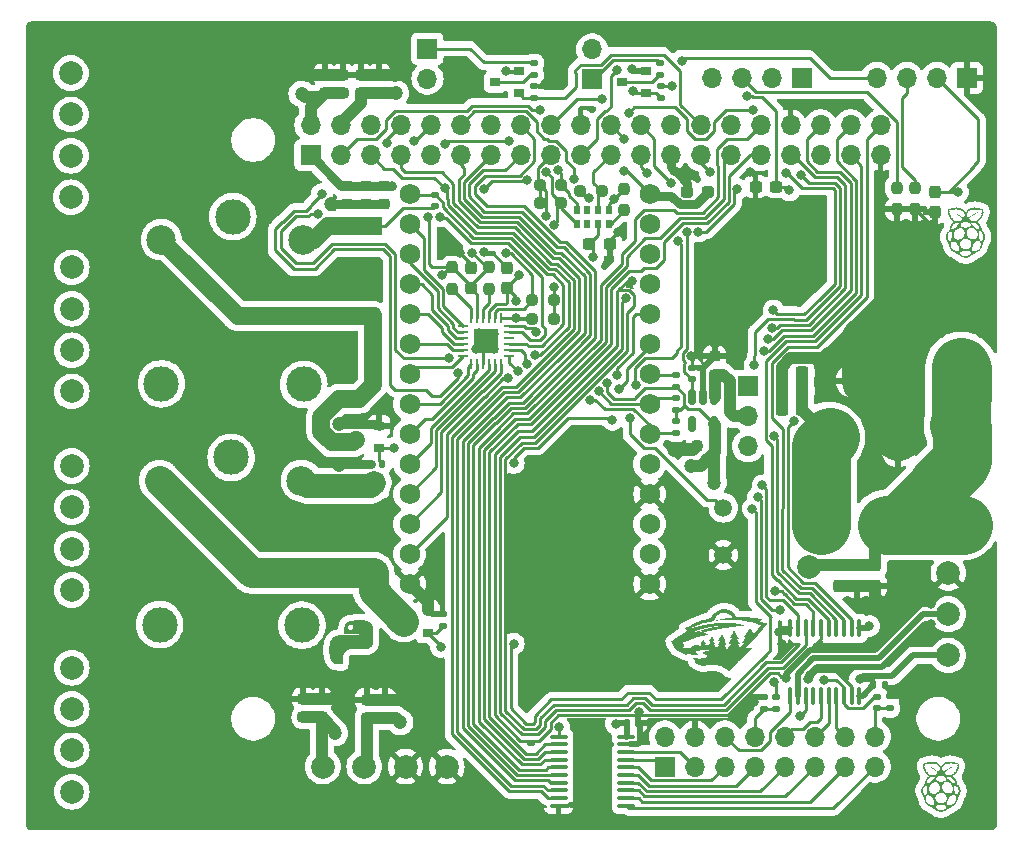
<source format=gtl>
G04 #@! TF.GenerationSoftware,KiCad,Pcbnew,8.0.0*
G04 #@! TF.CreationDate,2024-03-08T00:36:58-06:00*
G04 #@! TF.ProjectId,mn_wild_siren_v2p0,6d6e5f77-696c-4645-9f73-6972656e5f76,rev?*
G04 #@! TF.SameCoordinates,Original*
G04 #@! TF.FileFunction,Copper,L1,Top*
G04 #@! TF.FilePolarity,Positive*
%FSLAX46Y46*%
G04 Gerber Fmt 4.6, Leading zero omitted, Abs format (unit mm)*
G04 Created by KiCad (PCBNEW 8.0.0) date 2024-03-08 00:36:58*
%MOMM*%
%LPD*%
G01*
G04 APERTURE LIST*
G04 Aperture macros list*
%AMRoundRect*
0 Rectangle with rounded corners*
0 $1 Rounding radius*
0 $2 $3 $4 $5 $6 $7 $8 $9 X,Y pos of 4 corners*
0 Add a 4 corners polygon primitive as box body*
4,1,4,$2,$3,$4,$5,$6,$7,$8,$9,$2,$3,0*
0 Add four circle primitives for the rounded corners*
1,1,$1+$1,$2,$3*
1,1,$1+$1,$4,$5*
1,1,$1+$1,$6,$7*
1,1,$1+$1,$8,$9*
0 Add four rect primitives between the rounded corners*
20,1,$1+$1,$2,$3,$4,$5,0*
20,1,$1+$1,$4,$5,$6,$7,0*
20,1,$1+$1,$6,$7,$8,$9,0*
20,1,$1+$1,$8,$9,$2,$3,0*%
G04 Aperture macros list end*
G04 #@! TA.AperFunction,EtchedComponent*
%ADD10C,0.000000*%
G04 #@! TD*
G04 #@! TA.AperFunction,SMDPad,CuDef*
%ADD11RoundRect,0.237500X0.287500X0.237500X-0.287500X0.237500X-0.287500X-0.237500X0.287500X-0.237500X0*%
G04 #@! TD*
G04 #@! TA.AperFunction,SMDPad,CuDef*
%ADD12RoundRect,0.225000X-0.250000X0.225000X-0.250000X-0.225000X0.250000X-0.225000X0.250000X0.225000X0*%
G04 #@! TD*
G04 #@! TA.AperFunction,SMDPad,CuDef*
%ADD13RoundRect,0.147500X-0.147500X-0.172500X0.147500X-0.172500X0.147500X0.172500X-0.147500X0.172500X0*%
G04 #@! TD*
G04 #@! TA.AperFunction,SMDPad,CuDef*
%ADD14RoundRect,0.218750X0.256250X-0.218750X0.256250X0.218750X-0.256250X0.218750X-0.256250X-0.218750X0*%
G04 #@! TD*
G04 #@! TA.AperFunction,ComponentPad*
%ADD15C,2.000000*%
G04 #@! TD*
G04 #@! TA.AperFunction,ComponentPad*
%ADD16R,1.700000X1.700000*%
G04 #@! TD*
G04 #@! TA.AperFunction,ComponentPad*
%ADD17O,1.700000X1.700000*%
G04 #@! TD*
G04 #@! TA.AperFunction,ComponentPad*
%ADD18C,3.000000*%
G04 #@! TD*
G04 #@! TA.AperFunction,ComponentPad*
%ADD19C,2.500000*%
G04 #@! TD*
G04 #@! TA.AperFunction,SMDPad,CuDef*
%ADD20R,0.900000X0.800000*%
G04 #@! TD*
G04 #@! TA.AperFunction,SMDPad,CuDef*
%ADD21RoundRect,0.147500X-0.172500X0.147500X-0.172500X-0.147500X0.172500X-0.147500X0.172500X0.147500X0*%
G04 #@! TD*
G04 #@! TA.AperFunction,SMDPad,CuDef*
%ADD22RoundRect,0.147500X0.172500X-0.147500X0.172500X0.147500X-0.172500X0.147500X-0.172500X-0.147500X0*%
G04 #@! TD*
G04 #@! TA.AperFunction,SMDPad,CuDef*
%ADD23RoundRect,0.100000X-0.637500X-0.100000X0.637500X-0.100000X0.637500X0.100000X-0.637500X0.100000X0*%
G04 #@! TD*
G04 #@! TA.AperFunction,ComponentPad*
%ADD24C,1.750000*%
G04 #@! TD*
G04 #@! TA.AperFunction,SMDPad,CuDef*
%ADD25RoundRect,0.150000X-0.150000X0.512500X-0.150000X-0.512500X0.150000X-0.512500X0.150000X0.512500X0*%
G04 #@! TD*
G04 #@! TA.AperFunction,SMDPad,CuDef*
%ADD26RoundRect,0.237500X-0.250000X-0.237500X0.250000X-0.237500X0.250000X0.237500X-0.250000X0.237500X0*%
G04 #@! TD*
G04 #@! TA.AperFunction,SMDPad,CuDef*
%ADD27RoundRect,0.237500X-0.237500X0.300000X-0.237500X-0.300000X0.237500X-0.300000X0.237500X0.300000X0*%
G04 #@! TD*
G04 #@! TA.AperFunction,SMDPad,CuDef*
%ADD28RoundRect,0.225000X0.250000X-0.225000X0.250000X0.225000X-0.250000X0.225000X-0.250000X-0.225000X0*%
G04 #@! TD*
G04 #@! TA.AperFunction,SMDPad,CuDef*
%ADD29RoundRect,0.237500X0.250000X0.237500X-0.250000X0.237500X-0.250000X-0.237500X0.250000X-0.237500X0*%
G04 #@! TD*
G04 #@! TA.AperFunction,SMDPad,CuDef*
%ADD30RoundRect,0.135000X0.185000X-0.135000X0.185000X0.135000X-0.185000X0.135000X-0.185000X-0.135000X0*%
G04 #@! TD*
G04 #@! TA.AperFunction,ComponentPad*
%ADD31R,1.600000X1.600000*%
G04 #@! TD*
G04 #@! TA.AperFunction,ComponentPad*
%ADD32O,1.600000X1.600000*%
G04 #@! TD*
G04 #@! TA.AperFunction,SMDPad,CuDef*
%ADD33RoundRect,0.237500X-0.300000X-0.237500X0.300000X-0.237500X0.300000X0.237500X-0.300000X0.237500X0*%
G04 #@! TD*
G04 #@! TA.AperFunction,SMDPad,CuDef*
%ADD34RoundRect,0.062500X-0.375000X-0.062500X0.375000X-0.062500X0.375000X0.062500X-0.375000X0.062500X0*%
G04 #@! TD*
G04 #@! TA.AperFunction,SMDPad,CuDef*
%ADD35RoundRect,0.062500X-0.062500X-0.375000X0.062500X-0.375000X0.062500X0.375000X-0.062500X0.375000X0*%
G04 #@! TD*
G04 #@! TA.AperFunction,HeatsinkPad*
%ADD36R,2.100000X2.100000*%
G04 #@! TD*
G04 #@! TA.AperFunction,SMDPad,CuDef*
%ADD37RoundRect,0.225000X0.225000X0.250000X-0.225000X0.250000X-0.225000X-0.250000X0.225000X-0.250000X0*%
G04 #@! TD*
G04 #@! TA.AperFunction,SMDPad,CuDef*
%ADD38RoundRect,0.237500X-0.237500X0.250000X-0.237500X-0.250000X0.237500X-0.250000X0.237500X0.250000X0*%
G04 #@! TD*
G04 #@! TA.AperFunction,SMDPad,CuDef*
%ADD39RoundRect,0.237500X0.300000X0.237500X-0.300000X0.237500X-0.300000X-0.237500X0.300000X-0.237500X0*%
G04 #@! TD*
G04 #@! TA.AperFunction,SMDPad,CuDef*
%ADD40RoundRect,0.135000X-0.185000X0.135000X-0.185000X-0.135000X0.185000X-0.135000X0.185000X0.135000X0*%
G04 #@! TD*
G04 #@! TA.AperFunction,SMDPad,CuDef*
%ADD41RoundRect,0.140000X-0.140000X-0.170000X0.140000X-0.170000X0.140000X0.170000X-0.140000X0.170000X0*%
G04 #@! TD*
G04 #@! TA.AperFunction,SMDPad,CuDef*
%ADD42RoundRect,0.237500X0.237500X-0.300000X0.237500X0.300000X-0.237500X0.300000X-0.237500X-0.300000X0*%
G04 #@! TD*
G04 #@! TA.AperFunction,SMDPad,CuDef*
%ADD43RoundRect,0.100000X-0.100000X0.637500X-0.100000X-0.637500X0.100000X-0.637500X0.100000X0.637500X0*%
G04 #@! TD*
G04 #@! TA.AperFunction,ComponentPad*
%ADD44R,1.800000X4.400000*%
G04 #@! TD*
G04 #@! TA.AperFunction,ComponentPad*
%ADD45O,1.800000X4.000000*%
G04 #@! TD*
G04 #@! TA.AperFunction,ComponentPad*
%ADD46O,4.000000X1.800000*%
G04 #@! TD*
G04 #@! TA.AperFunction,SMDPad,CuDef*
%ADD47R,3.000000X4.000000*%
G04 #@! TD*
G04 #@! TA.AperFunction,SMDPad,CuDef*
%ADD48R,0.500000X0.800000*%
G04 #@! TD*
G04 #@! TA.AperFunction,SMDPad,CuDef*
%ADD49RoundRect,0.237500X0.237500X-0.250000X0.237500X0.250000X-0.237500X0.250000X-0.237500X-0.250000X0*%
G04 #@! TD*
G04 #@! TA.AperFunction,ComponentPad*
%ADD50C,1.500000*%
G04 #@! TD*
G04 #@! TA.AperFunction,ViaPad*
%ADD51C,0.800000*%
G04 #@! TD*
G04 #@! TA.AperFunction,ViaPad*
%ADD52C,4.000000*%
G04 #@! TD*
G04 #@! TA.AperFunction,ViaPad*
%ADD53C,1.200000*%
G04 #@! TD*
G04 #@! TA.AperFunction,ViaPad*
%ADD54C,2.000000*%
G04 #@! TD*
G04 #@! TA.AperFunction,Conductor*
%ADD55C,4.000000*%
G04 #@! TD*
G04 #@! TA.AperFunction,Conductor*
%ADD56C,0.250000*%
G04 #@! TD*
G04 #@! TA.AperFunction,Conductor*
%ADD57C,1.000000*%
G04 #@! TD*
G04 #@! TA.AperFunction,Conductor*
%ADD58C,0.750000*%
G04 #@! TD*
G04 #@! TA.AperFunction,Conductor*
%ADD59C,0.500000*%
G04 #@! TD*
G04 #@! TA.AperFunction,Conductor*
%ADD60C,2.000000*%
G04 #@! TD*
G04 #@! TA.AperFunction,Conductor*
%ADD61C,1.500000*%
G04 #@! TD*
G04 #@! TA.AperFunction,Conductor*
%ADD62C,5.000000*%
G04 #@! TD*
G04 #@! TA.AperFunction,Conductor*
%ADD63C,2.500000*%
G04 #@! TD*
G04 APERTURE END LIST*
D10*
G04 #@! TA.AperFunction,EtchedComponent*
G36*
X240893139Y-83114669D02*
G01*
X240925853Y-83123361D01*
X240931570Y-83125740D01*
X240957836Y-83134619D01*
X240986642Y-83137364D01*
X241010916Y-83136248D01*
X241041645Y-83135114D01*
X241064770Y-83138453D01*
X241087575Y-83147480D01*
X241092188Y-83149792D01*
X241128281Y-83162979D01*
X241165660Y-83165582D01*
X241212205Y-83170879D01*
X241254441Y-83190702D01*
X241285638Y-83217421D01*
X241305121Y-83233894D01*
X241325939Y-83240368D01*
X241338983Y-83240986D01*
X241370881Y-83247974D01*
X241406113Y-83267874D01*
X241443300Y-83299105D01*
X241481062Y-83340085D01*
X241518017Y-83389233D01*
X241552786Y-83444967D01*
X241583988Y-83505706D01*
X241597908Y-83537670D01*
X241622272Y-83597191D01*
X241639186Y-83550030D01*
X241662665Y-83494087D01*
X241691897Y-83439465D01*
X241725324Y-83387978D01*
X241761386Y-83341442D01*
X241798526Y-83301671D01*
X241835183Y-83270481D01*
X241869801Y-83249688D01*
X241900819Y-83241105D01*
X241904571Y-83240981D01*
X241928775Y-83237911D01*
X241948068Y-83226316D01*
X241957224Y-83217421D01*
X241996217Y-83185759D01*
X242039256Y-83168738D01*
X242077201Y-83165582D01*
X242116499Y-83162568D01*
X242150475Y-83149893D01*
X242174837Y-83139524D01*
X242198682Y-83135336D01*
X242229588Y-83136021D01*
X242230493Y-83136087D01*
X242268027Y-83136259D01*
X242298942Y-83129672D01*
X242309836Y-83125477D01*
X242343718Y-83115482D01*
X242379910Y-83111861D01*
X242413006Y-83114694D01*
X242436990Y-83123650D01*
X242454126Y-83131467D01*
X242472335Y-83129832D01*
X242479773Y-83127461D01*
X242517614Y-83120048D01*
X242560034Y-83120589D01*
X242599409Y-83128730D01*
X242611629Y-83133575D01*
X242637618Y-83142554D01*
X242669523Y-83149339D01*
X242686668Y-83151368D01*
X242723324Y-83157425D01*
X242749892Y-83168806D01*
X242751445Y-83169904D01*
X242774794Y-83180920D01*
X242810430Y-83188015D01*
X242828007Y-83189820D01*
X242870640Y-83196356D01*
X242909195Y-83207792D01*
X242940099Y-83222730D01*
X242959776Y-83239774D01*
X242961224Y-83241911D01*
X242971736Y-83251374D01*
X242990460Y-83255626D01*
X243007186Y-83256223D01*
X243051602Y-83262479D01*
X243086978Y-83280065D01*
X243112053Y-83307207D01*
X243125565Y-83342131D01*
X243126255Y-83383063D01*
X243118801Y-83413296D01*
X243115241Y-83431538D01*
X243119401Y-83450336D01*
X243126422Y-83465579D01*
X243138449Y-83495896D01*
X243140288Y-83523499D01*
X243131758Y-83553747D01*
X243122760Y-83573098D01*
X243110204Y-83603550D01*
X243107364Y-83627893D01*
X243108255Y-83634760D01*
X243109182Y-83671386D01*
X243097313Y-83707816D01*
X243078797Y-83737794D01*
X243062235Y-83765506D01*
X243056793Y-83789100D01*
X243056990Y-83794961D01*
X243053825Y-83823526D01*
X243042008Y-83856087D01*
X243024244Y-83886479D01*
X243009445Y-83903410D01*
X242995769Y-83920173D01*
X242989271Y-83936352D01*
X242989190Y-83937704D01*
X242982882Y-83966247D01*
X242966169Y-83998600D01*
X242941572Y-84030492D01*
X242924602Y-84047172D01*
X242904943Y-84063793D01*
X242889745Y-84075391D01*
X242882814Y-84079265D01*
X242877377Y-84085781D01*
X242870108Y-84102126D01*
X242867450Y-84109673D01*
X242847804Y-84146516D01*
X242816505Y-84178065D01*
X242777017Y-84200974D01*
X242770164Y-84203617D01*
X242746119Y-84214088D01*
X242732129Y-84226240D01*
X242723475Y-84243645D01*
X242706418Y-84270220D01*
X242676809Y-84293877D01*
X242637315Y-84312595D01*
X242628637Y-84315514D01*
X242599420Y-84324733D01*
X242659975Y-84365276D01*
X242744205Y-84429137D01*
X242814416Y-84498750D01*
X242870896Y-84574609D01*
X242913931Y-84657204D01*
X242943809Y-84747027D01*
X242960815Y-84844571D01*
X242964142Y-84887066D01*
X242968259Y-84938451D01*
X242975455Y-84978000D01*
X242987198Y-85009031D01*
X243004956Y-85034865D01*
X243030198Y-85058820D01*
X243045291Y-85070543D01*
X243104832Y-85123831D01*
X243158709Y-85190873D01*
X243206473Y-85271102D01*
X243210749Y-85279535D01*
X243238473Y-85338546D01*
X243258327Y-85390541D01*
X243271664Y-85440635D01*
X243279836Y-85493947D01*
X243284196Y-85555594D01*
X243284285Y-85557693D01*
X243285646Y-85602837D01*
X243285149Y-85637957D01*
X243282409Y-85668196D01*
X243277041Y-85698702D01*
X243272082Y-85720602D01*
X243246864Y-85801389D01*
X243211191Y-85880111D01*
X243167714Y-85951100D01*
X243158450Y-85963693D01*
X243131546Y-86003339D01*
X243114286Y-86039955D01*
X243107363Y-86062763D01*
X243100446Y-86088095D01*
X243090011Y-86123471D01*
X243077390Y-86164489D01*
X243063917Y-86206743D01*
X243061852Y-86213078D01*
X243047268Y-86259166D01*
X243032419Y-86308641D01*
X243019041Y-86355574D01*
X243008869Y-86394032D01*
X243008853Y-86394097D01*
X242977006Y-86491532D01*
X242931292Y-86582641D01*
X242871711Y-86667427D01*
X242813469Y-86731286D01*
X242778351Y-86762542D01*
X242735716Y-86795454D01*
X242690113Y-86826884D01*
X242646095Y-86853696D01*
X242608319Y-86872706D01*
X242587165Y-86883594D01*
X242558471Y-86900886D01*
X242526814Y-86921745D01*
X242509249Y-86934107D01*
X242435908Y-86983603D01*
X242357255Y-87030469D01*
X242278848Y-87071551D01*
X242221636Y-87097465D01*
X242179625Y-87116466D01*
X242146687Y-87135514D01*
X242117066Y-87158191D01*
X242101465Y-87172229D01*
X242028016Y-87231552D01*
X241945413Y-87281711D01*
X241857540Y-87320635D01*
X241779670Y-87343784D01*
X241737990Y-87350466D01*
X241686303Y-87354544D01*
X241629189Y-87356047D01*
X241571232Y-87355003D01*
X241517011Y-87351442D01*
X241471108Y-87345393D01*
X241453774Y-87341714D01*
X241360700Y-87311147D01*
X241271489Y-87267687D01*
X241189598Y-87213207D01*
X241142329Y-87173143D01*
X241113243Y-87148244D01*
X241083047Y-87127984D01*
X241046489Y-87109116D01*
X241019390Y-87097145D01*
X240920942Y-87050915D01*
X240826357Y-86996877D01*
X240765170Y-86955501D01*
X241149706Y-86955501D01*
X241156699Y-86985381D01*
X241176416Y-87018232D01*
X241206960Y-87052713D01*
X241246437Y-87087484D01*
X241292951Y-87121203D01*
X241344606Y-87152530D01*
X241399507Y-87180124D01*
X241455758Y-87202644D01*
X241511465Y-87218749D01*
X241526171Y-87221824D01*
X241541477Y-87223136D01*
X241567937Y-87223840D01*
X241601476Y-87223872D01*
X241629051Y-87223412D01*
X241673990Y-87221452D01*
X241709652Y-87217465D01*
X241741964Y-87210522D01*
X241773846Y-87200719D01*
X241859162Y-87165296D01*
X241935172Y-87119358D01*
X242005264Y-87060827D01*
X242011090Y-87055172D01*
X242048883Y-87015197D01*
X242074017Y-86981407D01*
X242087115Y-86952508D01*
X242088800Y-86927206D01*
X242081914Y-86907903D01*
X242057199Y-86878121D01*
X242018997Y-86851283D01*
X241968863Y-86827852D01*
X241908350Y-86808296D01*
X241839009Y-86793078D01*
X241762395Y-86782666D01*
X241680060Y-86777523D01*
X241645200Y-86777045D01*
X241543019Y-86780668D01*
X241450843Y-86791816D01*
X241365147Y-86810998D01*
X241324430Y-86823493D01*
X241259751Y-86848313D01*
X241209853Y-86874547D01*
X241174846Y-86902111D01*
X241154839Y-86930923D01*
X241149706Y-86955501D01*
X240765170Y-86955501D01*
X240730663Y-86932167D01*
X240722181Y-86925982D01*
X240691327Y-86904956D01*
X240658703Y-86885251D01*
X240630646Y-86870658D01*
X240627011Y-86869054D01*
X240547940Y-86827453D01*
X240473621Y-86772914D01*
X240405595Y-86707399D01*
X240345399Y-86632869D01*
X240294575Y-86551285D01*
X240254660Y-86464609D01*
X240227195Y-86374801D01*
X240222830Y-86354062D01*
X240216545Y-86327569D01*
X240206498Y-86292024D01*
X240194229Y-86252668D01*
X240184744Y-86224509D01*
X240177834Y-86204010D01*
X240346860Y-86204010D01*
X240348756Y-86250065D01*
X240364306Y-86342445D01*
X240392594Y-86429985D01*
X240432531Y-86511344D01*
X240483028Y-86585179D01*
X240542998Y-86650146D01*
X240611351Y-86704903D01*
X240686999Y-86748108D01*
X240768854Y-86778418D01*
X240779336Y-86781199D01*
X240818207Y-86787807D01*
X240862436Y-86790209D01*
X240907119Y-86788607D01*
X240947355Y-86783206D01*
X240978239Y-86774208D01*
X240981186Y-86772846D01*
X241015158Y-86749011D01*
X241039422Y-86715174D01*
X241054251Y-86670642D01*
X241059917Y-86614723D01*
X241059011Y-86575064D01*
X241046381Y-86486432D01*
X241019658Y-86397991D01*
X240979789Y-86312407D01*
X240946748Y-86258803D01*
X240923508Y-86228714D01*
X240917435Y-86221874D01*
X241149891Y-86221874D01*
X241156325Y-86275756D01*
X241163691Y-86304527D01*
X241197019Y-86382259D01*
X241242551Y-86451615D01*
X241299086Y-86511471D01*
X241365423Y-86560702D01*
X241440359Y-86598182D01*
X241497331Y-86616836D01*
X241548854Y-86626350D01*
X241608432Y-86631042D01*
X241669794Y-86630827D01*
X241726667Y-86625619D01*
X241754794Y-86620355D01*
X241758407Y-86619151D01*
X242151345Y-86619151D01*
X242156682Y-86673103D01*
X242170356Y-86718599D01*
X242192662Y-86753762D01*
X242194514Y-86755746D01*
X242226498Y-86779062D01*
X242269243Y-86795174D01*
X242319813Y-86803568D01*
X242375276Y-86803729D01*
X242426838Y-86796434D01*
X242511149Y-86770889D01*
X242591395Y-86731296D01*
X242666258Y-86678598D01*
X242734418Y-86613739D01*
X242794557Y-86537664D01*
X242800272Y-86529186D01*
X242829333Y-86481407D01*
X242850585Y-86435818D01*
X242866003Y-86387082D01*
X242877560Y-86329863D01*
X242880121Y-86313310D01*
X242886541Y-86227455D01*
X242881176Y-86141694D01*
X242864396Y-86060727D01*
X242858846Y-86042934D01*
X242838133Y-85992167D01*
X242813679Y-85955108D01*
X242783785Y-85930358D01*
X242746750Y-85916520D01*
X242700874Y-85912196D01*
X242699769Y-85912198D01*
X242647870Y-85919022D01*
X242592144Y-85939386D01*
X242531987Y-85973554D01*
X242489471Y-86003864D01*
X242451276Y-86035521D01*
X242409579Y-86074135D01*
X242367664Y-86116304D01*
X242328817Y-86158625D01*
X242296321Y-86197694D01*
X242277937Y-86223050D01*
X242239426Y-86288295D01*
X242207488Y-86356353D01*
X242182417Y-86425345D01*
X242164506Y-86493395D01*
X242154051Y-86558623D01*
X242151345Y-86619151D01*
X241758407Y-86619151D01*
X241828811Y-86595687D01*
X241900024Y-86558094D01*
X241964833Y-86509875D01*
X242019639Y-86453324D01*
X242022843Y-86449322D01*
X242065913Y-86383208D01*
X242095213Y-86312541D01*
X242110853Y-86239061D01*
X242112946Y-86164506D01*
X242101604Y-86090614D01*
X242076937Y-86019126D01*
X242039059Y-85951778D01*
X241988080Y-85890310D01*
X241986836Y-85889061D01*
X241923314Y-85835852D01*
X241850239Y-85792836D01*
X241770812Y-85761864D01*
X241762415Y-85759436D01*
X241716564Y-85750562D01*
X241661861Y-85746058D01*
X241604060Y-85745940D01*
X241548915Y-85750227D01*
X241503309Y-85758636D01*
X241424016Y-85786772D01*
X241351573Y-85826927D01*
X241287553Y-85877696D01*
X241233534Y-85937678D01*
X241191091Y-86005468D01*
X241169374Y-86056075D01*
X241156546Y-86106368D01*
X241150008Y-86163523D01*
X241149891Y-86221874D01*
X240917435Y-86221874D01*
X240891766Y-86192962D01*
X240855115Y-86155158D01*
X240817149Y-86118912D01*
X240781460Y-86087834D01*
X240760221Y-86071419D01*
X240694869Y-86030237D01*
X240630650Y-86000819D01*
X240568977Y-85983489D01*
X240511260Y-85978573D01*
X240458911Y-85986394D01*
X240433074Y-85996168D01*
X240404621Y-86017653D01*
X240381001Y-86051503D01*
X240362986Y-86095396D01*
X240351349Y-86147006D01*
X240346860Y-86204010D01*
X240177834Y-86204010D01*
X240170870Y-86183349D01*
X240157075Y-86139949D01*
X240145310Y-86100567D01*
X240139718Y-86080243D01*
X240131179Y-86050263D01*
X240122648Y-86024960D01*
X240115689Y-86008872D01*
X240114440Y-86006904D01*
X240070075Y-85944065D01*
X240035203Y-85887727D01*
X240007882Y-85834313D01*
X239986171Y-85780247D01*
X239977968Y-85755564D01*
X239970724Y-85730502D01*
X239965716Y-85706907D01*
X239962554Y-85681025D01*
X239960849Y-85649107D01*
X239960209Y-85607400D01*
X239960165Y-85584365D01*
X239960432Y-85550072D01*
X240095330Y-85550072D01*
X240095616Y-85623161D01*
X240102937Y-85686938D01*
X240118195Y-85746041D01*
X240142288Y-85805110D01*
X240146541Y-85813892D01*
X240168144Y-85852734D01*
X240192496Y-85888420D01*
X240217516Y-85918558D01*
X240241122Y-85940760D01*
X240261234Y-85952635D01*
X240268535Y-85953972D01*
X240286357Y-85947651D01*
X240309288Y-85929803D01*
X240318428Y-85920755D01*
X240346977Y-85882738D01*
X240373354Y-85831448D01*
X240397056Y-85768762D01*
X240417577Y-85696555D01*
X240434416Y-85616705D01*
X240447067Y-85531088D01*
X240454637Y-85445972D01*
X240611781Y-85445972D01*
X240621364Y-85518628D01*
X240641671Y-85587037D01*
X240672453Y-85649806D01*
X240713457Y-85705543D01*
X240764433Y-85752855D01*
X240825131Y-85790349D01*
X240866975Y-85807858D01*
X240938234Y-85826571D01*
X241008722Y-85831603D01*
X241079249Y-85823979D01*
X241158837Y-85801708D01*
X241234656Y-85765759D01*
X241305159Y-85717534D01*
X241368798Y-85658435D01*
X241424023Y-85589863D01*
X241469288Y-85513219D01*
X241498051Y-85444859D01*
X241513540Y-85387429D01*
X241523126Y-85323703D01*
X241526494Y-85258865D01*
X241525384Y-85237566D01*
X241716868Y-85237566D01*
X241719163Y-85298448D01*
X241726826Y-85355801D01*
X241731666Y-85377566D01*
X241759445Y-85458588D01*
X241799306Y-85534890D01*
X241849611Y-85604888D01*
X241908720Y-85666999D01*
X241974994Y-85719642D01*
X242046793Y-85761232D01*
X242122479Y-85790188D01*
X242170273Y-85801041D01*
X242230752Y-85807497D01*
X242287510Y-85804945D01*
X242328407Y-85797981D01*
X242398962Y-85775520D01*
X242462564Y-85740150D01*
X242517995Y-85693083D01*
X242564035Y-85635531D01*
X242599464Y-85568707D01*
X242619586Y-85508462D01*
X242627019Y-85465183D01*
X242630488Y-85413074D01*
X242630089Y-85367174D01*
X242743302Y-85367174D01*
X242746439Y-85448737D01*
X242754351Y-85530032D01*
X242766518Y-85609071D01*
X242782418Y-85683866D01*
X242801532Y-85752428D01*
X242823339Y-85812771D01*
X242847319Y-85862906D01*
X242872952Y-85900846D01*
X242886764Y-85915098D01*
X242912221Y-85933132D01*
X242934805Y-85938130D01*
X242957370Y-85929783D01*
X242982774Y-85907780D01*
X242986029Y-85904335D01*
X243018819Y-85861990D01*
X243049174Y-85809448D01*
X243074436Y-85751755D01*
X243087366Y-85712090D01*
X243104469Y-85624192D01*
X243107370Y-85537400D01*
X243096581Y-85453179D01*
X243072617Y-85372992D01*
X243035991Y-85298304D01*
X242987216Y-85230578D01*
X242926807Y-85171279D01*
X242887262Y-85141740D01*
X242854723Y-85123091D01*
X242828916Y-85116550D01*
X242807404Y-85122054D01*
X242788150Y-85139058D01*
X242771480Y-85163255D01*
X242759111Y-85192265D01*
X242750600Y-85228348D01*
X242745502Y-85273762D01*
X242743374Y-85330766D01*
X242743302Y-85367174D01*
X242630089Y-85367174D01*
X242630010Y-85358020D01*
X242625603Y-85305901D01*
X242618853Y-85268591D01*
X242590284Y-85182253D01*
X242549282Y-85101895D01*
X242497234Y-85029041D01*
X242435527Y-84965215D01*
X242365549Y-84911941D01*
X242288687Y-84870744D01*
X242240224Y-84852577D01*
X242180752Y-84838905D01*
X242116674Y-84833066D01*
X242053324Y-84835122D01*
X241996038Y-84845137D01*
X241981271Y-84849555D01*
X241913581Y-84879986D01*
X241853719Y-84922796D01*
X241802917Y-84976621D01*
X241762408Y-85040102D01*
X241733422Y-85111875D01*
X241728666Y-85128829D01*
X241720012Y-85179058D01*
X241716868Y-85237566D01*
X241525384Y-85237566D01*
X241523328Y-85198099D01*
X241515691Y-85155170D01*
X241489839Y-85082178D01*
X241452311Y-85016848D01*
X241404470Y-84960612D01*
X241347679Y-84914901D01*
X241283304Y-84881148D01*
X241241396Y-84867176D01*
X241200577Y-84860089D01*
X241151215Y-84857179D01*
X241099411Y-84858410D01*
X241051267Y-84863741D01*
X241028111Y-84868521D01*
X240952771Y-84894983D01*
X240879620Y-84934492D01*
X240811853Y-84984890D01*
X240752664Y-85044016D01*
X240733535Y-85067728D01*
X240685726Y-85140730D01*
X240649896Y-85216447D01*
X240625797Y-85293489D01*
X240613175Y-85370461D01*
X240611781Y-85445972D01*
X240454637Y-85445972D01*
X240455028Y-85441581D01*
X240456780Y-85405277D01*
X240457155Y-85327442D01*
X240452239Y-85261965D01*
X240442156Y-85209252D01*
X240427030Y-85169708D01*
X240406985Y-85143739D01*
X240382146Y-85131750D01*
X240372730Y-85130930D01*
X240345528Y-85137079D01*
X240312782Y-85154151D01*
X240276924Y-85180080D01*
X240240389Y-85212803D01*
X240205608Y-85250255D01*
X240175017Y-85290372D01*
X240163420Y-85308487D01*
X240131995Y-85369227D01*
X240110945Y-85431115D01*
X240098958Y-85498811D01*
X240095330Y-85550072D01*
X239960432Y-85550072D01*
X239960540Y-85536232D01*
X239961872Y-85499414D01*
X239964561Y-85469993D01*
X239969009Y-85444052D01*
X239975615Y-85417674D01*
X239978079Y-85409088D01*
X240012807Y-85314676D01*
X240059156Y-85227507D01*
X240115955Y-85149412D01*
X240182032Y-85082224D01*
X240192725Y-85073155D01*
X240218867Y-85050120D01*
X240240881Y-85028128D01*
X240255679Y-85010393D01*
X240259708Y-85003406D01*
X240263562Y-84987728D01*
X240268014Y-84960665D01*
X240271260Y-84935657D01*
X240414290Y-84935657D01*
X240416710Y-84964234D01*
X240424661Y-84980305D01*
X240439840Y-84984908D01*
X240463945Y-84979081D01*
X240498673Y-84963861D01*
X240516420Y-84955124D01*
X240557735Y-84931992D01*
X240604555Y-84901553D01*
X240655516Y-84865058D01*
X240709254Y-84823758D01*
X240764407Y-84778902D01*
X240819610Y-84731741D01*
X240873499Y-84683525D01*
X240924711Y-84635503D01*
X240971882Y-84588928D01*
X240975615Y-84585006D01*
X241184249Y-84585006D01*
X241194507Y-84624294D01*
X241217210Y-84662189D01*
X241251440Y-84697852D01*
X241296277Y-84730442D01*
X241350805Y-84759119D01*
X241414103Y-84783042D01*
X241485255Y-84801371D01*
X241537602Y-84810204D01*
X241585705Y-84813946D01*
X241642874Y-84814108D01*
X241703428Y-84810948D01*
X241761682Y-84804724D01*
X241800039Y-84798284D01*
X241872089Y-84779278D01*
X241933295Y-84754155D01*
X241983100Y-84723735D01*
X242020947Y-84688838D01*
X242046279Y-84650286D01*
X242058540Y-84608898D01*
X242057172Y-84565495D01*
X242041619Y-84520898D01*
X242015426Y-84480907D01*
X241970698Y-84435463D01*
X242099275Y-84435463D01*
X242107774Y-84456518D01*
X242125825Y-84484118D01*
X242153973Y-84518990D01*
X242192768Y-84561860D01*
X242242756Y-84613454D01*
X242253677Y-84624416D01*
X242344874Y-84712197D01*
X242433616Y-84790873D01*
X242518684Y-84859472D01*
X242598859Y-84917022D01*
X242672921Y-84962553D01*
X242688584Y-84971024D01*
X242727007Y-84988036D01*
X242755744Y-84993481D01*
X242775020Y-84987369D01*
X242783377Y-84975284D01*
X242785975Y-84957923D01*
X242785973Y-84929482D01*
X242783683Y-84893840D01*
X242779414Y-84854878D01*
X242773480Y-84816477D01*
X242768772Y-84793196D01*
X242743126Y-84713745D01*
X242704304Y-84640122D01*
X242653729Y-84573769D01*
X242592822Y-84516127D01*
X242523005Y-84468638D01*
X242445699Y-84432742D01*
X242398748Y-84418001D01*
X242361643Y-84410309D01*
X242319177Y-84404770D01*
X242274066Y-84401363D01*
X242229022Y-84400069D01*
X242186760Y-84400868D01*
X242149995Y-84403738D01*
X242121439Y-84408661D01*
X242103809Y-84415615D01*
X242099779Y-84420226D01*
X242099275Y-84435463D01*
X241970698Y-84435463D01*
X241969242Y-84433984D01*
X241911297Y-84391807D01*
X241844737Y-84355937D01*
X241772707Y-84327937D01*
X241698350Y-84309368D01*
X241658843Y-84303861D01*
X241588001Y-84303123D01*
X241515012Y-84313675D01*
X241442589Y-84334311D01*
X241373445Y-84363827D01*
X241310295Y-84401016D01*
X241255853Y-84444673D01*
X241212831Y-84493593D01*
X241204739Y-84505614D01*
X241187354Y-84545166D01*
X241184249Y-84585006D01*
X240975615Y-84585006D01*
X241013649Y-84545047D01*
X241048646Y-84505113D01*
X241075512Y-84470374D01*
X241092882Y-84442082D01*
X241099392Y-84421486D01*
X241099408Y-84420664D01*
X241096007Y-84408726D01*
X241084697Y-84399985D01*
X241063820Y-84394045D01*
X241031716Y-84390510D01*
X240986727Y-84388985D01*
X240966045Y-84388850D01*
X240899501Y-84390652D01*
X240842882Y-84396900D01*
X240791267Y-84408583D01*
X240739738Y-84426691D01*
X240706939Y-84440995D01*
X240631046Y-84484137D01*
X240565090Y-84538511D01*
X240509895Y-84603136D01*
X240466283Y-84677027D01*
X240435077Y-84759203D01*
X240432374Y-84768944D01*
X240426535Y-84797158D01*
X240421140Y-84834450D01*
X240417013Y-84874661D01*
X240415705Y-84893536D01*
X240414290Y-84935657D01*
X240271260Y-84935657D01*
X240272510Y-84926027D01*
X240276468Y-84887947D01*
X240291155Y-84784789D01*
X240315887Y-84692361D01*
X240351487Y-84609261D01*
X240398778Y-84534083D01*
X240458584Y-84465426D01*
X240531726Y-84401884D01*
X240582863Y-84365291D01*
X240643396Y-84324764D01*
X240604909Y-84311980D01*
X240560344Y-84289799D01*
X240525796Y-84256645D01*
X240511969Y-84234918D01*
X240493641Y-84214008D01*
X240469384Y-84202846D01*
X240436000Y-84186398D01*
X240405452Y-84160070D01*
X240382487Y-84128524D01*
X240374506Y-84109649D01*
X240367717Y-84090841D01*
X240361630Y-84080175D01*
X240360061Y-84079265D01*
X240351988Y-84074594D01*
X240336216Y-84062410D01*
X240318260Y-84047172D01*
X240290230Y-84017517D01*
X240268617Y-83984913D01*
X240255938Y-83953630D01*
X240253671Y-83937704D01*
X240248195Y-83922026D01*
X240235069Y-83904956D01*
X240233447Y-83903410D01*
X240210140Y-83874044D01*
X240193007Y-83837354D01*
X240185242Y-83800461D01*
X240185084Y-83795614D01*
X240179021Y-83765759D01*
X240160381Y-83732445D01*
X240160150Y-83732116D01*
X240145514Y-83708911D01*
X240137945Y-83688073D01*
X240135168Y-83662203D01*
X240134901Y-83649970D01*
X240130491Y-83606239D01*
X240117754Y-83570883D01*
X240104459Y-83537080D01*
X240103332Y-83514709D01*
X240214688Y-83514709D01*
X240226222Y-83537012D01*
X240237413Y-83552827D01*
X240256468Y-83574271D01*
X240279605Y-83597140D01*
X240283733Y-83600923D01*
X240305115Y-83621229D01*
X240321203Y-83638328D01*
X240329265Y-83649256D01*
X240329712Y-83650813D01*
X240322944Y-83660301D01*
X240305021Y-83665110D01*
X240279514Y-83664490D01*
X240270984Y-83663146D01*
X240252790Y-83660210D01*
X240246888Y-83661735D01*
X240250655Y-83669054D01*
X240253040Y-83672264D01*
X240262940Y-83683852D01*
X240280603Y-83703142D01*
X240303101Y-83726972D01*
X240317404Y-83741823D01*
X240339222Y-83765395D01*
X240355532Y-83785137D01*
X240364337Y-83798496D01*
X240365005Y-83802647D01*
X240354284Y-83806150D01*
X240334796Y-83807685D01*
X240328610Y-83807642D01*
X240298012Y-83806839D01*
X240326950Y-83836474D01*
X240349051Y-83857120D01*
X240376989Y-83880569D01*
X240399532Y-83897892D01*
X240420452Y-83914293D01*
X240434711Y-83927747D01*
X240439473Y-83935551D01*
X240439340Y-83935883D01*
X240429951Y-83939841D01*
X240411380Y-83941973D01*
X240405469Y-83942091D01*
X240386544Y-83943515D01*
X240376133Y-83947066D01*
X240375436Y-83948420D01*
X240381806Y-83957426D01*
X240399152Y-83971498D01*
X240424829Y-83988861D01*
X240456190Y-84007744D01*
X240490591Y-84026374D01*
X240495463Y-84028843D01*
X240521085Y-84042482D01*
X240540394Y-84054228D01*
X240550141Y-84062052D01*
X240550714Y-84063304D01*
X240543845Y-84071925D01*
X240526160Y-84077738D01*
X240508176Y-84079265D01*
X240494150Y-84081589D01*
X240489748Y-84085845D01*
X240496444Y-84092400D01*
X240514449Y-84102444D01*
X240540637Y-84114573D01*
X240571884Y-84127379D01*
X240605065Y-84139458D01*
X240619300Y-84144125D01*
X240648641Y-84154148D01*
X240664307Y-84162196D01*
X240667451Y-84169838D01*
X240659221Y-84178642D01*
X240649370Y-84185093D01*
X240624058Y-84200486D01*
X240646112Y-84208870D01*
X240664257Y-84213844D01*
X240692064Y-84219325D01*
X240724034Y-84224254D01*
X240729466Y-84224958D01*
X240775725Y-84230878D01*
X240808395Y-84235664D01*
X240829013Y-84240042D01*
X240839118Y-84244742D01*
X240840245Y-84250491D01*
X240833935Y-84258018D01*
X240821723Y-84268050D01*
X240821251Y-84268422D01*
X240807997Y-84280462D01*
X240802208Y-84288918D01*
X240802199Y-84289107D01*
X240809245Y-84291743D01*
X240828337Y-84292640D01*
X240856404Y-84292014D01*
X240890376Y-84290077D01*
X240927184Y-84287044D01*
X240963756Y-84283131D01*
X240997022Y-84278550D01*
X241023201Y-84273678D01*
X241080952Y-84256725D01*
X241137748Y-84232932D01*
X241189199Y-84204492D01*
X241230917Y-84173600D01*
X241239437Y-84165625D01*
X241258651Y-84143474D01*
X241278601Y-84115470D01*
X241296943Y-84085567D01*
X241311337Y-84057718D01*
X241319437Y-84035877D01*
X241320405Y-84029009D01*
X241314909Y-84019218D01*
X241299850Y-84001738D01*
X241277383Y-83978631D01*
X241249664Y-83951953D01*
X241218847Y-83923766D01*
X241187087Y-83896127D01*
X241156539Y-83871095D01*
X241148943Y-83865178D01*
X241085663Y-83818638D01*
X241012178Y-83768175D01*
X240932184Y-83716117D01*
X240849377Y-83664792D01*
X240767454Y-83616531D01*
X240690110Y-83573660D01*
X240666653Y-83561317D01*
X240639709Y-83546817D01*
X240619292Y-83534802D01*
X240608181Y-83526965D01*
X240607056Y-83525033D01*
X240615723Y-83525981D01*
X240636088Y-83532451D01*
X240666020Y-83543551D01*
X240703389Y-83558391D01*
X240746065Y-83576079D01*
X240791918Y-83595725D01*
X240838819Y-83616439D01*
X240884636Y-83637328D01*
X240927240Y-83657503D01*
X240946993Y-83667204D01*
X241090801Y-83744173D01*
X241222500Y-83825570D01*
X241316174Y-83891798D01*
X241391955Y-83948827D01*
X241413862Y-83935933D01*
X241460113Y-83902411D01*
X241495035Y-83861971D01*
X241507256Y-83841920D01*
X241518647Y-83819481D01*
X241525392Y-83799695D01*
X241528651Y-83777066D01*
X241529589Y-83746101D01*
X241529597Y-83736331D01*
X241528437Y-83725151D01*
X241718934Y-83725151D01*
X241720102Y-83761708D01*
X241735130Y-83819483D01*
X241763417Y-83870603D01*
X241803788Y-83913312D01*
X241836720Y-83936176D01*
X241859351Y-83949313D01*
X241915669Y-83906578D01*
X242049577Y-83812182D01*
X242191832Y-83726194D01*
X242345300Y-83646903D01*
X242368265Y-83636042D01*
X242406340Y-83618662D01*
X242447983Y-83600378D01*
X242490846Y-83582139D01*
X242532579Y-83564893D01*
X242570832Y-83549590D01*
X242603257Y-83537179D01*
X242627503Y-83528608D01*
X242641221Y-83524827D01*
X242643336Y-83524943D01*
X242637978Y-83529353D01*
X242621334Y-83539767D01*
X242595522Y-83554936D01*
X242562661Y-83573608D01*
X242533905Y-83589576D01*
X242429016Y-83649221D01*
X242327381Y-83710782D01*
X242232678Y-83771959D01*
X242148584Y-83830451D01*
X242146558Y-83831926D01*
X242113273Y-83857217D01*
X242077799Y-83885929D01*
X242042120Y-83916251D01*
X242008222Y-83946372D01*
X241978091Y-83974482D01*
X241953712Y-83998770D01*
X241937071Y-84017423D01*
X241930154Y-84028632D01*
X241930072Y-84029379D01*
X241933296Y-84040595D01*
X241941731Y-84060843D01*
X241953014Y-84084639D01*
X241988045Y-84139016D01*
X242034916Y-84185305D01*
X242093984Y-84223711D01*
X242165603Y-84254438D01*
X242250126Y-84277694D01*
X242303489Y-84287570D01*
X242324313Y-84289719D01*
X242351489Y-84291026D01*
X242381133Y-84291510D01*
X242409361Y-84291192D01*
X242432292Y-84290089D01*
X242446042Y-84288221D01*
X242448283Y-84286859D01*
X242442571Y-84278782D01*
X242433042Y-84271552D01*
X242421035Y-84259725D01*
X242417800Y-84250813D01*
X242419968Y-84243898D01*
X242428075Y-84238717D01*
X242444529Y-84234636D01*
X242471738Y-84231025D01*
X242505439Y-84227826D01*
X242539311Y-84223572D01*
X242573202Y-84217223D01*
X242595409Y-84211440D01*
X242632034Y-84199689D01*
X242606841Y-84187107D01*
X242590387Y-84177277D01*
X242581943Y-84169080D01*
X242581647Y-84167923D01*
X242588348Y-84162623D01*
X242606214Y-84154203D01*
X242631893Y-84144178D01*
X242642613Y-84140395D01*
X242690264Y-84123121D01*
X242726011Y-84108204D01*
X242749296Y-84095994D01*
X242759558Y-84086847D01*
X242756239Y-84081113D01*
X242739778Y-84079148D01*
X242722162Y-84076831D01*
X242707012Y-84071475D01*
X242699134Y-84065180D01*
X242699989Y-84061747D01*
X242707932Y-84056871D01*
X242725806Y-84046704D01*
X242750140Y-84033211D01*
X242756924Y-84029495D01*
X242798560Y-84005879D01*
X242832835Y-83984709D01*
X242858012Y-83967161D01*
X242872355Y-83954415D01*
X242875046Y-83949346D01*
X242868291Y-83944775D01*
X242851445Y-83942260D01*
X242845013Y-83942091D01*
X242824921Y-83940583D01*
X242812300Y-83936837D01*
X242810953Y-83935576D01*
X242814603Y-83928273D01*
X242828095Y-83915618D01*
X242846702Y-83901642D01*
X242875133Y-83880131D01*
X242904329Y-83855114D01*
X242918752Y-83841302D01*
X242951027Y-83808381D01*
X242921119Y-83808381D01*
X242900577Y-83807053D01*
X242887085Y-83803757D01*
X242885560Y-83802731D01*
X242888230Y-83795370D01*
X242899880Y-83779915D01*
X242918504Y-83758835D01*
X242935733Y-83740932D01*
X242959907Y-83716072D01*
X242980395Y-83693996D01*
X242994502Y-83677663D01*
X242999031Y-83671426D01*
X243002301Y-83663034D01*
X242996917Y-83660644D01*
X242979878Y-83663066D01*
X242978547Y-83663314D01*
X242955778Y-83665606D01*
X242937210Y-83664251D01*
X242935679Y-83663828D01*
X242923978Y-83655399D01*
X242920906Y-83644042D01*
X242928029Y-83635990D01*
X242939831Y-83628076D01*
X242957932Y-83611936D01*
X242978917Y-83591089D01*
X242999369Y-83569052D01*
X243015870Y-83549344D01*
X243024376Y-83536788D01*
X243035794Y-83514709D01*
X242998311Y-83519681D01*
X242970426Y-83521341D01*
X242956352Y-83517056D01*
X242955367Y-83515818D01*
X242956207Y-83505555D01*
X242962853Y-83485677D01*
X242973643Y-83459858D01*
X242986917Y-83431771D01*
X243001016Y-83405090D01*
X243014279Y-83383489D01*
X243016716Y-83380060D01*
X243029320Y-83362913D01*
X242933131Y-83362913D01*
X242896857Y-83362446D01*
X242866840Y-83361170D01*
X242845953Y-83359272D01*
X242837066Y-83356941D01*
X242836942Y-83356621D01*
X242841994Y-83347596D01*
X242854302Y-83334039D01*
X242855759Y-83332651D01*
X242867370Y-83319045D01*
X242870854Y-83309177D01*
X242870551Y-83308460D01*
X242860414Y-83304314D01*
X242839158Y-83302342D01*
X242810728Y-83302415D01*
X242779073Y-83304400D01*
X242748138Y-83308167D01*
X242722631Y-83313378D01*
X242686525Y-83321615D01*
X242663755Y-83323060D01*
X242653852Y-83317380D01*
X242656345Y-83304242D01*
X242670767Y-83283315D01*
X242674245Y-83279109D01*
X242694447Y-83255101D01*
X242664719Y-83260480D01*
X242642778Y-83265243D01*
X242612343Y-83272842D01*
X242579522Y-83281742D01*
X242575321Y-83282937D01*
X242545126Y-83291138D01*
X242526426Y-83294794D01*
X242516261Y-83294191D01*
X242511671Y-83289614D01*
X242511460Y-83289094D01*
X242513651Y-83277149D01*
X242524256Y-83260788D01*
X242528661Y-83255847D01*
X242541196Y-83241147D01*
X242546695Y-83231362D01*
X242546443Y-83229910D01*
X242536421Y-83229110D01*
X242516124Y-83233246D01*
X242489251Y-83241157D01*
X242459496Y-83251685D01*
X242430556Y-83263669D01*
X242415012Y-83271134D01*
X242391264Y-83282278D01*
X242372677Y-83289031D01*
X242363571Y-83289970D01*
X242357280Y-83278203D01*
X242359645Y-83260180D01*
X242368023Y-83244343D01*
X242376799Y-83230688D01*
X242379454Y-83223706D01*
X242373898Y-83222670D01*
X242358841Y-83228594D01*
X242337330Y-83239790D01*
X242312414Y-83254567D01*
X242287140Y-83271236D01*
X242267491Y-83285759D01*
X242245911Y-83302065D01*
X242232538Y-83309548D01*
X242224173Y-83309493D01*
X242219161Y-83305155D01*
X242212433Y-83289461D01*
X242210378Y-83271200D01*
X242208956Y-83255271D01*
X242204634Y-83248602D01*
X242204608Y-83248602D01*
X242194474Y-83253458D01*
X242177052Y-83266006D01*
X242155890Y-83283218D01*
X242134531Y-83302063D01*
X242116522Y-83319512D01*
X242105409Y-83332537D01*
X242104384Y-83334234D01*
X242095642Y-83350568D01*
X242081494Y-83333097D01*
X242071160Y-83310584D01*
X242071933Y-83297355D01*
X242072638Y-83283389D01*
X242064889Y-83281595D01*
X242049054Y-83291715D01*
X242025500Y-83313493D01*
X241994596Y-83346671D01*
X241983692Y-83359103D01*
X241964086Y-83380599D01*
X241947582Y-83396667D01*
X241937127Y-83404490D01*
X241935837Y-83404827D01*
X241928224Y-83398340D01*
X241920137Y-83382386D01*
X241918917Y-83378977D01*
X241910213Y-83353126D01*
X241881735Y-83382787D01*
X241839288Y-83433119D01*
X241801343Y-83489949D01*
X241769117Y-83550423D01*
X241743828Y-83611685D01*
X241726695Y-83670880D01*
X241718934Y-83725151D01*
X241528437Y-83725151D01*
X241522011Y-83663235D01*
X241499541Y-83588230D01*
X241462131Y-83511183D01*
X241409727Y-83431960D01*
X241396280Y-83414353D01*
X241371325Y-83383463D01*
X241353802Y-83364506D01*
X241342697Y-83356728D01*
X241337000Y-83359371D01*
X241335652Y-83369077D01*
X241331273Y-83386352D01*
X241325410Y-83396870D01*
X241319165Y-83403511D01*
X241312291Y-83403491D01*
X241301845Y-83395245D01*
X241284885Y-83377208D01*
X241281594Y-83373559D01*
X241244203Y-83332735D01*
X241215704Y-83303256D01*
X241196294Y-83285317D01*
X241186169Y-83279110D01*
X241186039Y-83279107D01*
X241181532Y-83285835D01*
X241178985Y-83302358D01*
X241178846Y-83305979D01*
X241175556Y-83331344D01*
X241167518Y-83342981D01*
X241155400Y-83340439D01*
X241144258Y-83329238D01*
X241129927Y-83313739D01*
X241109798Y-83295204D01*
X241087482Y-83276562D01*
X241066591Y-83260742D01*
X241050735Y-83250674D01*
X241044865Y-83248602D01*
X241040912Y-83254570D01*
X241042371Y-83264216D01*
X241041840Y-83283447D01*
X241034959Y-83298707D01*
X241022592Y-83317582D01*
X240986698Y-83287708D01*
X240965971Y-83272059D01*
X240941657Y-83256043D01*
X240916886Y-83241394D01*
X240894791Y-83229844D01*
X240878506Y-83223127D01*
X240871163Y-83222977D01*
X240871028Y-83223706D01*
X240875372Y-83233737D01*
X240882459Y-83244343D01*
X240891693Y-83262977D01*
X240892877Y-83280403D01*
X240887047Y-83289886D01*
X240877353Y-83288698D01*
X240858812Y-83281495D01*
X240839417Y-83271910D01*
X240812983Y-83259229D01*
X240783233Y-83247290D01*
X240753838Y-83237267D01*
X240728471Y-83230334D01*
X240710804Y-83227667D01*
X240705025Y-83228924D01*
X240706780Y-83236721D01*
X240716826Y-83250441D01*
X240720831Y-83254814D01*
X240734524Y-83272588D01*
X240740972Y-83288002D01*
X240739657Y-83297871D01*
X240730061Y-83299008D01*
X240727896Y-83298237D01*
X240710753Y-83292500D01*
X240685508Y-83285375D01*
X240655871Y-83277743D01*
X240625553Y-83270489D01*
X240598266Y-83264495D01*
X240577720Y-83260644D01*
X240567628Y-83259821D01*
X240567254Y-83260004D01*
X240569137Y-83267546D01*
X240579005Y-83280550D01*
X240579896Y-83281511D01*
X240592240Y-83299163D01*
X240596024Y-83314510D01*
X240590762Y-83323704D01*
X240585379Y-83324809D01*
X240572335Y-83322973D01*
X240550091Y-83318225D01*
X240530432Y-83313378D01*
X240503201Y-83307978D01*
X240471638Y-83304246D01*
X240439635Y-83302308D01*
X240411082Y-83302292D01*
X240389869Y-83304325D01*
X240379931Y-83308460D01*
X240382153Y-83317477D01*
X240392912Y-83330901D01*
X240394723Y-83332651D01*
X240407519Y-83346361D01*
X240413484Y-83356081D01*
X240413540Y-83356621D01*
X240406411Y-83359050D01*
X240386987Y-83361043D01*
X240358212Y-83362399D01*
X240323033Y-83362913D01*
X240322091Y-83362913D01*
X240286787Y-83363307D01*
X240257815Y-83364379D01*
X240238120Y-83365968D01*
X240230646Y-83367910D01*
X240230642Y-83367962D01*
X240234447Y-83376684D01*
X240244241Y-83393781D01*
X240253285Y-83408296D01*
X240269655Y-83436852D01*
X240283121Y-83465943D01*
X240292262Y-83491807D01*
X240295652Y-83510678D01*
X240294390Y-83516992D01*
X240284062Y-83520868D01*
X240262704Y-83520819D01*
X240252172Y-83519681D01*
X240214688Y-83514709D01*
X240103332Y-83514709D01*
X240102880Y-83505745D01*
X240112934Y-83471213D01*
X240116224Y-83463666D01*
X240125371Y-83438649D01*
X240126043Y-83419948D01*
X240123678Y-83411730D01*
X240117028Y-83379403D01*
X240118250Y-83343865D01*
X240126860Y-83312475D01*
X240130700Y-83305148D01*
X240154530Y-83279929D01*
X240188447Y-83263056D01*
X240228802Y-83256278D01*
X240232893Y-83256223D01*
X240259293Y-83253601D01*
X240279661Y-83243497D01*
X240291520Y-83233442D01*
X240322767Y-83212516D01*
X240363692Y-83197022D01*
X240409198Y-83188640D01*
X240430473Y-83187636D01*
X240464694Y-83183544D01*
X240489820Y-83171135D01*
X240520466Y-83157136D01*
X240556193Y-83151368D01*
X240587312Y-83146806D01*
X240617795Y-83138797D01*
X240631232Y-83133575D01*
X240667365Y-83122768D01*
X240709359Y-83119323D01*
X240749535Y-83123605D01*
X240762659Y-83127311D01*
X240782779Y-83131646D01*
X240798719Y-83126675D01*
X240803596Y-83123501D01*
X240826627Y-83114645D01*
X240858269Y-83111732D01*
X240893139Y-83114669D01*
G37*
G04 #@! TD.AperFunction*
G04 #@! TA.AperFunction,EtchedComponent*
G36*
X221198494Y-117122430D02*
G01*
X221232327Y-117122792D01*
X221260278Y-117123486D01*
X221284023Y-117124599D01*
X221305238Y-117126217D01*
X221325601Y-117128429D01*
X221346787Y-117131323D01*
X221355685Y-117132662D01*
X221457676Y-117151890D01*
X221553119Y-117177354D01*
X221642466Y-117209265D01*
X221726167Y-117247831D01*
X221804674Y-117293262D01*
X221878439Y-117345767D01*
X221947911Y-117405557D01*
X221952216Y-117409630D01*
X222000436Y-117459603D01*
X222046432Y-117515179D01*
X222088979Y-117574510D01*
X222126852Y-117635749D01*
X222158824Y-117697049D01*
X222183669Y-117756563D01*
X222185082Y-117760536D01*
X222198503Y-117798721D01*
X222214666Y-117796225D01*
X222223698Y-117795352D01*
X222240483Y-117794229D01*
X222263545Y-117792933D01*
X222291408Y-117791544D01*
X222322594Y-117790141D01*
X222346285Y-117789167D01*
X222493207Y-117785394D01*
X222647480Y-117785309D01*
X222808024Y-117788827D01*
X222973757Y-117795864D01*
X223143600Y-117806335D01*
X223316472Y-117820156D01*
X223491293Y-117837243D01*
X223666982Y-117857511D01*
X223842460Y-117880876D01*
X224016644Y-117907253D01*
X224153721Y-117930358D01*
X224181839Y-117935379D01*
X224212762Y-117941003D01*
X224245082Y-117946963D01*
X224277390Y-117952993D01*
X224308275Y-117958825D01*
X224336330Y-117964193D01*
X224360145Y-117968830D01*
X224378311Y-117972469D01*
X224389418Y-117974844D01*
X224391707Y-117975419D01*
X224389213Y-117978413D01*
X224380198Y-117986339D01*
X224365485Y-117998528D01*
X224345901Y-118014313D01*
X224322269Y-118033028D01*
X224295414Y-118054004D01*
X224277149Y-118068129D01*
X224248573Y-118090248D01*
X224222590Y-118110562D01*
X224200044Y-118128394D01*
X224181781Y-118143070D01*
X224168643Y-118153911D01*
X224161477Y-118160243D01*
X224160403Y-118161607D01*
X224165312Y-118163215D01*
X224177834Y-118166530D01*
X224196575Y-118171205D01*
X224220142Y-118176895D01*
X224247143Y-118183253D01*
X224251871Y-118184352D01*
X224311515Y-118198577D01*
X224374584Y-118214332D01*
X224438563Y-118230952D01*
X224500936Y-118247773D01*
X224559189Y-118264128D01*
X224609194Y-118278862D01*
X224636164Y-118287189D01*
X224665735Y-118296559D01*
X224696490Y-118306498D01*
X224727014Y-118316532D01*
X224755890Y-118326188D01*
X224781705Y-118334993D01*
X224803042Y-118342472D01*
X224818485Y-118348153D01*
X224826620Y-118351561D01*
X224826845Y-118351683D01*
X224824810Y-118355121D01*
X224817317Y-118364704D01*
X224804327Y-118380476D01*
X224785799Y-118402485D01*
X224761694Y-118430776D01*
X224731972Y-118465394D01*
X224696594Y-118506385D01*
X224655519Y-118553795D01*
X224608708Y-118607670D01*
X224556122Y-118668054D01*
X224497720Y-118734995D01*
X224433463Y-118808537D01*
X224363311Y-118888727D01*
X224287225Y-118975609D01*
X224205164Y-119069230D01*
X224117088Y-119169635D01*
X224022959Y-119276871D01*
X223942379Y-119368622D01*
X223051979Y-120382240D01*
X223278941Y-120384549D01*
X223505903Y-120386858D01*
X222535857Y-121392080D01*
X222457380Y-121473394D01*
X222380554Y-121552977D01*
X222305628Y-121630573D01*
X222232851Y-121705925D01*
X222162469Y-121778779D01*
X222094731Y-121848877D01*
X222029884Y-121915963D01*
X221968176Y-121979782D01*
X221909856Y-122040078D01*
X221855170Y-122096594D01*
X221804367Y-122149075D01*
X221757695Y-122197263D01*
X221715401Y-122240904D01*
X221677733Y-122279742D01*
X221644940Y-122313519D01*
X221617268Y-122341980D01*
X221594966Y-122364870D01*
X221578282Y-122381931D01*
X221567463Y-122392908D01*
X221562757Y-122397545D01*
X221562570Y-122397689D01*
X221558440Y-122394391D01*
X221551116Y-122385459D01*
X221544466Y-122376140D01*
X221532693Y-122360945D01*
X221515117Y-122341106D01*
X221493041Y-122317881D01*
X221467769Y-122292529D01*
X221440603Y-122266307D01*
X221412846Y-122240474D01*
X221385800Y-122216288D01*
X221360768Y-122195006D01*
X221339521Y-122178235D01*
X221251401Y-122117218D01*
X221158678Y-122062550D01*
X221060958Y-122014094D01*
X220957848Y-121971712D01*
X220848957Y-121935265D01*
X220733891Y-121904614D01*
X220612258Y-121879623D01*
X220483666Y-121860151D01*
X220413576Y-121852127D01*
X220387006Y-121850064D01*
X220352675Y-121848426D01*
X220312048Y-121847206D01*
X220266588Y-121846396D01*
X220217762Y-121845990D01*
X220167033Y-121845981D01*
X220115866Y-121846361D01*
X220065727Y-121847123D01*
X220018080Y-121848260D01*
X219974389Y-121849765D01*
X219936120Y-121851631D01*
X219904737Y-121853851D01*
X219896339Y-121854640D01*
X219781882Y-121867418D01*
X219674549Y-121881857D01*
X219572329Y-121898254D01*
X219473210Y-121916906D01*
X219469591Y-121917640D01*
X219444669Y-121922561D01*
X219422202Y-121926726D01*
X219404097Y-121929800D01*
X219392260Y-121931451D01*
X219389480Y-121931640D01*
X219379586Y-121930152D01*
X219362267Y-121925950D01*
X219338793Y-121919428D01*
X219310437Y-121910978D01*
X219278471Y-121900995D01*
X219244167Y-121889871D01*
X219208796Y-121878000D01*
X219173631Y-121865775D01*
X219155454Y-121859266D01*
X219059946Y-121822960D01*
X218973622Y-121786536D01*
X218896428Y-121749965D01*
X218828312Y-121713219D01*
X218769222Y-121676271D01*
X218719104Y-121639092D01*
X218686841Y-121610526D01*
X218648051Y-121573078D01*
X218718426Y-121532328D01*
X218788800Y-121491578D01*
X218756160Y-121474403D01*
X218716706Y-121450619D01*
X218678569Y-121421949D01*
X218643169Y-121389840D01*
X218611924Y-121355738D01*
X218586250Y-121321091D01*
X218567567Y-121287345D01*
X218563708Y-121278062D01*
X218558496Y-121256895D01*
X218560939Y-121240890D01*
X218570973Y-121230131D01*
X218588538Y-121224702D01*
X218603214Y-121224050D01*
X218614874Y-121225508D01*
X218633271Y-121229186D01*
X218656309Y-121234607D01*
X218681894Y-121241292D01*
X218695612Y-121245138D01*
X218749676Y-121260235D01*
X218797222Y-121272395D01*
X218840370Y-121281951D01*
X218881240Y-121289240D01*
X218921951Y-121294596D01*
X218964623Y-121298353D01*
X219011376Y-121300848D01*
X219057117Y-121302253D01*
X219149606Y-121302575D01*
X219235566Y-121299148D01*
X219314779Y-121292038D01*
X219387026Y-121281313D01*
X219452090Y-121267038D01*
X219509751Y-121249282D01*
X219559790Y-121228112D01*
X219601990Y-121203593D01*
X219636132Y-121175794D01*
X219661997Y-121144781D01*
X219678949Y-121111749D01*
X219685451Y-121087893D01*
X219688186Y-121063021D01*
X219687055Y-121040219D01*
X219681960Y-121022569D01*
X219681830Y-121022315D01*
X219672618Y-121008489D01*
X219659195Y-120995193D01*
X219640806Y-120982022D01*
X219616702Y-120968573D01*
X219586129Y-120954444D01*
X219548337Y-120939232D01*
X219502573Y-120922534D01*
X219483012Y-120915741D01*
X219441791Y-120901127D01*
X219408739Y-120888240D01*
X219383066Y-120876574D01*
X219363979Y-120865623D01*
X219350687Y-120854881D01*
X219342396Y-120843841D01*
X219338315Y-120831997D01*
X219337539Y-120822763D01*
X219342137Y-120803207D01*
X219355876Y-120784173D01*
X219378671Y-120765714D01*
X219410440Y-120747882D01*
X219451097Y-120730729D01*
X219500559Y-120714308D01*
X219520882Y-120708482D01*
X219585230Y-120692514D01*
X219657165Y-120677913D01*
X219735104Y-120664907D01*
X219817469Y-120653723D01*
X219902679Y-120644589D01*
X219989154Y-120637732D01*
X220027957Y-120635455D01*
X220097230Y-120631846D01*
X220044741Y-120628691D01*
X219988507Y-120625616D01*
X219927652Y-120622841D01*
X219863158Y-120620379D01*
X219796012Y-120618238D01*
X219727196Y-120616430D01*
X219657696Y-120614965D01*
X219588496Y-120613854D01*
X219520581Y-120613108D01*
X219454934Y-120612737D01*
X219392541Y-120612752D01*
X219334385Y-120613163D01*
X219281451Y-120613982D01*
X219234724Y-120615219D01*
X219195188Y-120616884D01*
X219163826Y-120618988D01*
X219162048Y-120619145D01*
X219083100Y-120627363D01*
X219013064Y-120637109D01*
X218951734Y-120648440D01*
X218898902Y-120661413D01*
X218854363Y-120676084D01*
X218817909Y-120692510D01*
X218789335Y-120710749D01*
X218772111Y-120726571D01*
X218759399Y-120745230D01*
X218755718Y-120763635D01*
X218760950Y-120782779D01*
X218764509Y-120789260D01*
X218771120Y-120798619D01*
X218779679Y-120807450D01*
X218791331Y-120816491D01*
X218807218Y-120826478D01*
X218828484Y-120838151D01*
X218856274Y-120852248D01*
X218880339Y-120864011D01*
X218917725Y-120882860D01*
X218946815Y-120899357D01*
X218968109Y-120913978D01*
X218982104Y-120927197D01*
X218989298Y-120939490D01*
X218990191Y-120951332D01*
X218985279Y-120963198D01*
X218984904Y-120963778D01*
X218972825Y-120975379D01*
X218952871Y-120985118D01*
X218924801Y-120993046D01*
X218888376Y-120999216D01*
X218843355Y-121003678D01*
X218789496Y-121006484D01*
X218784924Y-121006635D01*
X218684569Y-121005931D01*
X218580204Y-120997734D01*
X218472958Y-120982221D01*
X218363964Y-120959572D01*
X218254352Y-120929964D01*
X218209011Y-120915697D01*
X218137839Y-120892357D01*
X218095145Y-120913136D01*
X218070181Y-120924465D01*
X218041526Y-120936229D01*
X218014342Y-120946336D01*
X218007422Y-120948675D01*
X217962394Y-120963434D01*
X217884503Y-120931992D01*
X217795113Y-120895211D01*
X217706782Y-120857506D01*
X217620353Y-120819288D01*
X217536670Y-120780965D01*
X217456579Y-120742948D01*
X217380923Y-120705647D01*
X217310546Y-120669470D01*
X217246293Y-120634827D01*
X217189008Y-120602127D01*
X217139536Y-120571781D01*
X217132357Y-120567143D01*
X217118700Y-120557979D01*
X217107451Y-120549463D01*
X217097274Y-120540156D01*
X217086836Y-120528615D01*
X217074802Y-120513399D01*
X217059839Y-120493066D01*
X217046327Y-120474204D01*
X216994301Y-120399207D01*
X216944517Y-120323499D01*
X216897600Y-120248169D01*
X216854176Y-120174304D01*
X216814870Y-120102994D01*
X216780307Y-120035326D01*
X216751113Y-119972387D01*
X216748556Y-119966223D01*
X217662289Y-119966223D01*
X217664364Y-119970303D01*
X217670991Y-119981122D01*
X217681570Y-119997753D01*
X217695505Y-120019268D01*
X217712195Y-120044740D01*
X217731042Y-120073241D01*
X217741739Y-120089314D01*
X217761580Y-120119185D01*
X217779662Y-120146643D01*
X217795369Y-120170736D01*
X217808088Y-120190510D01*
X217817203Y-120205015D01*
X217822100Y-120213298D01*
X217822776Y-120214827D01*
X217819989Y-120219387D01*
X217812155Y-120230082D01*
X217800063Y-120245891D01*
X217784504Y-120265789D01*
X217766266Y-120288756D01*
X217751324Y-120307355D01*
X217726382Y-120338655D01*
X217707228Y-120363577D01*
X217693950Y-120381995D01*
X217686641Y-120393784D01*
X217685389Y-120398818D01*
X217685515Y-120398906D01*
X217692877Y-120400876D01*
X217707922Y-120403430D01*
X217729125Y-120406390D01*
X217754965Y-120409579D01*
X217783918Y-120412821D01*
X217814461Y-120415939D01*
X217845072Y-120418757D01*
X217874227Y-120421096D01*
X217880503Y-120421544D01*
X217910576Y-120423139D01*
X217947775Y-120424340D01*
X217989999Y-120425143D01*
X218035146Y-120425543D01*
X218081113Y-120425538D01*
X218125800Y-120425123D01*
X218167105Y-120424295D01*
X218202925Y-120423050D01*
X218220116Y-120422150D01*
X218273401Y-120418887D01*
X218516074Y-120270247D01*
X218559222Y-120243844D01*
X218600141Y-120218854D01*
X218638135Y-120195699D01*
X218672508Y-120174802D01*
X218702560Y-120156585D01*
X218727597Y-120141471D01*
X218746919Y-120129882D01*
X218759831Y-120122242D01*
X218765635Y-120118971D01*
X218765790Y-120118903D01*
X218771075Y-120119771D01*
X218784107Y-120122961D01*
X218803782Y-120128159D01*
X218828997Y-120135045D01*
X218858647Y-120143302D01*
X218891629Y-120152614D01*
X218926838Y-120162663D01*
X218963172Y-120173131D01*
X218999526Y-120183701D01*
X219034796Y-120194055D01*
X219067879Y-120203877D01*
X219097671Y-120212849D01*
X219123068Y-120220653D01*
X219142967Y-120226972D01*
X219151452Y-120229797D01*
X219155316Y-120226735D01*
X219163596Y-120217536D01*
X219175270Y-120203528D01*
X219189316Y-120186039D01*
X219204712Y-120166397D01*
X219220437Y-120145931D01*
X219235469Y-120125969D01*
X219248785Y-120107841D01*
X219259365Y-120092873D01*
X219266185Y-120082394D01*
X219268266Y-120077942D01*
X219263934Y-120076897D01*
X219252081Y-120076027D01*
X219234421Y-120075415D01*
X219212669Y-120075139D01*
X219208230Y-120075131D01*
X219185897Y-120074916D01*
X219167330Y-120074327D01*
X219154246Y-120073450D01*
X219148357Y-120072370D01*
X219148194Y-120072150D01*
X219150545Y-120067746D01*
X219157230Y-120056406D01*
X219167690Y-120039031D01*
X219181369Y-120016521D01*
X219197711Y-119989777D01*
X219216159Y-119959700D01*
X219236156Y-119927190D01*
X219257146Y-119893147D01*
X219278572Y-119858472D01*
X219299878Y-119824065D01*
X219320506Y-119790828D01*
X219339900Y-119759660D01*
X219357504Y-119731462D01*
X219372761Y-119707135D01*
X219385114Y-119687579D01*
X219394007Y-119673695D01*
X219398882Y-119666383D01*
X219399499Y-119665583D01*
X219401924Y-119666579D01*
X219406725Y-119672719D01*
X219414136Y-119684425D01*
X219424394Y-119702119D01*
X219437735Y-119726220D01*
X219454394Y-119757152D01*
X219474606Y-119795334D01*
X219498609Y-119841188D01*
X219509566Y-119862239D01*
X219530316Y-119902263D01*
X219549706Y-119939869D01*
X219567328Y-119974249D01*
X219582771Y-120004597D01*
X219595627Y-120030104D01*
X219605488Y-120049963D01*
X219611945Y-120063367D01*
X219614588Y-120069507D01*
X219614630Y-120069742D01*
X219610848Y-120072563D01*
X219599139Y-120074322D01*
X219578956Y-120075086D01*
X219570757Y-120075131D01*
X219551901Y-120075469D01*
X219537099Y-120076378D01*
X219528358Y-120077700D01*
X219526856Y-120078595D01*
X219528674Y-120083846D01*
X219533605Y-120095645D01*
X219540825Y-120112182D01*
X219549513Y-120131649D01*
X219558848Y-120152235D01*
X219568008Y-120172133D01*
X219576171Y-120189531D01*
X219582515Y-120202622D01*
X219586219Y-120209596D01*
X219586594Y-120210126D01*
X219591479Y-120210008D01*
X219604064Y-120208488D01*
X219622959Y-120205798D01*
X219646773Y-120202171D01*
X219674115Y-120197838D01*
X219703596Y-120193030D01*
X219733825Y-120187979D01*
X219763411Y-120182916D01*
X219790964Y-120178074D01*
X219815092Y-120173685D01*
X219834407Y-120169979D01*
X219847516Y-120167188D01*
X219852433Y-120165838D01*
X219856466Y-120161874D01*
X219864988Y-120151993D01*
X219876917Y-120137565D01*
X219891168Y-120119959D01*
X219906659Y-120100547D01*
X219922306Y-120080698D01*
X219937026Y-120061783D01*
X219949735Y-120045172D01*
X219959352Y-120032235D01*
X219964792Y-120024343D01*
X219965612Y-120022663D01*
X219961313Y-120021460D01*
X219949693Y-120020275D01*
X219932665Y-120019265D01*
X219917430Y-120018715D01*
X219869248Y-120017404D01*
X219942895Y-119904258D01*
X220016542Y-119791113D01*
X219961059Y-119789816D01*
X219939652Y-119789175D01*
X219922081Y-119788381D01*
X219910129Y-119787533D01*
X219905579Y-119786732D01*
X219905576Y-119786711D01*
X219907845Y-119782456D01*
X219914295Y-119771176D01*
X219924382Y-119753790D01*
X219937567Y-119731211D01*
X219953307Y-119704357D01*
X219971063Y-119674143D01*
X219990292Y-119641485D01*
X220010455Y-119607299D01*
X220031009Y-119572499D01*
X220051414Y-119538004D01*
X220071129Y-119504727D01*
X220089612Y-119473586D01*
X220106323Y-119445495D01*
X220120721Y-119421371D01*
X220132264Y-119402129D01*
X220140412Y-119388685D01*
X220144623Y-119381956D01*
X220145040Y-119381381D01*
X220147406Y-119384938D01*
X220153359Y-119395847D01*
X220162428Y-119413161D01*
X220174143Y-119435937D01*
X220188033Y-119463227D01*
X220203626Y-119494086D01*
X220220451Y-119527569D01*
X220238038Y-119562731D01*
X220255916Y-119598625D01*
X220273612Y-119634307D01*
X220290657Y-119668831D01*
X220306580Y-119701251D01*
X220320909Y-119730621D01*
X220333173Y-119755997D01*
X220342901Y-119776433D01*
X220349623Y-119790983D01*
X220352712Y-119798263D01*
X220349091Y-119800121D01*
X220338143Y-119801826D01*
X220321779Y-119803138D01*
X220309995Y-119803642D01*
X220265796Y-119804968D01*
X220332758Y-119924509D01*
X220349640Y-119954695D01*
X220364960Y-119982185D01*
X220378161Y-120005972D01*
X220388688Y-120025049D01*
X220395983Y-120038410D01*
X220399490Y-120045048D01*
X220399721Y-120045589D01*
X220395408Y-120046302D01*
X220383686Y-120047085D01*
X220366380Y-120047838D01*
X220346785Y-120048430D01*
X220293848Y-120049731D01*
X220403357Y-120249406D01*
X220425008Y-120288747D01*
X220445367Y-120325474D01*
X220463996Y-120358819D01*
X220480460Y-120388014D01*
X220494322Y-120412291D01*
X220505146Y-120430880D01*
X220512497Y-120443014D01*
X220515937Y-120447923D01*
X220516093Y-120447988D01*
X220519384Y-120444106D01*
X220527425Y-120433485D01*
X220539633Y-120416926D01*
X220555426Y-120395230D01*
X220574222Y-120369200D01*
X220595437Y-120339636D01*
X220618490Y-120307342D01*
X220627629Y-120294495D01*
X220735937Y-120142095D01*
X220660314Y-120140829D01*
X220584692Y-120139563D01*
X220697716Y-119969755D01*
X220721244Y-119934337D01*
X220743114Y-119901281D01*
X220762808Y-119871381D01*
X220779809Y-119845428D01*
X220793599Y-119824214D01*
X220803659Y-119808532D01*
X220809473Y-119799173D01*
X220810739Y-119796802D01*
X220806383Y-119795646D01*
X220794361Y-119794514D01*
X220776245Y-119793501D01*
X220753605Y-119792706D01*
X220739191Y-119792385D01*
X220667642Y-119791113D01*
X220831793Y-119509404D01*
X220859048Y-119462664D01*
X220884984Y-119418252D01*
X220909221Y-119376815D01*
X220931378Y-119338998D01*
X220951077Y-119305450D01*
X220967936Y-119276816D01*
X220981575Y-119253744D01*
X220991616Y-119236879D01*
X220997676Y-119226869D01*
X220999380Y-119224251D01*
X221001739Y-119227877D01*
X221007794Y-119238971D01*
X221017138Y-119256725D01*
X221029365Y-119280330D01*
X221044070Y-119308978D01*
X221060846Y-119341862D01*
X221079288Y-119378173D01*
X221098988Y-119417104D01*
X221119542Y-119457845D01*
X221140543Y-119499589D01*
X221161585Y-119541529D01*
X221182262Y-119582855D01*
X221202168Y-119622760D01*
X221220897Y-119660435D01*
X221238043Y-119695074D01*
X221253200Y-119725866D01*
X221265961Y-119752006D01*
X221275922Y-119772683D01*
X221282675Y-119787091D01*
X221285642Y-119793944D01*
X221281919Y-119795486D01*
X221270643Y-119796764D01*
X221253494Y-119797654D01*
X221232155Y-119798034D01*
X221229069Y-119798040D01*
X221207122Y-119798163D01*
X221188971Y-119798497D01*
X221176357Y-119798993D01*
X221171025Y-119799603D01*
X221170957Y-119799683D01*
X221173196Y-119803898D01*
X221179594Y-119815263D01*
X221189669Y-119832942D01*
X221202942Y-119856098D01*
X221218934Y-119883895D01*
X221237162Y-119915495D01*
X221257148Y-119950061D01*
X221267939Y-119968694D01*
X221288643Y-120004468D01*
X221307836Y-120037713D01*
X221325038Y-120067593D01*
X221339767Y-120093267D01*
X221351545Y-120113899D01*
X221359890Y-120128651D01*
X221364322Y-120136683D01*
X221364921Y-120137924D01*
X221360573Y-120138582D01*
X221348613Y-120139138D01*
X221330665Y-120139547D01*
X221308350Y-120139763D01*
X221297957Y-120139786D01*
X221274282Y-120140005D01*
X221254282Y-120140608D01*
X221239582Y-120141513D01*
X221231805Y-120142638D01*
X221230994Y-120143162D01*
X221232819Y-120147924D01*
X221238003Y-120160024D01*
X221246102Y-120178487D01*
X221256676Y-120202336D01*
X221269285Y-120230595D01*
X221283486Y-120262289D01*
X221298839Y-120296442D01*
X221314903Y-120332078D01*
X221331236Y-120368220D01*
X221347397Y-120403893D01*
X221362945Y-120438120D01*
X221377440Y-120469927D01*
X221390439Y-120498337D01*
X221401503Y-120522373D01*
X221410189Y-120541060D01*
X221416056Y-120553423D01*
X221418664Y-120558484D01*
X221418749Y-120558552D01*
X221421274Y-120554540D01*
X221428219Y-120543301D01*
X221439185Y-120525486D01*
X221453772Y-120501748D01*
X221471580Y-120472737D01*
X221492208Y-120439106D01*
X221515258Y-120401506D01*
X221540328Y-120360588D01*
X221567020Y-120317004D01*
X221579455Y-120296695D01*
X221739122Y-120035877D01*
X221651327Y-120033568D01*
X221563532Y-120031258D01*
X221694752Y-119817668D01*
X221825971Y-119604077D01*
X221745537Y-119604077D01*
X221719440Y-119603999D01*
X221696878Y-119603783D01*
X221679331Y-119603456D01*
X221668281Y-119603044D01*
X221665103Y-119602647D01*
X221667102Y-119597897D01*
X221672856Y-119585653D01*
X221682003Y-119566646D01*
X221694180Y-119541607D01*
X221709023Y-119511266D01*
X221726169Y-119476356D01*
X221745256Y-119437607D01*
X221765920Y-119395750D01*
X221787798Y-119351515D01*
X221810527Y-119305635D01*
X221833744Y-119258839D01*
X221857085Y-119211859D01*
X221880189Y-119165427D01*
X221902691Y-119120272D01*
X221924228Y-119077126D01*
X221944438Y-119036720D01*
X221962958Y-118999785D01*
X221979424Y-118967052D01*
X221993473Y-118939251D01*
X222004742Y-118917115D01*
X222012868Y-118901373D01*
X222017489Y-118892757D01*
X222018421Y-118891313D01*
X222021005Y-118895250D01*
X222027359Y-118906896D01*
X222037188Y-118925666D01*
X222050198Y-118950975D01*
X222066093Y-118982239D01*
X222084579Y-119018872D01*
X222105360Y-119060290D01*
X222128141Y-119105908D01*
X222152627Y-119155141D01*
X222178524Y-119207405D01*
X222205535Y-119262115D01*
X222205642Y-119262331D01*
X222388863Y-119634095D01*
X222324929Y-119636404D01*
X222260994Y-119638713D01*
X222376936Y-119830368D01*
X222400083Y-119868671D01*
X222421781Y-119904657D01*
X222441558Y-119937537D01*
X222458941Y-119966520D01*
X222473457Y-119990817D01*
X222484634Y-120009639D01*
X222491999Y-120022196D01*
X222495079Y-120027697D01*
X222495121Y-120027795D01*
X222493953Y-120029983D01*
X222487842Y-120031579D01*
X222475804Y-120032656D01*
X222456853Y-120033288D01*
X222430006Y-120033550D01*
X222418361Y-120033568D01*
X222392510Y-120033759D01*
X222370206Y-120034290D01*
X222352944Y-120035095D01*
X222342217Y-120036108D01*
X222339347Y-120037031D01*
X222341239Y-120041802D01*
X222346660Y-120054087D01*
X222355219Y-120073036D01*
X222366529Y-120097800D01*
X222380198Y-120127527D01*
X222395839Y-120161368D01*
X222413061Y-120198474D01*
X222428169Y-120230908D01*
X222450087Y-120277728D01*
X222468500Y-120316673D01*
X222483688Y-120348294D01*
X222495932Y-120373140D01*
X222505513Y-120391762D01*
X222512711Y-120404710D01*
X222517807Y-120412533D01*
X222521081Y-120415782D01*
X222522433Y-120415636D01*
X222525911Y-120410815D01*
X222533977Y-120398978D01*
X222546158Y-120380834D01*
X222561983Y-120357094D01*
X222580980Y-120328468D01*
X222602678Y-120295667D01*
X222626605Y-120259401D01*
X222652289Y-120220380D01*
X222671862Y-120190586D01*
X222815858Y-119971222D01*
X222737019Y-119968913D01*
X222658180Y-119966604D01*
X222828968Y-119720517D01*
X222858444Y-119678014D01*
X222886309Y-119637771D01*
X222912125Y-119600425D01*
X222935454Y-119566613D01*
X222955857Y-119536974D01*
X222972895Y-119512144D01*
X222986129Y-119492761D01*
X222995122Y-119479463D01*
X222999435Y-119472886D01*
X222999757Y-119472289D01*
X222995373Y-119471631D01*
X222983152Y-119471055D01*
X222964495Y-119470594D01*
X222940802Y-119470282D01*
X222913473Y-119470151D01*
X222909703Y-119470149D01*
X222882002Y-119470040D01*
X222857754Y-119469735D01*
X222838359Y-119469270D01*
X222825216Y-119468679D01*
X222819727Y-119467998D01*
X222819648Y-119467904D01*
X222822300Y-119463930D01*
X222830011Y-119452989D01*
X222842415Y-119435589D01*
X222859146Y-119412238D01*
X222879839Y-119383445D01*
X222904126Y-119349718D01*
X222931643Y-119311564D01*
X222962022Y-119269493D01*
X222994898Y-119224011D01*
X223029905Y-119175628D01*
X223066676Y-119124850D01*
X223086644Y-119097295D01*
X223124406Y-119045183D01*
X223160747Y-118995010D01*
X223195284Y-118947302D01*
X223227636Y-118902588D01*
X223257421Y-118861397D01*
X223284259Y-118824256D01*
X223307768Y-118791693D01*
X223327565Y-118764236D01*
X223343270Y-118742414D01*
X223354502Y-118726754D01*
X223360878Y-118717784D01*
X223362112Y-118715994D01*
X223368683Y-118708303D01*
X223373670Y-118706426D01*
X223374114Y-118706758D01*
X223376913Y-118711340D01*
X223383801Y-118723314D01*
X223394393Y-118741995D01*
X223408303Y-118766694D01*
X223425147Y-118796724D01*
X223444539Y-118831397D01*
X223466093Y-118870028D01*
X223489424Y-118911927D01*
X223514148Y-118956409D01*
X223521878Y-118970332D01*
X223546858Y-119015295D01*
X223570495Y-119057755D01*
X223592413Y-119097042D01*
X223612235Y-119132486D01*
X223629587Y-119163417D01*
X223644091Y-119189164D01*
X223655372Y-119209058D01*
X223663052Y-119222428D01*
X223666757Y-119228604D01*
X223667042Y-119228951D01*
X223670663Y-119224402D01*
X223679632Y-119213276D01*
X223693478Y-119196154D01*
X223711730Y-119173613D01*
X223733918Y-119146233D01*
X223759572Y-119114593D01*
X223788222Y-119079273D01*
X223819397Y-119040852D01*
X223852626Y-118999908D01*
X223887440Y-118957022D01*
X223923367Y-118912771D01*
X223959938Y-118867736D01*
X223996681Y-118822496D01*
X224033128Y-118777629D01*
X224068806Y-118733715D01*
X224103247Y-118691334D01*
X224135978Y-118651064D01*
X224166531Y-118613484D01*
X224194435Y-118579174D01*
X224219218Y-118548714D01*
X224240411Y-118522681D01*
X224257544Y-118501655D01*
X224270146Y-118486216D01*
X224277746Y-118476943D01*
X224279873Y-118474392D01*
X224288683Y-118464617D01*
X224211059Y-118436823D01*
X223992592Y-118363188D01*
X223768332Y-118296637D01*
X223538447Y-118237195D01*
X223303105Y-118184893D01*
X223062475Y-118139757D01*
X222816726Y-118101816D01*
X222566025Y-118071098D01*
X222310542Y-118047631D01*
X222050444Y-118031442D01*
X221785900Y-118022561D01*
X221714363Y-118021427D01*
X221478950Y-118021940D01*
X221242025Y-118029085D01*
X221005610Y-118042739D01*
X220771727Y-118062783D01*
X220542397Y-118089094D01*
X220504657Y-118094094D01*
X220473538Y-118098279D01*
X220444275Y-118102182D01*
X220418535Y-118105581D01*
X220397984Y-118108258D01*
X220384290Y-118109992D01*
X220381248Y-118110356D01*
X220360466Y-118112755D01*
X220390485Y-118100719D01*
X220405359Y-118095205D01*
X220426785Y-118087857D01*
X220452450Y-118079440D01*
X220480041Y-118070718D01*
X220495852Y-118065871D01*
X220605169Y-118034722D01*
X220723240Y-118004785D01*
X220849651Y-117976136D01*
X220983989Y-117948851D01*
X221125843Y-117923004D01*
X221274799Y-117898672D01*
X221430444Y-117875930D01*
X221592365Y-117854854D01*
X221742809Y-117837407D01*
X221772713Y-117834077D01*
X221799381Y-117831004D01*
X221821498Y-117828348D01*
X221837748Y-117826268D01*
X221846816Y-117824926D01*
X221848256Y-117824572D01*
X221846809Y-117820042D01*
X221841131Y-117809607D01*
X221832279Y-117794936D01*
X221821312Y-117777693D01*
X221809290Y-117759547D01*
X221797271Y-117742163D01*
X221786870Y-117727940D01*
X221767399Y-117704112D01*
X221742954Y-117676889D01*
X221715804Y-117648607D01*
X221688217Y-117621602D01*
X221662464Y-117598210D01*
X221653557Y-117590695D01*
X221584800Y-117540088D01*
X221511703Y-117497532D01*
X221434746Y-117463193D01*
X221354407Y-117437243D01*
X221271166Y-117419848D01*
X221185499Y-117411180D01*
X221142373Y-117410169D01*
X221065013Y-117413211D01*
X220992905Y-117422352D01*
X220923960Y-117438085D01*
X220856089Y-117460904D01*
X220787202Y-117491303D01*
X220776334Y-117496708D01*
X220702655Y-117538956D01*
X220634400Y-117588406D01*
X220571993Y-117644491D01*
X220515860Y-117706645D01*
X220466426Y-117774303D01*
X220424115Y-117846898D01*
X220389354Y-117923866D01*
X220362566Y-118004640D01*
X220348074Y-118066799D01*
X220337881Y-118119789D01*
X220231410Y-118137152D01*
X220014537Y-118176016D01*
X219799342Y-118221520D01*
X219586770Y-118273395D01*
X219377764Y-118331370D01*
X219173268Y-118395174D01*
X218974226Y-118464537D01*
X218781583Y-118539189D01*
X218681757Y-118581083D01*
X218663235Y-118589285D01*
X218639645Y-118600060D01*
X218612027Y-118612903D01*
X218581422Y-118627311D01*
X218548871Y-118642780D01*
X218515414Y-118658807D01*
X218482093Y-118674886D01*
X218449948Y-118690515D01*
X218420019Y-118705190D01*
X218393348Y-118718406D01*
X218370975Y-118729659D01*
X218353941Y-118738447D01*
X218343286Y-118744264D01*
X218340012Y-118746545D01*
X218344140Y-118745946D01*
X218355494Y-118742895D01*
X218372533Y-118737841D01*
X218393713Y-118731233D01*
X218403512Y-118728089D01*
X218500671Y-118697711D01*
X218605684Y-118666804D01*
X218717207Y-118635701D01*
X218833897Y-118604737D01*
X218954412Y-118574245D01*
X219077408Y-118544558D01*
X219201543Y-118516010D01*
X219325474Y-118488933D01*
X219447858Y-118463663D01*
X219543048Y-118445104D01*
X219609467Y-118432836D01*
X219679748Y-118420449D01*
X219752730Y-118408114D01*
X219827249Y-118396001D01*
X219902146Y-118384282D01*
X219976256Y-118373127D01*
X220048419Y-118362708D01*
X220117473Y-118353195D01*
X220182254Y-118344759D01*
X220241602Y-118337572D01*
X220294355Y-118331803D01*
X220339350Y-118327625D01*
X220344303Y-118327229D01*
X220359858Y-118325935D01*
X220382504Y-118323953D01*
X220410137Y-118321472D01*
X220440653Y-118318681D01*
X220471948Y-118315769D01*
X220473612Y-118315613D01*
X220679525Y-118298875D01*
X220884839Y-118287362D01*
X221088686Y-118281054D01*
X221290196Y-118279931D01*
X221488501Y-118283973D01*
X221682733Y-118293160D01*
X221872022Y-118307472D01*
X222055501Y-118326889D01*
X222232300Y-118351390D01*
X222267776Y-118357061D01*
X222409199Y-118382224D01*
X222550064Y-118411238D01*
X222687974Y-118443557D01*
X222820533Y-118478635D01*
X222888727Y-118498437D01*
X222921020Y-118508288D01*
X222944643Y-118515988D01*
X222959840Y-118521808D01*
X222966852Y-118526019D01*
X222965923Y-118528894D01*
X222957297Y-118530704D01*
X222941215Y-118531720D01*
X222918939Y-118532201D01*
X222902782Y-118532645D01*
X222878875Y-118533624D01*
X222848683Y-118535057D01*
X222813671Y-118536861D01*
X222775306Y-118538954D01*
X222735051Y-118541255D01*
X222694372Y-118543680D01*
X222654736Y-118546148D01*
X222617607Y-118548577D01*
X222584450Y-118550884D01*
X222579503Y-118551244D01*
X222297440Y-118574929D01*
X222009773Y-118604983D01*
X221717466Y-118641284D01*
X221421489Y-118683710D01*
X221122807Y-118732141D01*
X221085521Y-118738578D01*
X221047307Y-118745288D01*
X221005428Y-118752763D01*
X220960980Y-118760797D01*
X220915061Y-118769184D01*
X220868767Y-118777719D01*
X220823194Y-118786197D01*
X220779440Y-118794412D01*
X220738601Y-118802158D01*
X220701775Y-118809229D01*
X220670056Y-118815421D01*
X220644543Y-118820528D01*
X220626333Y-118824344D01*
X220619085Y-118825997D01*
X220607684Y-118828615D01*
X220588598Y-118832808D01*
X220563186Y-118838285D01*
X220532807Y-118844756D01*
X220498823Y-118851930D01*
X220462592Y-118859517D01*
X220446438Y-118862880D01*
X220313309Y-118891049D01*
X220178150Y-118920614D01*
X220042524Y-118951206D01*
X219907995Y-118982455D01*
X219776124Y-119013993D01*
X219648476Y-119045450D01*
X219526614Y-119076458D01*
X219412100Y-119106645D01*
X219395266Y-119111185D01*
X219289048Y-119139919D01*
X219346776Y-119143414D01*
X219391903Y-119146907D01*
X219443195Y-119152158D01*
X219497828Y-119158792D01*
X219552980Y-119166434D01*
X219605828Y-119174710D01*
X219653550Y-119183245D01*
X219667602Y-119186035D01*
X219701439Y-119193348D01*
X219736998Y-119201721D01*
X219772446Y-119210661D01*
X219805951Y-119219678D01*
X219835681Y-119228281D01*
X219859805Y-119235979D01*
X219874960Y-119241621D01*
X219889412Y-119247706D01*
X219877866Y-119250349D01*
X219870018Y-119252081D01*
X219854657Y-119255415D01*
X219833304Y-119260026D01*
X219807478Y-119265583D01*
X219778701Y-119271760D01*
X219769339Y-119273766D01*
X219599371Y-119312225D01*
X219423099Y-119356073D01*
X219241493Y-119405005D01*
X219055522Y-119458717D01*
X218866157Y-119516904D01*
X218674366Y-119579262D01*
X218481121Y-119645487D01*
X218287389Y-119715275D01*
X218094142Y-119788321D01*
X217954394Y-119843342D01*
X217933414Y-119851828D01*
X217907960Y-119862257D01*
X217879193Y-119874139D01*
X217848272Y-119886989D01*
X217816359Y-119900316D01*
X217784613Y-119913634D01*
X217754194Y-119926455D01*
X217726262Y-119938289D01*
X217701979Y-119948650D01*
X217682503Y-119957049D01*
X217668996Y-119962998D01*
X217662616Y-119966008D01*
X217662289Y-119966223D01*
X216748556Y-119966223D01*
X216733582Y-119930132D01*
X216723297Y-119904096D01*
X216716322Y-119884948D01*
X216713155Y-119870778D01*
X216714296Y-119859676D01*
X216720245Y-119849730D01*
X216731500Y-119839031D01*
X216748561Y-119825668D01*
X216763960Y-119813911D01*
X216948680Y-119674418D01*
X217129605Y-119543320D01*
X217306760Y-119420601D01*
X217480167Y-119306247D01*
X217649850Y-119200241D01*
X217709672Y-119165039D01*
X218335154Y-119165039D01*
X218335468Y-119165266D01*
X218340334Y-119163881D01*
X218352711Y-119159950D01*
X218371361Y-119153876D01*
X218395044Y-119146067D01*
X218422519Y-119136927D01*
X218441686Y-119130511D01*
X218479416Y-119118008D01*
X218520996Y-119104504D01*
X218565601Y-119090246D01*
X218612405Y-119075484D01*
X218660584Y-119060463D01*
X218709311Y-119045432D01*
X218757760Y-119030639D01*
X218805108Y-119016331D01*
X218850527Y-119002756D01*
X218893193Y-118990162D01*
X218932279Y-118978795D01*
X218966961Y-118968905D01*
X218996414Y-118960738D01*
X219019810Y-118954543D01*
X219036326Y-118950566D01*
X219045135Y-118949056D01*
X219046207Y-118949140D01*
X219045400Y-118953536D01*
X219041085Y-118965072D01*
X219033764Y-118982569D01*
X219023939Y-119004849D01*
X219012115Y-119030732D01*
X219004412Y-119047197D01*
X218991541Y-119074686D01*
X218980218Y-119099271D01*
X218970972Y-119119767D01*
X218964336Y-119134989D01*
X218960838Y-119143751D01*
X218960458Y-119145408D01*
X218964188Y-119142911D01*
X218973802Y-119135032D01*
X218988345Y-119122596D01*
X219006862Y-119106427D01*
X219028395Y-119087350D01*
X219044745Y-119072713D01*
X219068049Y-119051850D01*
X219089201Y-119033081D01*
X219107196Y-119017282D01*
X219121029Y-119005333D01*
X219129694Y-118998112D01*
X219132112Y-118996355D01*
X219137625Y-118997720D01*
X219149687Y-119002840D01*
X219166762Y-119010998D01*
X219187319Y-119021477D01*
X219198180Y-119027233D01*
X219219629Y-119038554D01*
X219238069Y-119047935D01*
X219252046Y-119054664D01*
X219260109Y-119058031D01*
X219261474Y-119058227D01*
X219261593Y-119053225D01*
X219260678Y-119040650D01*
X219258878Y-119022086D01*
X219256342Y-118999121D01*
X219254412Y-118982931D01*
X219251435Y-118958069D01*
X219249006Y-118936682D01*
X219247291Y-118920331D01*
X219246457Y-118910579D01*
X219246464Y-118908522D01*
X219251359Y-118906846D01*
X219264163Y-118903186D01*
X219283829Y-118897814D01*
X219309311Y-118891005D01*
X219339562Y-118883033D01*
X219373535Y-118874172D01*
X219410183Y-118864696D01*
X219448459Y-118854879D01*
X219487317Y-118844995D01*
X219525711Y-118835319D01*
X219534031Y-118833235D01*
X219710539Y-118790102D01*
X219887520Y-118748852D01*
X220063626Y-118709764D01*
X220237510Y-118673117D01*
X220407823Y-118639192D01*
X220573216Y-118608267D01*
X220732341Y-118580621D01*
X220826903Y-118565306D01*
X220849676Y-118561754D01*
X220872189Y-118558305D01*
X220895492Y-118554809D01*
X220920636Y-118551115D01*
X220948671Y-118547074D01*
X220980649Y-118542535D01*
X221017621Y-118537347D01*
X221060638Y-118531361D01*
X221110749Y-118524426D01*
X221166339Y-118516760D01*
X221214830Y-118510080D01*
X221152485Y-118512414D01*
X221004647Y-118519796D01*
X220849816Y-118531035D01*
X220689301Y-118545940D01*
X220524411Y-118564320D01*
X220356455Y-118585983D01*
X220186741Y-118610740D01*
X220016578Y-118638398D01*
X219847276Y-118668766D01*
X219680142Y-118701653D01*
X219516487Y-118736868D01*
X219357618Y-118774220D01*
X219353703Y-118775183D01*
X219323873Y-118782551D01*
X219296625Y-118789315D01*
X219273388Y-118795120D01*
X219255590Y-118799605D01*
X219244662Y-118802416D01*
X219242304Y-118803057D01*
X219238443Y-118803702D01*
X219235425Y-118802202D01*
X219232841Y-118797250D01*
X219230277Y-118787539D01*
X219227322Y-118771763D01*
X219223565Y-118748613D01*
X219221987Y-118738551D01*
X219218121Y-118714935D01*
X219214509Y-118694956D01*
X219211466Y-118680204D01*
X219209307Y-118672267D01*
X219208695Y-118671342D01*
X219205620Y-118675182D01*
X219198667Y-118685808D01*
X219188588Y-118702011D01*
X219176132Y-118722585D01*
X219162048Y-118746319D01*
X219159739Y-118750252D01*
X219113557Y-118829025D01*
X219014266Y-118867202D01*
X218914978Y-118905952D01*
X218818076Y-118944905D01*
X218724777Y-118983544D01*
X218636298Y-119021355D01*
X218553859Y-119057823D01*
X218478675Y-119092434D01*
X218455466Y-119103455D01*
X218422224Y-119119509D01*
X218393224Y-119133780D01*
X218369242Y-119145867D01*
X218351053Y-119155372D01*
X218339432Y-119161896D01*
X218335154Y-119165039D01*
X217709672Y-119165039D01*
X217815832Y-119102569D01*
X217978138Y-119013214D01*
X218013665Y-118994509D01*
X218040311Y-118980427D01*
X218059540Y-118969799D01*
X218072239Y-118962041D01*
X218079300Y-118956570D01*
X218081612Y-118952802D01*
X218080629Y-118950613D01*
X218075572Y-118946541D01*
X218064046Y-118937610D01*
X218046960Y-118924512D01*
X218025226Y-118907943D01*
X217999752Y-118888596D01*
X217971449Y-118867165D01*
X217950612Y-118851425D01*
X217916969Y-118825973D01*
X217890085Y-118805452D01*
X217869297Y-118789292D01*
X217853943Y-118776924D01*
X217843360Y-118767781D01*
X217836886Y-118761292D01*
X217833859Y-118756889D01*
X217833616Y-118754004D01*
X217835157Y-118752283D01*
X217851671Y-118741796D01*
X217875433Y-118727658D01*
X217905458Y-118710405D01*
X217940760Y-118690572D01*
X217980355Y-118668696D01*
X218023258Y-118645313D01*
X218068484Y-118620959D01*
X218115048Y-118596169D01*
X218161965Y-118571480D01*
X218208249Y-118547428D01*
X218252917Y-118524548D01*
X218263812Y-118519026D01*
X218471056Y-118417509D01*
X218677812Y-118322775D01*
X218883491Y-118235054D01*
X219087502Y-118154575D01*
X219289256Y-118081568D01*
X219488162Y-118016263D01*
X219683632Y-117958890D01*
X219739126Y-117943892D01*
X219766916Y-117936686D01*
X219798544Y-117928750D01*
X219832753Y-117920373D01*
X219868287Y-117911845D01*
X219903887Y-117903458D01*
X219938298Y-117895501D01*
X219970262Y-117888264D01*
X219998521Y-117882037D01*
X220021819Y-117877111D01*
X220038899Y-117873776D01*
X220048503Y-117872321D01*
X220049357Y-117872282D01*
X220055911Y-117867806D01*
X220063495Y-117854827D01*
X220067399Y-117845704D01*
X220079314Y-117818068D01*
X220095038Y-117785251D01*
X220113252Y-117749755D01*
X220132638Y-117714080D01*
X220151876Y-117680728D01*
X220168662Y-117653704D01*
X220231019Y-117565706D01*
X220298351Y-117485338D01*
X220370539Y-117412687D01*
X220447467Y-117347840D01*
X220529018Y-117290884D01*
X220615074Y-117241906D01*
X220705519Y-117200994D01*
X220800235Y-117168234D01*
X220836139Y-117158248D01*
X220878184Y-117147807D01*
X220916705Y-117139502D01*
X220953637Y-117133115D01*
X220990911Y-117128430D01*
X221030461Y-117125230D01*
X221074217Y-117123300D01*
X221124114Y-117122424D01*
X221157103Y-117122312D01*
X221198494Y-117122430D01*
G37*
G04 #@! TD.AperFunction*
G04 #@! TA.AperFunction,EtchedComponent*
G36*
X190256308Y-118051254D02*
G01*
X190288103Y-118051309D01*
X190316145Y-118051427D01*
X190341037Y-118051628D01*
X190363385Y-118051935D01*
X190383791Y-118052366D01*
X190402860Y-118052945D01*
X190421195Y-118053691D01*
X190439401Y-118054626D01*
X190458081Y-118055771D01*
X190477840Y-118057146D01*
X190499280Y-118058774D01*
X190523007Y-118060674D01*
X190546337Y-118062595D01*
X190581115Y-118065688D01*
X190617392Y-118069298D01*
X190654417Y-118073328D01*
X190691438Y-118077681D01*
X190727702Y-118082260D01*
X190762458Y-118086969D01*
X190794954Y-118091710D01*
X190824437Y-118096386D01*
X190850156Y-118100901D01*
X190863010Y-118103399D01*
X190926207Y-118118491D01*
X190986504Y-118137534D01*
X191044136Y-118160633D01*
X191099338Y-118187894D01*
X191152344Y-118219423D01*
X191203389Y-118255325D01*
X191207382Y-118258379D01*
X191220069Y-118268806D01*
X191235004Y-118282156D01*
X191251339Y-118297575D01*
X191268228Y-118314211D01*
X191284824Y-118331211D01*
X191300281Y-118347721D01*
X191313752Y-118362889D01*
X191324391Y-118375862D01*
X191325715Y-118377600D01*
X191356772Y-118422484D01*
X191383141Y-118468530D01*
X191405017Y-118516186D01*
X191422593Y-118565899D01*
X191436064Y-118618117D01*
X191441106Y-118644072D01*
X191446748Y-118676318D01*
X191446748Y-119302636D01*
X191446743Y-119371015D01*
X191446730Y-119434600D01*
X191446706Y-119493558D01*
X191446671Y-119548056D01*
X191446625Y-119598260D01*
X191446566Y-119644339D01*
X191446494Y-119686457D01*
X191446407Y-119724783D01*
X191446306Y-119759484D01*
X191446188Y-119790726D01*
X191446053Y-119818676D01*
X191445901Y-119843501D01*
X191445731Y-119865369D01*
X191445541Y-119884445D01*
X191445331Y-119900897D01*
X191445100Y-119914892D01*
X191444847Y-119926597D01*
X191444572Y-119936178D01*
X191444273Y-119943803D01*
X191443950Y-119949639D01*
X191443601Y-119953851D01*
X191443470Y-119955000D01*
X191434216Y-120009693D01*
X191420549Y-120062633D01*
X191402656Y-120113603D01*
X191380725Y-120162385D01*
X191354944Y-120208764D01*
X191325502Y-120252523D01*
X191292587Y-120293445D01*
X191256386Y-120331314D01*
X191217088Y-120365914D01*
X191174881Y-120397027D01*
X191129953Y-120424437D01*
X191082492Y-120447928D01*
X191032686Y-120467283D01*
X190986750Y-120480802D01*
X190980535Y-120482404D01*
X190974956Y-120483895D01*
X190969826Y-120485279D01*
X190964962Y-120486560D01*
X190960177Y-120487743D01*
X190955286Y-120488832D01*
X190950104Y-120489831D01*
X190944445Y-120490745D01*
X190938125Y-120491578D01*
X190930958Y-120492335D01*
X190922758Y-120493019D01*
X190913341Y-120493636D01*
X190902520Y-120494189D01*
X190890112Y-120494683D01*
X190875929Y-120495122D01*
X190859788Y-120495510D01*
X190841502Y-120495853D01*
X190820887Y-120496154D01*
X190797757Y-120496417D01*
X190771927Y-120496648D01*
X190743211Y-120496849D01*
X190711425Y-120497027D01*
X190676382Y-120497184D01*
X190637898Y-120497326D01*
X190595788Y-120497457D01*
X190549865Y-120497580D01*
X190499945Y-120497702D01*
X190445842Y-120497824D01*
X190387371Y-120497953D01*
X190324347Y-120498093D01*
X190256584Y-120498247D01*
X190242480Y-120498280D01*
X190173494Y-120498440D01*
X190109282Y-120498586D01*
X190049657Y-120498722D01*
X189994432Y-120498853D01*
X189943421Y-120498982D01*
X189896435Y-120499113D01*
X189853289Y-120499250D01*
X189813795Y-120499397D01*
X189777767Y-120499559D01*
X189745017Y-120499738D01*
X189715359Y-120499940D01*
X189688605Y-120500167D01*
X189664569Y-120500424D01*
X189643063Y-120500715D01*
X189623901Y-120501044D01*
X189606897Y-120501414D01*
X189591862Y-120501830D01*
X189578610Y-120502296D01*
X189566954Y-120502816D01*
X189556707Y-120503393D01*
X189547682Y-120504031D01*
X189539693Y-120504735D01*
X189532551Y-120505508D01*
X189526072Y-120506355D01*
X189520066Y-120507279D01*
X189514348Y-120508284D01*
X189508730Y-120509374D01*
X189503027Y-120510554D01*
X189497049Y-120511826D01*
X189490612Y-120513196D01*
X189485373Y-120514289D01*
X189427891Y-120528623D01*
X189371923Y-120547523D01*
X189317706Y-120570763D01*
X189265477Y-120598114D01*
X189215472Y-120629350D01*
X189167929Y-120664243D01*
X189123085Y-120702565D01*
X189081176Y-120744090D01*
X189042439Y-120788590D01*
X189007112Y-120835838D01*
X188975432Y-120885606D01*
X188947635Y-120937667D01*
X188923958Y-120991794D01*
X188904639Y-121047758D01*
X188895774Y-121079964D01*
X188885846Y-121126321D01*
X188879106Y-121173786D01*
X188875746Y-121215425D01*
X188875422Y-121223770D01*
X188875110Y-121236689D01*
X188874813Y-121253797D01*
X188874534Y-121274707D01*
X188874276Y-121299034D01*
X188874042Y-121326391D01*
X188873835Y-121356392D01*
X188873658Y-121388650D01*
X188873514Y-121422780D01*
X188873406Y-121458396D01*
X188873336Y-121495111D01*
X188873309Y-121531958D01*
X188873261Y-121805429D01*
X188641958Y-121805148D01*
X188598919Y-121805077D01*
X188560584Y-121804971D01*
X188526694Y-121804827D01*
X188496993Y-121804641D01*
X188471221Y-121804410D01*
X188449123Y-121804130D01*
X188430440Y-121803798D01*
X188414914Y-121803410D01*
X188402288Y-121802964D01*
X188392305Y-121802454D01*
X188384707Y-121801878D01*
X188382128Y-121801612D01*
X188328481Y-121793127D01*
X188276976Y-121780184D01*
X188227655Y-121762819D01*
X188180556Y-121741068D01*
X188135722Y-121714966D01*
X188093191Y-121684548D01*
X188053004Y-121649851D01*
X188015201Y-121610911D01*
X187979823Y-121567762D01*
X187946910Y-121520440D01*
X187916502Y-121468981D01*
X187888639Y-121413421D01*
X187863362Y-121353796D01*
X187856844Y-121336621D01*
X187847057Y-121309073D01*
X187837624Y-121280137D01*
X187828419Y-121249330D01*
X187819317Y-121216169D01*
X187810192Y-121180170D01*
X187800918Y-121140852D01*
X187791370Y-121097730D01*
X187781422Y-121050322D01*
X187778035Y-121033678D01*
X187762757Y-120952754D01*
X187750218Y-120874309D01*
X187740430Y-120797824D01*
X187733408Y-120722778D01*
X187729168Y-120648651D01*
X187727722Y-120574923D01*
X187729085Y-120501073D01*
X187733272Y-120426582D01*
X187740297Y-120350928D01*
X187750174Y-120273592D01*
X187762917Y-120194053D01*
X187778542Y-120111790D01*
X187797062Y-120026285D01*
X187806967Y-119984009D01*
X187813453Y-119957428D01*
X187819300Y-119934643D01*
X187824823Y-119914582D01*
X187830337Y-119896173D01*
X187836158Y-119878343D01*
X187842602Y-119860020D01*
X187846729Y-119848795D01*
X187871406Y-119789033D01*
X187899629Y-119732710D01*
X187931380Y-119679847D01*
X187966641Y-119630466D01*
X188005393Y-119584589D01*
X188047620Y-119542237D01*
X188093303Y-119503431D01*
X188142424Y-119468194D01*
X188185388Y-119441901D01*
X188232245Y-119417785D01*
X188282423Y-119396835D01*
X188336081Y-119379000D01*
X188393380Y-119364228D01*
X188454479Y-119352466D01*
X188466464Y-119350578D01*
X188469247Y-119350187D01*
X188472404Y-119349819D01*
X188476093Y-119349473D01*
X188480471Y-119349149D01*
X188485696Y-119348845D01*
X188491924Y-119348560D01*
X188499313Y-119348293D01*
X188508020Y-119348044D01*
X188518201Y-119347811D01*
X188530015Y-119347593D01*
X188543618Y-119347390D01*
X188559168Y-119347199D01*
X188576821Y-119347022D01*
X188596735Y-119346855D01*
X188619066Y-119346699D01*
X188643973Y-119346552D01*
X188671612Y-119346414D01*
X188702141Y-119346283D01*
X188735716Y-119346158D01*
X188772495Y-119346038D01*
X188812634Y-119345923D01*
X188856292Y-119345812D01*
X188903625Y-119345703D01*
X188954790Y-119345595D01*
X189009945Y-119345487D01*
X189069246Y-119345379D01*
X189132851Y-119345270D01*
X189200917Y-119345158D01*
X189273601Y-119345042D01*
X189351060Y-119344922D01*
X189365634Y-119344899D01*
X190236279Y-119343564D01*
X190237122Y-119278064D01*
X190237290Y-119259906D01*
X190237325Y-119242840D01*
X190237233Y-119227663D01*
X190237025Y-119215170D01*
X190236706Y-119206156D01*
X190236350Y-119201790D01*
X190234735Y-119191015D01*
X189629517Y-119191015D01*
X189024299Y-119191015D01*
X189025197Y-118910102D01*
X189025340Y-118865527D01*
X189025480Y-118825587D01*
X189025626Y-118789956D01*
X189025790Y-118758309D01*
X189025985Y-118730319D01*
X189026222Y-118705662D01*
X189026512Y-118684011D01*
X189026868Y-118665041D01*
X189027300Y-118648426D01*
X189027732Y-118636331D01*
X189328624Y-118636331D01*
X189328669Y-118668192D01*
X189332940Y-118699702D01*
X189341353Y-118730321D01*
X189353824Y-118759510D01*
X189370269Y-118786727D01*
X189390604Y-118811433D01*
X189397373Y-118818200D01*
X189423110Y-118839580D01*
X189451114Y-118856853D01*
X189480893Y-118869787D01*
X189511956Y-118878148D01*
X189529345Y-118880707D01*
X189538742Y-118881705D01*
X189546075Y-118882519D01*
X189550081Y-118883006D01*
X189550429Y-118883064D01*
X189553278Y-118882945D01*
X189559913Y-118882391D01*
X189569193Y-118881501D01*
X189575234Y-118880881D01*
X189607871Y-118875485D01*
X189637652Y-118866282D01*
X189665230Y-118852973D01*
X189691258Y-118835261D01*
X189709764Y-118819274D01*
X189731674Y-118795330D01*
X189749635Y-118768825D01*
X189763585Y-118740279D01*
X189773465Y-118710208D01*
X189779213Y-118679132D01*
X189780770Y-118647568D01*
X189778074Y-118616034D01*
X189771065Y-118585048D01*
X189759683Y-118555129D01*
X189743935Y-118526898D01*
X189723529Y-118500121D01*
X189700218Y-118477008D01*
X189674426Y-118457714D01*
X189646577Y-118442393D01*
X189617094Y-118431201D01*
X189586400Y-118424293D01*
X189554919Y-118421823D01*
X189523074Y-118423946D01*
X189491289Y-118430818D01*
X189485937Y-118432465D01*
X189456054Y-118444635D01*
X189428182Y-118461135D01*
X189402763Y-118481590D01*
X189380239Y-118505624D01*
X189361053Y-118532860D01*
X189354687Y-118544049D01*
X189341549Y-118573720D01*
X189332889Y-118604660D01*
X189328624Y-118636331D01*
X189027732Y-118636331D01*
X189027821Y-118633839D01*
X189028443Y-118620956D01*
X189029176Y-118609451D01*
X189030033Y-118598997D01*
X189031025Y-118589269D01*
X189032165Y-118579942D01*
X189033463Y-118570689D01*
X189034931Y-118561185D01*
X189036581Y-118551104D01*
X189038425Y-118540120D01*
X189038463Y-118539892D01*
X189046902Y-118499341D01*
X189058271Y-118459735D01*
X189072236Y-118421938D01*
X189088464Y-118386813D01*
X189106620Y-118355225D01*
X189114219Y-118343956D01*
X189132224Y-118321026D01*
X189153886Y-118297625D01*
X189178120Y-118274743D01*
X189203840Y-118253370D01*
X189229962Y-118234493D01*
X189244091Y-118225544D01*
X189281089Y-118205103D01*
X189321774Y-118185937D01*
X189366259Y-118168017D01*
X189414660Y-118151314D01*
X189467091Y-118135800D01*
X189523666Y-118121446D01*
X189584499Y-118108225D01*
X189649707Y-118096108D01*
X189719402Y-118085066D01*
X189793699Y-118075071D01*
X189872713Y-118066094D01*
X189895214Y-118063807D01*
X189919175Y-118061459D01*
X189940794Y-118059420D01*
X189960634Y-118057671D01*
X189979263Y-118056189D01*
X189997244Y-118054951D01*
X190015143Y-118053938D01*
X190033524Y-118053125D01*
X190052954Y-118052492D01*
X190073997Y-118052016D01*
X190097219Y-118051677D01*
X190123184Y-118051451D01*
X190152457Y-118051318D01*
X190185604Y-118051255D01*
X190220156Y-118051240D01*
X190256308Y-118051254D01*
G37*
G04 #@! TD.AperFunction*
G04 #@! TA.AperFunction,EtchedComponent*
G36*
X238803139Y-130024669D02*
G01*
X238835853Y-130033361D01*
X238841570Y-130035740D01*
X238867836Y-130044619D01*
X238896642Y-130047364D01*
X238920916Y-130046248D01*
X238951645Y-130045114D01*
X238974770Y-130048453D01*
X238997575Y-130057480D01*
X239002188Y-130059792D01*
X239038281Y-130072979D01*
X239075660Y-130075582D01*
X239122205Y-130080879D01*
X239164441Y-130100702D01*
X239195638Y-130127421D01*
X239215121Y-130143894D01*
X239235939Y-130150368D01*
X239248983Y-130150986D01*
X239280881Y-130157974D01*
X239316113Y-130177874D01*
X239353300Y-130209105D01*
X239391062Y-130250085D01*
X239428017Y-130299233D01*
X239462786Y-130354967D01*
X239493988Y-130415706D01*
X239507908Y-130447670D01*
X239532272Y-130507191D01*
X239549186Y-130460030D01*
X239572665Y-130404087D01*
X239601897Y-130349465D01*
X239635324Y-130297978D01*
X239671386Y-130251442D01*
X239708526Y-130211671D01*
X239745183Y-130180481D01*
X239779801Y-130159688D01*
X239810819Y-130151105D01*
X239814571Y-130150981D01*
X239838775Y-130147911D01*
X239858068Y-130136316D01*
X239867224Y-130127421D01*
X239906217Y-130095759D01*
X239949256Y-130078738D01*
X239987201Y-130075582D01*
X240026499Y-130072568D01*
X240060475Y-130059893D01*
X240084837Y-130049524D01*
X240108682Y-130045336D01*
X240139588Y-130046021D01*
X240140493Y-130046087D01*
X240178027Y-130046259D01*
X240208942Y-130039672D01*
X240219836Y-130035477D01*
X240253718Y-130025482D01*
X240289910Y-130021861D01*
X240323006Y-130024694D01*
X240346990Y-130033650D01*
X240364126Y-130041467D01*
X240382335Y-130039832D01*
X240389773Y-130037461D01*
X240427614Y-130030048D01*
X240470034Y-130030589D01*
X240509409Y-130038730D01*
X240521629Y-130043575D01*
X240547618Y-130052554D01*
X240579523Y-130059339D01*
X240596668Y-130061368D01*
X240633324Y-130067425D01*
X240659892Y-130078806D01*
X240661445Y-130079904D01*
X240684794Y-130090920D01*
X240720430Y-130098015D01*
X240738007Y-130099820D01*
X240780640Y-130106356D01*
X240819195Y-130117792D01*
X240850099Y-130132730D01*
X240869776Y-130149774D01*
X240871224Y-130151911D01*
X240881736Y-130161374D01*
X240900460Y-130165626D01*
X240917186Y-130166223D01*
X240961602Y-130172479D01*
X240996978Y-130190065D01*
X241022053Y-130217207D01*
X241035565Y-130252131D01*
X241036255Y-130293063D01*
X241028801Y-130323296D01*
X241025241Y-130341538D01*
X241029401Y-130360336D01*
X241036422Y-130375579D01*
X241048449Y-130405896D01*
X241050288Y-130433499D01*
X241041758Y-130463747D01*
X241032760Y-130483098D01*
X241020204Y-130513550D01*
X241017364Y-130537893D01*
X241018255Y-130544760D01*
X241019182Y-130581386D01*
X241007313Y-130617816D01*
X240988797Y-130647794D01*
X240972235Y-130675506D01*
X240966793Y-130699100D01*
X240966990Y-130704961D01*
X240963825Y-130733526D01*
X240952008Y-130766087D01*
X240934244Y-130796479D01*
X240919445Y-130813410D01*
X240905769Y-130830173D01*
X240899271Y-130846352D01*
X240899190Y-130847704D01*
X240892882Y-130876247D01*
X240876169Y-130908600D01*
X240851572Y-130940492D01*
X240834602Y-130957172D01*
X240814943Y-130973793D01*
X240799745Y-130985391D01*
X240792814Y-130989265D01*
X240787377Y-130995781D01*
X240780108Y-131012126D01*
X240777450Y-131019673D01*
X240757804Y-131056516D01*
X240726505Y-131088065D01*
X240687017Y-131110974D01*
X240680164Y-131113617D01*
X240656119Y-131124088D01*
X240642129Y-131136240D01*
X240633475Y-131153645D01*
X240616418Y-131180220D01*
X240586809Y-131203877D01*
X240547315Y-131222595D01*
X240538637Y-131225514D01*
X240509420Y-131234733D01*
X240569975Y-131275276D01*
X240654205Y-131339137D01*
X240724416Y-131408750D01*
X240780896Y-131484609D01*
X240823931Y-131567204D01*
X240853809Y-131657027D01*
X240870815Y-131754571D01*
X240874142Y-131797066D01*
X240878259Y-131848451D01*
X240885455Y-131888000D01*
X240897198Y-131919031D01*
X240914956Y-131944865D01*
X240940198Y-131968820D01*
X240955291Y-131980543D01*
X241014832Y-132033831D01*
X241068709Y-132100873D01*
X241116473Y-132181102D01*
X241120749Y-132189535D01*
X241148473Y-132248546D01*
X241168327Y-132300541D01*
X241181664Y-132350635D01*
X241189836Y-132403947D01*
X241194196Y-132465594D01*
X241194285Y-132467693D01*
X241195646Y-132512837D01*
X241195149Y-132547957D01*
X241192409Y-132578196D01*
X241187041Y-132608702D01*
X241182082Y-132630602D01*
X241156864Y-132711389D01*
X241121191Y-132790111D01*
X241077714Y-132861100D01*
X241068450Y-132873693D01*
X241041546Y-132913339D01*
X241024286Y-132949955D01*
X241017363Y-132972763D01*
X241010446Y-132998095D01*
X241000011Y-133033471D01*
X240987390Y-133074489D01*
X240973917Y-133116743D01*
X240971852Y-133123078D01*
X240957268Y-133169166D01*
X240942419Y-133218641D01*
X240929041Y-133265574D01*
X240918869Y-133304032D01*
X240918853Y-133304097D01*
X240887006Y-133401532D01*
X240841292Y-133492641D01*
X240781711Y-133577427D01*
X240723469Y-133641286D01*
X240688351Y-133672542D01*
X240645716Y-133705454D01*
X240600113Y-133736884D01*
X240556095Y-133763696D01*
X240518319Y-133782706D01*
X240497165Y-133793594D01*
X240468471Y-133810886D01*
X240436814Y-133831745D01*
X240419249Y-133844107D01*
X240345908Y-133893603D01*
X240267255Y-133940469D01*
X240188848Y-133981551D01*
X240131636Y-134007465D01*
X240089625Y-134026466D01*
X240056687Y-134045514D01*
X240027066Y-134068191D01*
X240011465Y-134082229D01*
X239938016Y-134141552D01*
X239855413Y-134191711D01*
X239767540Y-134230635D01*
X239689670Y-134253784D01*
X239647990Y-134260466D01*
X239596303Y-134264544D01*
X239539189Y-134266047D01*
X239481232Y-134265003D01*
X239427011Y-134261442D01*
X239381108Y-134255393D01*
X239363774Y-134251714D01*
X239270700Y-134221147D01*
X239181489Y-134177687D01*
X239099598Y-134123207D01*
X239052329Y-134083143D01*
X239023243Y-134058244D01*
X238993047Y-134037984D01*
X238956489Y-134019116D01*
X238929390Y-134007145D01*
X238830942Y-133960915D01*
X238736357Y-133906877D01*
X238675170Y-133865501D01*
X239059706Y-133865501D01*
X239066699Y-133895381D01*
X239086416Y-133928232D01*
X239116960Y-133962713D01*
X239156437Y-133997484D01*
X239202951Y-134031203D01*
X239254606Y-134062530D01*
X239309507Y-134090124D01*
X239365758Y-134112644D01*
X239421465Y-134128749D01*
X239436171Y-134131824D01*
X239451477Y-134133136D01*
X239477937Y-134133840D01*
X239511476Y-134133872D01*
X239539051Y-134133412D01*
X239583990Y-134131452D01*
X239619652Y-134127465D01*
X239651964Y-134120522D01*
X239683846Y-134110719D01*
X239769162Y-134075296D01*
X239845172Y-134029358D01*
X239915264Y-133970827D01*
X239921090Y-133965172D01*
X239958883Y-133925197D01*
X239984017Y-133891407D01*
X239997115Y-133862508D01*
X239998800Y-133837206D01*
X239991914Y-133817903D01*
X239967199Y-133788121D01*
X239928997Y-133761283D01*
X239878863Y-133737852D01*
X239818350Y-133718296D01*
X239749009Y-133703078D01*
X239672395Y-133692666D01*
X239590060Y-133687523D01*
X239555200Y-133687045D01*
X239453019Y-133690668D01*
X239360843Y-133701816D01*
X239275147Y-133720998D01*
X239234430Y-133733493D01*
X239169751Y-133758313D01*
X239119853Y-133784547D01*
X239084846Y-133812111D01*
X239064839Y-133840923D01*
X239059706Y-133865501D01*
X238675170Y-133865501D01*
X238640663Y-133842167D01*
X238632181Y-133835982D01*
X238601327Y-133814956D01*
X238568703Y-133795251D01*
X238540646Y-133780658D01*
X238537011Y-133779054D01*
X238457940Y-133737453D01*
X238383621Y-133682914D01*
X238315595Y-133617399D01*
X238255399Y-133542869D01*
X238204575Y-133461285D01*
X238164660Y-133374609D01*
X238137195Y-133284801D01*
X238132830Y-133264062D01*
X238126545Y-133237569D01*
X238116498Y-133202024D01*
X238104229Y-133162668D01*
X238094744Y-133134509D01*
X238087834Y-133114010D01*
X238256860Y-133114010D01*
X238258756Y-133160065D01*
X238274306Y-133252445D01*
X238302594Y-133339985D01*
X238342531Y-133421344D01*
X238393028Y-133495179D01*
X238452998Y-133560146D01*
X238521351Y-133614903D01*
X238596999Y-133658108D01*
X238678854Y-133688418D01*
X238689336Y-133691199D01*
X238728207Y-133697807D01*
X238772436Y-133700209D01*
X238817119Y-133698607D01*
X238857355Y-133693206D01*
X238888239Y-133684208D01*
X238891186Y-133682846D01*
X238925158Y-133659011D01*
X238949422Y-133625174D01*
X238964251Y-133580642D01*
X238969917Y-133524723D01*
X238969011Y-133485064D01*
X238956381Y-133396432D01*
X238929658Y-133307991D01*
X238889789Y-133222407D01*
X238856748Y-133168803D01*
X238833508Y-133138714D01*
X238827435Y-133131874D01*
X239059891Y-133131874D01*
X239066325Y-133185756D01*
X239073691Y-133214527D01*
X239107019Y-133292259D01*
X239152551Y-133361615D01*
X239209086Y-133421471D01*
X239275423Y-133470702D01*
X239350359Y-133508182D01*
X239407331Y-133526836D01*
X239458854Y-133536350D01*
X239518432Y-133541042D01*
X239579794Y-133540827D01*
X239636667Y-133535619D01*
X239664794Y-133530355D01*
X239668407Y-133529151D01*
X240061345Y-133529151D01*
X240066682Y-133583103D01*
X240080356Y-133628599D01*
X240102662Y-133663762D01*
X240104514Y-133665746D01*
X240136498Y-133689062D01*
X240179243Y-133705174D01*
X240229813Y-133713568D01*
X240285276Y-133713729D01*
X240336838Y-133706434D01*
X240421149Y-133680889D01*
X240501395Y-133641296D01*
X240576258Y-133588598D01*
X240644418Y-133523739D01*
X240704557Y-133447664D01*
X240710272Y-133439186D01*
X240739333Y-133391407D01*
X240760585Y-133345818D01*
X240776003Y-133297082D01*
X240787560Y-133239863D01*
X240790121Y-133223310D01*
X240796541Y-133137455D01*
X240791176Y-133051694D01*
X240774396Y-132970727D01*
X240768846Y-132952934D01*
X240748133Y-132902167D01*
X240723679Y-132865108D01*
X240693785Y-132840358D01*
X240656750Y-132826520D01*
X240610874Y-132822196D01*
X240609769Y-132822198D01*
X240557870Y-132829022D01*
X240502144Y-132849386D01*
X240441987Y-132883554D01*
X240399471Y-132913864D01*
X240361276Y-132945521D01*
X240319579Y-132984135D01*
X240277664Y-133026304D01*
X240238817Y-133068625D01*
X240206321Y-133107694D01*
X240187937Y-133133050D01*
X240149426Y-133198295D01*
X240117488Y-133266353D01*
X240092417Y-133335345D01*
X240074506Y-133403395D01*
X240064051Y-133468623D01*
X240061345Y-133529151D01*
X239668407Y-133529151D01*
X239738811Y-133505687D01*
X239810024Y-133468094D01*
X239874833Y-133419875D01*
X239929639Y-133363324D01*
X239932843Y-133359322D01*
X239975913Y-133293208D01*
X240005213Y-133222541D01*
X240020853Y-133149061D01*
X240022946Y-133074506D01*
X240011604Y-133000614D01*
X239986937Y-132929126D01*
X239949059Y-132861778D01*
X239898080Y-132800310D01*
X239896836Y-132799061D01*
X239833314Y-132745852D01*
X239760239Y-132702836D01*
X239680812Y-132671864D01*
X239672415Y-132669436D01*
X239626564Y-132660562D01*
X239571861Y-132656058D01*
X239514060Y-132655940D01*
X239458915Y-132660227D01*
X239413309Y-132668636D01*
X239334016Y-132696772D01*
X239261573Y-132736927D01*
X239197553Y-132787696D01*
X239143534Y-132847678D01*
X239101091Y-132915468D01*
X239079374Y-132966075D01*
X239066546Y-133016368D01*
X239060008Y-133073523D01*
X239059891Y-133131874D01*
X238827435Y-133131874D01*
X238801766Y-133102962D01*
X238765115Y-133065158D01*
X238727149Y-133028912D01*
X238691460Y-132997834D01*
X238670221Y-132981419D01*
X238604869Y-132940237D01*
X238540650Y-132910819D01*
X238478977Y-132893489D01*
X238421260Y-132888573D01*
X238368911Y-132896394D01*
X238343074Y-132906168D01*
X238314621Y-132927653D01*
X238291001Y-132961503D01*
X238272986Y-133005396D01*
X238261349Y-133057006D01*
X238256860Y-133114010D01*
X238087834Y-133114010D01*
X238080870Y-133093349D01*
X238067075Y-133049949D01*
X238055310Y-133010567D01*
X238049718Y-132990243D01*
X238041179Y-132960263D01*
X238032648Y-132934960D01*
X238025689Y-132918872D01*
X238024440Y-132916904D01*
X237980075Y-132854065D01*
X237945203Y-132797727D01*
X237917882Y-132744313D01*
X237896171Y-132690247D01*
X237887968Y-132665564D01*
X237880724Y-132640502D01*
X237875716Y-132616907D01*
X237872554Y-132591025D01*
X237870849Y-132559107D01*
X237870209Y-132517400D01*
X237870165Y-132494365D01*
X237870432Y-132460072D01*
X238005330Y-132460072D01*
X238005616Y-132533161D01*
X238012937Y-132596938D01*
X238028195Y-132656041D01*
X238052288Y-132715110D01*
X238056541Y-132723892D01*
X238078144Y-132762734D01*
X238102496Y-132798420D01*
X238127516Y-132828558D01*
X238151122Y-132850760D01*
X238171234Y-132862635D01*
X238178535Y-132863972D01*
X238196357Y-132857651D01*
X238219288Y-132839803D01*
X238228428Y-132830755D01*
X238256977Y-132792738D01*
X238283354Y-132741448D01*
X238307056Y-132678762D01*
X238327577Y-132606555D01*
X238344416Y-132526705D01*
X238357067Y-132441088D01*
X238364637Y-132355972D01*
X238521781Y-132355972D01*
X238531364Y-132428628D01*
X238551671Y-132497037D01*
X238582453Y-132559806D01*
X238623457Y-132615543D01*
X238674433Y-132662855D01*
X238735131Y-132700349D01*
X238776975Y-132717858D01*
X238848234Y-132736571D01*
X238918722Y-132741603D01*
X238989249Y-132733979D01*
X239068837Y-132711708D01*
X239144656Y-132675759D01*
X239215159Y-132627534D01*
X239278798Y-132568435D01*
X239334023Y-132499863D01*
X239379288Y-132423219D01*
X239408051Y-132354859D01*
X239423540Y-132297429D01*
X239433126Y-132233703D01*
X239436494Y-132168865D01*
X239435384Y-132147566D01*
X239626868Y-132147566D01*
X239629163Y-132208448D01*
X239636826Y-132265801D01*
X239641666Y-132287566D01*
X239669445Y-132368588D01*
X239709306Y-132444890D01*
X239759611Y-132514888D01*
X239818720Y-132576999D01*
X239884994Y-132629642D01*
X239956793Y-132671232D01*
X240032479Y-132700188D01*
X240080273Y-132711041D01*
X240140752Y-132717497D01*
X240197510Y-132714945D01*
X240238407Y-132707981D01*
X240308962Y-132685520D01*
X240372564Y-132650150D01*
X240427995Y-132603083D01*
X240474035Y-132545531D01*
X240509464Y-132478707D01*
X240529586Y-132418462D01*
X240537019Y-132375183D01*
X240540488Y-132323074D01*
X240540089Y-132277174D01*
X240653302Y-132277174D01*
X240656439Y-132358737D01*
X240664351Y-132440032D01*
X240676518Y-132519071D01*
X240692418Y-132593866D01*
X240711532Y-132662428D01*
X240733339Y-132722771D01*
X240757319Y-132772906D01*
X240782952Y-132810846D01*
X240796764Y-132825098D01*
X240822221Y-132843132D01*
X240844805Y-132848130D01*
X240867370Y-132839783D01*
X240892774Y-132817780D01*
X240896029Y-132814335D01*
X240928819Y-132771990D01*
X240959174Y-132719448D01*
X240984436Y-132661755D01*
X240997366Y-132622090D01*
X241014469Y-132534192D01*
X241017370Y-132447400D01*
X241006581Y-132363179D01*
X240982617Y-132282992D01*
X240945991Y-132208304D01*
X240897216Y-132140578D01*
X240836807Y-132081279D01*
X240797262Y-132051740D01*
X240764723Y-132033091D01*
X240738916Y-132026550D01*
X240717404Y-132032054D01*
X240698150Y-132049058D01*
X240681480Y-132073255D01*
X240669111Y-132102265D01*
X240660600Y-132138348D01*
X240655502Y-132183762D01*
X240653374Y-132240766D01*
X240653302Y-132277174D01*
X240540089Y-132277174D01*
X240540010Y-132268020D01*
X240535603Y-132215901D01*
X240528853Y-132178591D01*
X240500284Y-132092253D01*
X240459282Y-132011895D01*
X240407234Y-131939041D01*
X240345527Y-131875215D01*
X240275549Y-131821941D01*
X240198687Y-131780744D01*
X240150224Y-131762577D01*
X240090752Y-131748905D01*
X240026674Y-131743066D01*
X239963324Y-131745122D01*
X239906038Y-131755137D01*
X239891271Y-131759555D01*
X239823581Y-131789986D01*
X239763719Y-131832796D01*
X239712917Y-131886621D01*
X239672408Y-131950102D01*
X239643422Y-132021875D01*
X239638666Y-132038829D01*
X239630012Y-132089058D01*
X239626868Y-132147566D01*
X239435384Y-132147566D01*
X239433328Y-132108099D01*
X239425691Y-132065170D01*
X239399839Y-131992178D01*
X239362311Y-131926848D01*
X239314470Y-131870612D01*
X239257679Y-131824901D01*
X239193304Y-131791148D01*
X239151396Y-131777176D01*
X239110577Y-131770089D01*
X239061215Y-131767179D01*
X239009411Y-131768410D01*
X238961267Y-131773741D01*
X238938111Y-131778521D01*
X238862771Y-131804983D01*
X238789620Y-131844492D01*
X238721853Y-131894890D01*
X238662664Y-131954016D01*
X238643535Y-131977728D01*
X238595726Y-132050730D01*
X238559896Y-132126447D01*
X238535797Y-132203489D01*
X238523175Y-132280461D01*
X238521781Y-132355972D01*
X238364637Y-132355972D01*
X238365028Y-132351581D01*
X238366780Y-132315277D01*
X238367155Y-132237442D01*
X238362239Y-132171965D01*
X238352156Y-132119252D01*
X238337030Y-132079708D01*
X238316985Y-132053739D01*
X238292146Y-132041750D01*
X238282730Y-132040930D01*
X238255528Y-132047079D01*
X238222782Y-132064151D01*
X238186924Y-132090080D01*
X238150389Y-132122803D01*
X238115608Y-132160255D01*
X238085017Y-132200372D01*
X238073420Y-132218487D01*
X238041995Y-132279227D01*
X238020945Y-132341115D01*
X238008958Y-132408811D01*
X238005330Y-132460072D01*
X237870432Y-132460072D01*
X237870540Y-132446232D01*
X237871872Y-132409414D01*
X237874561Y-132379993D01*
X237879009Y-132354052D01*
X237885615Y-132327674D01*
X237888079Y-132319088D01*
X237922807Y-132224676D01*
X237969156Y-132137507D01*
X238025955Y-132059412D01*
X238092032Y-131992224D01*
X238102725Y-131983155D01*
X238128867Y-131960120D01*
X238150881Y-131938128D01*
X238165679Y-131920393D01*
X238169708Y-131913406D01*
X238173562Y-131897728D01*
X238178014Y-131870665D01*
X238181260Y-131845657D01*
X238324290Y-131845657D01*
X238326710Y-131874234D01*
X238334661Y-131890305D01*
X238349840Y-131894908D01*
X238373945Y-131889081D01*
X238408673Y-131873861D01*
X238426420Y-131865124D01*
X238467735Y-131841992D01*
X238514555Y-131811553D01*
X238565516Y-131775058D01*
X238619254Y-131733758D01*
X238674407Y-131688902D01*
X238729610Y-131641741D01*
X238783499Y-131593525D01*
X238834711Y-131545503D01*
X238881882Y-131498928D01*
X238885615Y-131495006D01*
X239094249Y-131495006D01*
X239104507Y-131534294D01*
X239127210Y-131572189D01*
X239161440Y-131607852D01*
X239206277Y-131640442D01*
X239260805Y-131669119D01*
X239324103Y-131693042D01*
X239395255Y-131711371D01*
X239447602Y-131720204D01*
X239495705Y-131723946D01*
X239552874Y-131724108D01*
X239613428Y-131720948D01*
X239671682Y-131714724D01*
X239710039Y-131708284D01*
X239782089Y-131689278D01*
X239843295Y-131664155D01*
X239893100Y-131633735D01*
X239930947Y-131598838D01*
X239956279Y-131560286D01*
X239968540Y-131518898D01*
X239967172Y-131475495D01*
X239951619Y-131430898D01*
X239925426Y-131390907D01*
X239880698Y-131345463D01*
X240009275Y-131345463D01*
X240017774Y-131366518D01*
X240035825Y-131394118D01*
X240063973Y-131428990D01*
X240102768Y-131471860D01*
X240152756Y-131523454D01*
X240163677Y-131534416D01*
X240254874Y-131622197D01*
X240343616Y-131700873D01*
X240428684Y-131769472D01*
X240508859Y-131827022D01*
X240582921Y-131872553D01*
X240598584Y-131881024D01*
X240637007Y-131898036D01*
X240665744Y-131903481D01*
X240685020Y-131897369D01*
X240693377Y-131885284D01*
X240695975Y-131867923D01*
X240695973Y-131839482D01*
X240693683Y-131803840D01*
X240689414Y-131764878D01*
X240683480Y-131726477D01*
X240678772Y-131703196D01*
X240653126Y-131623745D01*
X240614304Y-131550122D01*
X240563729Y-131483769D01*
X240502822Y-131426127D01*
X240433005Y-131378638D01*
X240355699Y-131342742D01*
X240308748Y-131328001D01*
X240271643Y-131320309D01*
X240229177Y-131314770D01*
X240184066Y-131311363D01*
X240139022Y-131310069D01*
X240096760Y-131310868D01*
X240059995Y-131313738D01*
X240031439Y-131318661D01*
X240013809Y-131325615D01*
X240009779Y-131330226D01*
X240009275Y-131345463D01*
X239880698Y-131345463D01*
X239879242Y-131343984D01*
X239821297Y-131301807D01*
X239754737Y-131265937D01*
X239682707Y-131237937D01*
X239608350Y-131219368D01*
X239568843Y-131213861D01*
X239498001Y-131213123D01*
X239425012Y-131223675D01*
X239352589Y-131244311D01*
X239283445Y-131273827D01*
X239220295Y-131311016D01*
X239165853Y-131354673D01*
X239122831Y-131403593D01*
X239114739Y-131415614D01*
X239097354Y-131455166D01*
X239094249Y-131495006D01*
X238885615Y-131495006D01*
X238923649Y-131455047D01*
X238958646Y-131415113D01*
X238985512Y-131380374D01*
X239002882Y-131352082D01*
X239009392Y-131331486D01*
X239009408Y-131330664D01*
X239006007Y-131318726D01*
X238994697Y-131309985D01*
X238973820Y-131304045D01*
X238941716Y-131300510D01*
X238896727Y-131298985D01*
X238876045Y-131298850D01*
X238809501Y-131300652D01*
X238752882Y-131306900D01*
X238701267Y-131318583D01*
X238649738Y-131336691D01*
X238616939Y-131350995D01*
X238541046Y-131394137D01*
X238475090Y-131448511D01*
X238419895Y-131513136D01*
X238376283Y-131587027D01*
X238345077Y-131669203D01*
X238342374Y-131678944D01*
X238336535Y-131707158D01*
X238331140Y-131744450D01*
X238327013Y-131784661D01*
X238325705Y-131803536D01*
X238324290Y-131845657D01*
X238181260Y-131845657D01*
X238182510Y-131836027D01*
X238186468Y-131797947D01*
X238201155Y-131694789D01*
X238225887Y-131602361D01*
X238261487Y-131519261D01*
X238308778Y-131444083D01*
X238368584Y-131375426D01*
X238441726Y-131311884D01*
X238492863Y-131275291D01*
X238553396Y-131234764D01*
X238514909Y-131221980D01*
X238470344Y-131199799D01*
X238435796Y-131166645D01*
X238421969Y-131144918D01*
X238403641Y-131124008D01*
X238379384Y-131112846D01*
X238346000Y-131096398D01*
X238315452Y-131070070D01*
X238292487Y-131038524D01*
X238284506Y-131019649D01*
X238277717Y-131000841D01*
X238271630Y-130990175D01*
X238270061Y-130989265D01*
X238261988Y-130984594D01*
X238246216Y-130972410D01*
X238228260Y-130957172D01*
X238200230Y-130927517D01*
X238178617Y-130894913D01*
X238165938Y-130863630D01*
X238163671Y-130847704D01*
X238158195Y-130832026D01*
X238145069Y-130814956D01*
X238143447Y-130813410D01*
X238120140Y-130784044D01*
X238103007Y-130747354D01*
X238095242Y-130710461D01*
X238095084Y-130705614D01*
X238089021Y-130675759D01*
X238070381Y-130642445D01*
X238070150Y-130642116D01*
X238055514Y-130618911D01*
X238047945Y-130598073D01*
X238045168Y-130572203D01*
X238044901Y-130559970D01*
X238040491Y-130516239D01*
X238027754Y-130480883D01*
X238014459Y-130447080D01*
X238013332Y-130424709D01*
X238124688Y-130424709D01*
X238136222Y-130447012D01*
X238147413Y-130462827D01*
X238166468Y-130484271D01*
X238189605Y-130507140D01*
X238193733Y-130510923D01*
X238215115Y-130531229D01*
X238231203Y-130548328D01*
X238239265Y-130559256D01*
X238239712Y-130560813D01*
X238232944Y-130570301D01*
X238215021Y-130575110D01*
X238189514Y-130574490D01*
X238180984Y-130573146D01*
X238162790Y-130570210D01*
X238156888Y-130571735D01*
X238160655Y-130579054D01*
X238163040Y-130582264D01*
X238172940Y-130593852D01*
X238190603Y-130613142D01*
X238213101Y-130636972D01*
X238227404Y-130651823D01*
X238249222Y-130675395D01*
X238265532Y-130695137D01*
X238274337Y-130708496D01*
X238275005Y-130712647D01*
X238264284Y-130716150D01*
X238244796Y-130717685D01*
X238238610Y-130717642D01*
X238208012Y-130716839D01*
X238236950Y-130746474D01*
X238259051Y-130767120D01*
X238286989Y-130790569D01*
X238309532Y-130807892D01*
X238330452Y-130824293D01*
X238344711Y-130837747D01*
X238349473Y-130845551D01*
X238349340Y-130845883D01*
X238339951Y-130849841D01*
X238321380Y-130851973D01*
X238315469Y-130852091D01*
X238296544Y-130853515D01*
X238286133Y-130857066D01*
X238285436Y-130858420D01*
X238291806Y-130867426D01*
X238309152Y-130881498D01*
X238334829Y-130898861D01*
X238366190Y-130917744D01*
X238400591Y-130936374D01*
X238405463Y-130938843D01*
X238431085Y-130952482D01*
X238450394Y-130964228D01*
X238460141Y-130972052D01*
X238460714Y-130973304D01*
X238453845Y-130981925D01*
X238436160Y-130987738D01*
X238418176Y-130989265D01*
X238404150Y-130991589D01*
X238399748Y-130995845D01*
X238406444Y-131002400D01*
X238424449Y-131012444D01*
X238450637Y-131024573D01*
X238481884Y-131037379D01*
X238515065Y-131049458D01*
X238529300Y-131054125D01*
X238558641Y-131064148D01*
X238574307Y-131072196D01*
X238577451Y-131079838D01*
X238569221Y-131088642D01*
X238559370Y-131095093D01*
X238534058Y-131110486D01*
X238556112Y-131118870D01*
X238574257Y-131123844D01*
X238602064Y-131129325D01*
X238634034Y-131134254D01*
X238639466Y-131134958D01*
X238685725Y-131140878D01*
X238718395Y-131145664D01*
X238739013Y-131150042D01*
X238749118Y-131154742D01*
X238750245Y-131160491D01*
X238743935Y-131168018D01*
X238731723Y-131178050D01*
X238731251Y-131178422D01*
X238717997Y-131190462D01*
X238712208Y-131198918D01*
X238712199Y-131199107D01*
X238719245Y-131201743D01*
X238738337Y-131202640D01*
X238766404Y-131202014D01*
X238800376Y-131200077D01*
X238837184Y-131197044D01*
X238873756Y-131193131D01*
X238907022Y-131188550D01*
X238933201Y-131183678D01*
X238990952Y-131166725D01*
X239047748Y-131142932D01*
X239099199Y-131114492D01*
X239140917Y-131083600D01*
X239149437Y-131075625D01*
X239168651Y-131053474D01*
X239188601Y-131025470D01*
X239206943Y-130995567D01*
X239221337Y-130967718D01*
X239229437Y-130945877D01*
X239230405Y-130939009D01*
X239224909Y-130929218D01*
X239209850Y-130911738D01*
X239187383Y-130888631D01*
X239159664Y-130861953D01*
X239128847Y-130833766D01*
X239097087Y-130806127D01*
X239066539Y-130781095D01*
X239058943Y-130775178D01*
X238995663Y-130728638D01*
X238922178Y-130678175D01*
X238842184Y-130626117D01*
X238759377Y-130574792D01*
X238677454Y-130526531D01*
X238600110Y-130483660D01*
X238576653Y-130471317D01*
X238549709Y-130456817D01*
X238529292Y-130444802D01*
X238518181Y-130436965D01*
X238517056Y-130435033D01*
X238525723Y-130435981D01*
X238546088Y-130442451D01*
X238576020Y-130453551D01*
X238613389Y-130468391D01*
X238656065Y-130486079D01*
X238701918Y-130505725D01*
X238748819Y-130526439D01*
X238794636Y-130547328D01*
X238837240Y-130567503D01*
X238856993Y-130577204D01*
X239000801Y-130654173D01*
X239132500Y-130735570D01*
X239226174Y-130801798D01*
X239301955Y-130858827D01*
X239323862Y-130845933D01*
X239370113Y-130812411D01*
X239405035Y-130771971D01*
X239417256Y-130751920D01*
X239428647Y-130729481D01*
X239435392Y-130709695D01*
X239438651Y-130687066D01*
X239439589Y-130656101D01*
X239439597Y-130646331D01*
X239438437Y-130635151D01*
X239628934Y-130635151D01*
X239630102Y-130671708D01*
X239645130Y-130729483D01*
X239673417Y-130780603D01*
X239713788Y-130823312D01*
X239746720Y-130846176D01*
X239769351Y-130859313D01*
X239825669Y-130816578D01*
X239959577Y-130722182D01*
X240101832Y-130636194D01*
X240255300Y-130556903D01*
X240278265Y-130546042D01*
X240316340Y-130528662D01*
X240357983Y-130510378D01*
X240400846Y-130492139D01*
X240442579Y-130474893D01*
X240480832Y-130459590D01*
X240513257Y-130447179D01*
X240537503Y-130438608D01*
X240551221Y-130434827D01*
X240553336Y-130434943D01*
X240547978Y-130439353D01*
X240531334Y-130449767D01*
X240505522Y-130464936D01*
X240472661Y-130483608D01*
X240443905Y-130499576D01*
X240339016Y-130559221D01*
X240237381Y-130620782D01*
X240142678Y-130681959D01*
X240058584Y-130740451D01*
X240056558Y-130741926D01*
X240023273Y-130767217D01*
X239987799Y-130795929D01*
X239952120Y-130826251D01*
X239918222Y-130856372D01*
X239888091Y-130884482D01*
X239863712Y-130908770D01*
X239847071Y-130927423D01*
X239840154Y-130938632D01*
X239840072Y-130939379D01*
X239843296Y-130950595D01*
X239851731Y-130970843D01*
X239863014Y-130994639D01*
X239898045Y-131049016D01*
X239944916Y-131095305D01*
X240003984Y-131133711D01*
X240075603Y-131164438D01*
X240160126Y-131187694D01*
X240213489Y-131197570D01*
X240234313Y-131199719D01*
X240261489Y-131201026D01*
X240291133Y-131201510D01*
X240319361Y-131201192D01*
X240342292Y-131200089D01*
X240356042Y-131198221D01*
X240358283Y-131196859D01*
X240352571Y-131188782D01*
X240343042Y-131181552D01*
X240331035Y-131169725D01*
X240327800Y-131160813D01*
X240329968Y-131153898D01*
X240338075Y-131148717D01*
X240354529Y-131144636D01*
X240381738Y-131141025D01*
X240415439Y-131137826D01*
X240449311Y-131133572D01*
X240483202Y-131127223D01*
X240505409Y-131121440D01*
X240542034Y-131109689D01*
X240516841Y-131097107D01*
X240500387Y-131087277D01*
X240491943Y-131079080D01*
X240491647Y-131077923D01*
X240498348Y-131072623D01*
X240516214Y-131064203D01*
X240541893Y-131054178D01*
X240552613Y-131050395D01*
X240600264Y-131033121D01*
X240636011Y-131018204D01*
X240659296Y-131005994D01*
X240669558Y-130996847D01*
X240666239Y-130991113D01*
X240649778Y-130989148D01*
X240632162Y-130986831D01*
X240617012Y-130981475D01*
X240609134Y-130975180D01*
X240609989Y-130971747D01*
X240617932Y-130966871D01*
X240635806Y-130956704D01*
X240660140Y-130943211D01*
X240666924Y-130939495D01*
X240708560Y-130915879D01*
X240742835Y-130894709D01*
X240768012Y-130877161D01*
X240782355Y-130864415D01*
X240785046Y-130859346D01*
X240778291Y-130854775D01*
X240761445Y-130852260D01*
X240755013Y-130852091D01*
X240734921Y-130850583D01*
X240722300Y-130846837D01*
X240720953Y-130845576D01*
X240724603Y-130838273D01*
X240738095Y-130825618D01*
X240756702Y-130811642D01*
X240785133Y-130790131D01*
X240814329Y-130765114D01*
X240828752Y-130751302D01*
X240861027Y-130718381D01*
X240831119Y-130718381D01*
X240810577Y-130717053D01*
X240797085Y-130713757D01*
X240795560Y-130712731D01*
X240798230Y-130705370D01*
X240809880Y-130689915D01*
X240828504Y-130668835D01*
X240845733Y-130650932D01*
X240869907Y-130626072D01*
X240890395Y-130603996D01*
X240904502Y-130587663D01*
X240909031Y-130581426D01*
X240912301Y-130573034D01*
X240906917Y-130570644D01*
X240889878Y-130573066D01*
X240888547Y-130573314D01*
X240865778Y-130575606D01*
X240847210Y-130574251D01*
X240845679Y-130573828D01*
X240833978Y-130565399D01*
X240830906Y-130554042D01*
X240838029Y-130545990D01*
X240849831Y-130538076D01*
X240867932Y-130521936D01*
X240888917Y-130501089D01*
X240909369Y-130479052D01*
X240925870Y-130459344D01*
X240934376Y-130446788D01*
X240945794Y-130424709D01*
X240908311Y-130429681D01*
X240880426Y-130431341D01*
X240866352Y-130427056D01*
X240865367Y-130425818D01*
X240866207Y-130415555D01*
X240872853Y-130395677D01*
X240883643Y-130369858D01*
X240896917Y-130341771D01*
X240911016Y-130315090D01*
X240924279Y-130293489D01*
X240926716Y-130290060D01*
X240939320Y-130272913D01*
X240843131Y-130272913D01*
X240806857Y-130272446D01*
X240776840Y-130271170D01*
X240755953Y-130269272D01*
X240747066Y-130266941D01*
X240746942Y-130266621D01*
X240751994Y-130257596D01*
X240764302Y-130244039D01*
X240765759Y-130242651D01*
X240777370Y-130229045D01*
X240780854Y-130219177D01*
X240780551Y-130218460D01*
X240770414Y-130214314D01*
X240749158Y-130212342D01*
X240720728Y-130212415D01*
X240689073Y-130214400D01*
X240658138Y-130218167D01*
X240632631Y-130223378D01*
X240596525Y-130231615D01*
X240573755Y-130233060D01*
X240563852Y-130227380D01*
X240566345Y-130214242D01*
X240580767Y-130193315D01*
X240584245Y-130189109D01*
X240604447Y-130165101D01*
X240574719Y-130170480D01*
X240552778Y-130175243D01*
X240522343Y-130182842D01*
X240489522Y-130191742D01*
X240485321Y-130192937D01*
X240455126Y-130201138D01*
X240436426Y-130204794D01*
X240426261Y-130204191D01*
X240421671Y-130199614D01*
X240421460Y-130199094D01*
X240423651Y-130187149D01*
X240434256Y-130170788D01*
X240438661Y-130165847D01*
X240451196Y-130151147D01*
X240456695Y-130141362D01*
X240456443Y-130139910D01*
X240446421Y-130139110D01*
X240426124Y-130143246D01*
X240399251Y-130151157D01*
X240369496Y-130161685D01*
X240340556Y-130173669D01*
X240325012Y-130181134D01*
X240301264Y-130192278D01*
X240282677Y-130199031D01*
X240273571Y-130199970D01*
X240267280Y-130188203D01*
X240269645Y-130170180D01*
X240278023Y-130154343D01*
X240286799Y-130140688D01*
X240289454Y-130133706D01*
X240283898Y-130132670D01*
X240268841Y-130138594D01*
X240247330Y-130149790D01*
X240222414Y-130164567D01*
X240197140Y-130181236D01*
X240177491Y-130195759D01*
X240155911Y-130212065D01*
X240142538Y-130219548D01*
X240134173Y-130219493D01*
X240129161Y-130215155D01*
X240122433Y-130199461D01*
X240120378Y-130181200D01*
X240118956Y-130165271D01*
X240114634Y-130158602D01*
X240114608Y-130158602D01*
X240104474Y-130163458D01*
X240087052Y-130176006D01*
X240065890Y-130193218D01*
X240044531Y-130212063D01*
X240026522Y-130229512D01*
X240015409Y-130242537D01*
X240014384Y-130244234D01*
X240005642Y-130260568D01*
X239991494Y-130243097D01*
X239981160Y-130220584D01*
X239981933Y-130207355D01*
X239982638Y-130193389D01*
X239974889Y-130191595D01*
X239959054Y-130201715D01*
X239935500Y-130223493D01*
X239904596Y-130256671D01*
X239893692Y-130269103D01*
X239874086Y-130290599D01*
X239857582Y-130306667D01*
X239847127Y-130314490D01*
X239845837Y-130314827D01*
X239838224Y-130308340D01*
X239830137Y-130292386D01*
X239828917Y-130288977D01*
X239820213Y-130263126D01*
X239791735Y-130292787D01*
X239749288Y-130343119D01*
X239711343Y-130399949D01*
X239679117Y-130460423D01*
X239653828Y-130521685D01*
X239636695Y-130580880D01*
X239628934Y-130635151D01*
X239438437Y-130635151D01*
X239432011Y-130573235D01*
X239409541Y-130498230D01*
X239372131Y-130421183D01*
X239319727Y-130341960D01*
X239306280Y-130324353D01*
X239281325Y-130293463D01*
X239263802Y-130274506D01*
X239252697Y-130266728D01*
X239247000Y-130269371D01*
X239245652Y-130279077D01*
X239241273Y-130296352D01*
X239235410Y-130306870D01*
X239229165Y-130313511D01*
X239222291Y-130313491D01*
X239211845Y-130305245D01*
X239194885Y-130287208D01*
X239191594Y-130283559D01*
X239154203Y-130242735D01*
X239125704Y-130213256D01*
X239106294Y-130195317D01*
X239096169Y-130189110D01*
X239096039Y-130189107D01*
X239091532Y-130195835D01*
X239088985Y-130212358D01*
X239088846Y-130215979D01*
X239085556Y-130241344D01*
X239077518Y-130252981D01*
X239065400Y-130250439D01*
X239054258Y-130239238D01*
X239039927Y-130223739D01*
X239019798Y-130205204D01*
X238997482Y-130186562D01*
X238976591Y-130170742D01*
X238960735Y-130160674D01*
X238954865Y-130158602D01*
X238950912Y-130164570D01*
X238952371Y-130174216D01*
X238951840Y-130193447D01*
X238944959Y-130208707D01*
X238932592Y-130227582D01*
X238896698Y-130197708D01*
X238875971Y-130182059D01*
X238851657Y-130166043D01*
X238826886Y-130151394D01*
X238804791Y-130139844D01*
X238788506Y-130133127D01*
X238781163Y-130132977D01*
X238781028Y-130133706D01*
X238785372Y-130143737D01*
X238792459Y-130154343D01*
X238801693Y-130172977D01*
X238802877Y-130190403D01*
X238797047Y-130199886D01*
X238787353Y-130198698D01*
X238768812Y-130191495D01*
X238749417Y-130181910D01*
X238722983Y-130169229D01*
X238693233Y-130157290D01*
X238663838Y-130147267D01*
X238638471Y-130140334D01*
X238620804Y-130137667D01*
X238615025Y-130138924D01*
X238616780Y-130146721D01*
X238626826Y-130160441D01*
X238630831Y-130164814D01*
X238644524Y-130182588D01*
X238650972Y-130198002D01*
X238649657Y-130207871D01*
X238640061Y-130209008D01*
X238637896Y-130208237D01*
X238620753Y-130202500D01*
X238595508Y-130195375D01*
X238565871Y-130187743D01*
X238535553Y-130180489D01*
X238508266Y-130174495D01*
X238487720Y-130170644D01*
X238477628Y-130169821D01*
X238477254Y-130170004D01*
X238479137Y-130177546D01*
X238489005Y-130190550D01*
X238489896Y-130191511D01*
X238502240Y-130209163D01*
X238506024Y-130224510D01*
X238500762Y-130233704D01*
X238495379Y-130234809D01*
X238482335Y-130232973D01*
X238460091Y-130228225D01*
X238440432Y-130223378D01*
X238413201Y-130217978D01*
X238381638Y-130214246D01*
X238349635Y-130212308D01*
X238321082Y-130212292D01*
X238299869Y-130214325D01*
X238289931Y-130218460D01*
X238292153Y-130227477D01*
X238302912Y-130240901D01*
X238304723Y-130242651D01*
X238317519Y-130256361D01*
X238323484Y-130266081D01*
X238323540Y-130266621D01*
X238316411Y-130269050D01*
X238296987Y-130271043D01*
X238268212Y-130272399D01*
X238233033Y-130272913D01*
X238232091Y-130272913D01*
X238196787Y-130273307D01*
X238167815Y-130274379D01*
X238148120Y-130275968D01*
X238140646Y-130277910D01*
X238140642Y-130277962D01*
X238144447Y-130286684D01*
X238154241Y-130303781D01*
X238163285Y-130318296D01*
X238179655Y-130346852D01*
X238193121Y-130375943D01*
X238202262Y-130401807D01*
X238205652Y-130420678D01*
X238204390Y-130426992D01*
X238194062Y-130430868D01*
X238172704Y-130430819D01*
X238162172Y-130429681D01*
X238124688Y-130424709D01*
X238013332Y-130424709D01*
X238012880Y-130415745D01*
X238022934Y-130381213D01*
X238026224Y-130373666D01*
X238035371Y-130348649D01*
X238036043Y-130329948D01*
X238033678Y-130321730D01*
X238027028Y-130289403D01*
X238028250Y-130253865D01*
X238036860Y-130222475D01*
X238040700Y-130215148D01*
X238064530Y-130189929D01*
X238098447Y-130173056D01*
X238138802Y-130166278D01*
X238142893Y-130166223D01*
X238169293Y-130163601D01*
X238189661Y-130153497D01*
X238201520Y-130143442D01*
X238232767Y-130122516D01*
X238273692Y-130107022D01*
X238319198Y-130098640D01*
X238340473Y-130097636D01*
X238374694Y-130093544D01*
X238399820Y-130081135D01*
X238430466Y-130067136D01*
X238466193Y-130061368D01*
X238497312Y-130056806D01*
X238527795Y-130048797D01*
X238541232Y-130043575D01*
X238577365Y-130032768D01*
X238619359Y-130029323D01*
X238659535Y-130033605D01*
X238672659Y-130037311D01*
X238692779Y-130041646D01*
X238708719Y-130036675D01*
X238713596Y-130033501D01*
X238736627Y-130024645D01*
X238768269Y-130021732D01*
X238803139Y-130024669D01*
G37*
G04 #@! TD.AperFunction*
D11*
X219809999Y-81790000D03*
X218059999Y-81790000D03*
D12*
X189270000Y-81295000D03*
X189270000Y-82845000D03*
D13*
X212905000Y-126760000D03*
X213875000Y-126760000D03*
D12*
X192340000Y-81275000D03*
X192340000Y-82825000D03*
X190810000Y-81285000D03*
X190810000Y-82835000D03*
D14*
X220370400Y-97282200D03*
X220370400Y-95707200D03*
D15*
X165862000Y-71739999D03*
X165862000Y-75239999D03*
X165862000Y-78739999D03*
X165862000Y-82239999D03*
X165940000Y-122079999D03*
X165940000Y-125579999D03*
X165940000Y-129079999D03*
X165940000Y-132579999D03*
D16*
X186150000Y-78680000D03*
D17*
X186150000Y-76140000D03*
X188690000Y-78680000D03*
X188690000Y-76140000D03*
X191230000Y-78680000D03*
X191230000Y-76140000D03*
X193770000Y-78680000D03*
X193770000Y-76140000D03*
X196310000Y-78680000D03*
X196310000Y-76140000D03*
X198850000Y-78680000D03*
X198850000Y-76140000D03*
X201390000Y-78680000D03*
X201390000Y-76140000D03*
X203930000Y-78680000D03*
X203930000Y-76140000D03*
X206470000Y-78680000D03*
X206470000Y-76140000D03*
X209010000Y-78680000D03*
X209010000Y-76140000D03*
X211550000Y-78680000D03*
X211550000Y-76140000D03*
X214090000Y-78680000D03*
X214090000Y-76140000D03*
X216630000Y-78680000D03*
X216630000Y-76140000D03*
X219170000Y-78680000D03*
X219170000Y-76140000D03*
X221710000Y-78680000D03*
X221710000Y-76140000D03*
X224250000Y-78680000D03*
X224250000Y-76140000D03*
X226790000Y-78680000D03*
X226790000Y-76140000D03*
X229330000Y-78680000D03*
X229330000Y-76140000D03*
X231870000Y-78680000D03*
X231870000Y-76140000D03*
X234410000Y-78680000D03*
X234410000Y-76140000D03*
D16*
X210000000Y-72270000D03*
D17*
X210000000Y-69730000D03*
D18*
X179578000Y-83894001D03*
D19*
X173528000Y-85844002D03*
D18*
X173528000Y-98044000D03*
X185578000Y-98094001D03*
D19*
X185528000Y-85844001D03*
D18*
X179430000Y-104280000D03*
D19*
X173380000Y-106230000D03*
D18*
X173380000Y-118430000D03*
X185430000Y-118480000D03*
D19*
X185380000Y-106230000D03*
D20*
X191960000Y-103500000D03*
X191960000Y-101600000D03*
X189960000Y-102550000D03*
X196070000Y-119120000D03*
X196070000Y-117220000D03*
X194070000Y-118170000D03*
X214540000Y-73450000D03*
X214540000Y-71550000D03*
X212540000Y-72500000D03*
X203790000Y-73450000D03*
X203790000Y-71550000D03*
X201790000Y-72500000D03*
D13*
X191245000Y-104850000D03*
X192215000Y-104850000D03*
D21*
X197370000Y-117575000D03*
X197370000Y-118545000D03*
D22*
X196710000Y-82995000D03*
X196710000Y-82025000D03*
X217120000Y-102175000D03*
X217120000Y-101205000D03*
D21*
X217130000Y-99265000D03*
X217130000Y-100235000D03*
D22*
X234140000Y-125520000D03*
X234140000Y-124550000D03*
X215790000Y-73815000D03*
X215790000Y-72845000D03*
X205060000Y-73805000D03*
X205060000Y-72835000D03*
D23*
X207167500Y-127925000D03*
X207167500Y-128575000D03*
X207167500Y-129225000D03*
X207167500Y-129875000D03*
X207167500Y-130525000D03*
X207167500Y-131175000D03*
X207167500Y-131825000D03*
X207167500Y-132475000D03*
X207167500Y-133125000D03*
X207167500Y-133775000D03*
X212892500Y-133775000D03*
X212892500Y-133125000D03*
X212892500Y-132475000D03*
X212892500Y-131825000D03*
X212892500Y-131175000D03*
X212892500Y-130525000D03*
X212892500Y-129875000D03*
X212892500Y-129225000D03*
X212892500Y-128575000D03*
X212892500Y-127925000D03*
D16*
X227747500Y-72134999D03*
D17*
X225207500Y-72134999D03*
X222667500Y-72134999D03*
X220127500Y-72134999D03*
D24*
X214863700Y-81967100D03*
X214863700Y-84507100D03*
X214863700Y-87047100D03*
X214863700Y-89587100D03*
X214863700Y-92127100D03*
X214863700Y-94667100D03*
X214863700Y-97207100D03*
X214863700Y-99747100D03*
X214863700Y-102287100D03*
X214863700Y-104827100D03*
X214863700Y-107367100D03*
X214863700Y-109907100D03*
X214863700Y-112447100D03*
X214863700Y-114987100D03*
X194543700Y-114987100D03*
X194543700Y-112447100D03*
X194543700Y-109907100D03*
X194543700Y-107367100D03*
X194543700Y-104827100D03*
X194543700Y-102287100D03*
X194543700Y-99747100D03*
X194543700Y-97207100D03*
X194543700Y-94667100D03*
X194543700Y-92127100D03*
X194543700Y-89587100D03*
X194543700Y-87047100D03*
X194543700Y-84507100D03*
X194543700Y-81967100D03*
D22*
X217110000Y-98280000D03*
X217110000Y-97310000D03*
X218440000Y-97663000D03*
X218440000Y-96693000D03*
D25*
X220345000Y-99187000D03*
X219395000Y-99187000D03*
X218445000Y-99187000D03*
X218445000Y-101462000D03*
X220345000Y-101462000D03*
D16*
X223189800Y-98247200D03*
D17*
X223189800Y-100787200D03*
X223189800Y-103327200D03*
D15*
X187200000Y-130450000D03*
X190700000Y-130450000D03*
X194200000Y-130450000D03*
X197700000Y-130450000D03*
D26*
X208967700Y-81760700D03*
X210792700Y-81760700D03*
D27*
X232410000Y-113405000D03*
X232410000Y-115130000D03*
D15*
X240150000Y-121045000D03*
X240150000Y-117545000D03*
X240150000Y-114045000D03*
D28*
X191970000Y-73435000D03*
X191970000Y-71885000D03*
D29*
X206728700Y-92555400D03*
X204903700Y-92555400D03*
D30*
X224550000Y-125570000D03*
X224550000Y-124550000D03*
D31*
X191450000Y-84690000D03*
D32*
X191450000Y-92310000D03*
D28*
X187350000Y-73415000D03*
X187350000Y-71865000D03*
D33*
X209754300Y-86206500D03*
X211479300Y-86206500D03*
D34*
X199091200Y-93176000D03*
X199091200Y-93676000D03*
X199091200Y-94176000D03*
X199091200Y-94676000D03*
X199091200Y-95176000D03*
X199091200Y-95676000D03*
D35*
X199778700Y-96363500D03*
X200278700Y-96363500D03*
X200778700Y-96363500D03*
X201278700Y-96363500D03*
X201778700Y-96363500D03*
X202278700Y-96363500D03*
D34*
X202966200Y-95676000D03*
X202966200Y-95176000D03*
X202966200Y-94676000D03*
X202966200Y-94176000D03*
X202966200Y-93676000D03*
X202966200Y-93176000D03*
D35*
X202278700Y-92488500D03*
X201778700Y-92488500D03*
X201278700Y-92488500D03*
X200778700Y-92488500D03*
X200278700Y-92488500D03*
X199778700Y-92488500D03*
D36*
X201028700Y-94426000D03*
D37*
X220421200Y-103301800D03*
X218871200Y-103301800D03*
D28*
X188910000Y-73435000D03*
X188910000Y-71885000D03*
D38*
X235788200Y-81436200D03*
X235788200Y-83261200D03*
D28*
X185547000Y-126264000D03*
X185547000Y-124714000D03*
D38*
X198170800Y-88190700D03*
X198170800Y-90015700D03*
D30*
X225600000Y-125580000D03*
X225600000Y-124560000D03*
D39*
X227780000Y-97060000D03*
X226055000Y-97060000D03*
D27*
X230860000Y-113405000D03*
X230860000Y-115130000D03*
D40*
X215780000Y-70880000D03*
X215780000Y-71900000D03*
D41*
X233810000Y-123570000D03*
X234770000Y-123570000D03*
D16*
X216155000Y-130445000D03*
D17*
X216155000Y-127905000D03*
X218695000Y-130445000D03*
X218695000Y-127905000D03*
X221235000Y-130445000D03*
X221235000Y-127905000D03*
X223775000Y-130445000D03*
X223775000Y-127905000D03*
X226315000Y-130445000D03*
X226315000Y-127905000D03*
X228855000Y-130445000D03*
X228855000Y-127905000D03*
X231395000Y-130445000D03*
X231395000Y-127905000D03*
X233935000Y-130445000D03*
X233935000Y-127905000D03*
D42*
X202820900Y-89964600D03*
X202820900Y-88239600D03*
D43*
X232615000Y-118737500D03*
X231965000Y-118737500D03*
X231315000Y-118737500D03*
X230665000Y-118737500D03*
X230015000Y-118737500D03*
X229365000Y-118737500D03*
X228715000Y-118737500D03*
X228065000Y-118737500D03*
X227415000Y-118737500D03*
X226765000Y-118737500D03*
X226765000Y-124462500D03*
X227415000Y-124462500D03*
X228065000Y-124462500D03*
X228715000Y-124462500D03*
X229365000Y-124462500D03*
X230015000Y-124462500D03*
X230665000Y-124462500D03*
X231315000Y-124462500D03*
X231965000Y-124462500D03*
X232615000Y-124462500D03*
D26*
X205566000Y-81203800D03*
X207391000Y-81203800D03*
D44*
X230100000Y-102580000D03*
D45*
X235900000Y-102580000D03*
D46*
X233100000Y-97780000D03*
D16*
X196050000Y-69665000D03*
D17*
X196050000Y-72205000D03*
D28*
X192443400Y-126327200D03*
X192443400Y-124777200D03*
D16*
X241709999Y-72150000D03*
D17*
X239169999Y-72150000D03*
X236629999Y-72150000D03*
X234089999Y-72150000D03*
D30*
X235220000Y-125530000D03*
X235220000Y-124510000D03*
D40*
X205070000Y-70890000D03*
X205070000Y-71910000D03*
D38*
X201271500Y-88188800D03*
X201271500Y-90013800D03*
D42*
X199747500Y-89964600D03*
X199747500Y-88239600D03*
D38*
X237364900Y-81438100D03*
X237364900Y-83263100D03*
D31*
X191510000Y-106430000D03*
D32*
X191510000Y-114050000D03*
D27*
X233980000Y-113405000D03*
X233980000Y-115130000D03*
D15*
X165940000Y-105000000D03*
X165940000Y-108500000D03*
X165940000Y-112000000D03*
X165940000Y-115500000D03*
D28*
X190910000Y-126330000D03*
X190910000Y-124780000D03*
D47*
X229370000Y-109990000D03*
X234970000Y-109990000D03*
D26*
X205540600Y-82727800D03*
X207365600Y-82727800D03*
D48*
X208689800Y-84512000D03*
X209589800Y-84512000D03*
X210489800Y-84512000D03*
X211389800Y-84512000D03*
X211389800Y-83312000D03*
X210489800Y-83312000D03*
X209589800Y-83312000D03*
X208689800Y-83312000D03*
D39*
X227782500Y-98650000D03*
X226057500Y-98650000D03*
D49*
X212725000Y-83337400D03*
X212725000Y-81512400D03*
D50*
X221110000Y-108540000D03*
X221110000Y-112540000D03*
D15*
X165940000Y-88194000D03*
X165940000Y-91694000D03*
X165940000Y-95194000D03*
X165940000Y-98694000D03*
D29*
X206754100Y-90980600D03*
X204929100Y-90980600D03*
D28*
X187095000Y-126275000D03*
X187095000Y-124725000D03*
D39*
X225555000Y-81340000D03*
X223830000Y-81340000D03*
D27*
X239010000Y-81770000D03*
X239010000Y-83495000D03*
D28*
X190430000Y-73435000D03*
X190430000Y-71885000D03*
D39*
X227802500Y-100250000D03*
X226077500Y-100250000D03*
D51*
X213380000Y-71350000D03*
D52*
X233095800Y-94310200D03*
D51*
X201650600Y-95097600D03*
D53*
X216916000Y-103632000D03*
D51*
X205970000Y-72690000D03*
X216715000Y-72845000D03*
D53*
X220421200Y-94411800D03*
X234391200Y-116484400D03*
D51*
X223693868Y-125009529D03*
X226085400Y-120040400D03*
X218389200Y-95707200D03*
D53*
X188570000Y-104880000D03*
D51*
X228310000Y-123000000D03*
X213332353Y-89343353D03*
X225810000Y-119040000D03*
X208737200Y-133527800D03*
X238840000Y-84520000D03*
X236080000Y-124420000D03*
X212166895Y-85198661D03*
X226420000Y-122930000D03*
D52*
X242250000Y-91048800D03*
D53*
X193916300Y-124523500D03*
D51*
X201650600Y-93827600D03*
X202730000Y-71550000D03*
D54*
X230251000Y-95860000D03*
D53*
X187925000Y-82845000D03*
D51*
X211837900Y-82399500D03*
X238649778Y-116695000D03*
X205253808Y-93625476D03*
D53*
X188600000Y-101460000D03*
D51*
X200406000Y-93776800D03*
X200202800Y-95123000D03*
X198810000Y-86960000D03*
D53*
X193295000Y-71885000D03*
D51*
X213980000Y-125810000D03*
D53*
X188391800Y-124333000D03*
D51*
X223330000Y-80130000D03*
D52*
X236357200Y-92220000D03*
D53*
X185895000Y-71865000D03*
D51*
X238657291Y-118395000D03*
X200858504Y-86905287D03*
X226700000Y-81670000D03*
X240980000Y-81800000D03*
X223146328Y-73639133D03*
D53*
X185400000Y-73490000D03*
X193395000Y-73435000D03*
D51*
X206072642Y-83842959D03*
X199860000Y-86960000D03*
X196073200Y-83892100D03*
X210096893Y-87337107D03*
X206754100Y-89863300D03*
X197261751Y-88869249D03*
X209761397Y-82312458D03*
X193065000Y-81275000D03*
D53*
X220300000Y-106400000D03*
X219684000Y-104514000D03*
D51*
X203580000Y-90992200D03*
X211282049Y-97953685D03*
X203845000Y-88855000D03*
D53*
X218330000Y-104990000D03*
D51*
X212680000Y-80030000D03*
X212090000Y-71450200D03*
X217582093Y-70682507D03*
X211702077Y-101102265D03*
X193180000Y-103480000D03*
X203362896Y-104767145D03*
X214660000Y-80220000D03*
X197160000Y-120310000D03*
X223727695Y-96492305D03*
X227668299Y-80341702D03*
X203362896Y-120050000D03*
X223570000Y-108617771D03*
X204476057Y-96345105D03*
X210567867Y-98685759D03*
D53*
X188240000Y-127620000D03*
X193750000Y-126680000D03*
D51*
X233470000Y-118560000D03*
D52*
X241360000Y-109990000D03*
X241220000Y-96650000D03*
D51*
X207200500Y-127124300D03*
X212000000Y-126840000D03*
D54*
X228398401Y-113560154D03*
D51*
X232664000Y-123037600D03*
D52*
X241130000Y-104703911D03*
D51*
X202849432Y-97570624D03*
X212725000Y-77315000D03*
X218000000Y-85165000D03*
X216680000Y-81000000D03*
X212250000Y-98470000D03*
X197865947Y-95875947D03*
X192595000Y-77650000D03*
X186744205Y-83630023D03*
X198660869Y-97148270D03*
X194890000Y-77470000D03*
X212120000Y-97310000D03*
X187119612Y-81955418D03*
X229640000Y-123090000D03*
X225390000Y-123250000D03*
X212852000Y-90805000D03*
X208449926Y-80725600D03*
X227630000Y-126140000D03*
X209842867Y-99392867D03*
X203717536Y-96996757D03*
X224020000Y-107626012D03*
X225926098Y-117168970D03*
X225216001Y-93300912D03*
X225470000Y-115625200D03*
X224919294Y-94255883D03*
X224417347Y-106637347D03*
X210831600Y-73909756D03*
X223594001Y-74846875D03*
X225340000Y-91830000D03*
X213108267Y-75072899D03*
X227087371Y-101217204D03*
X226430000Y-80170000D03*
X225410000Y-102463600D03*
X224548786Y-95262786D03*
X206789841Y-84560159D03*
X202732580Y-87008280D03*
X205613000Y-74828400D03*
X206121131Y-80087408D03*
X204490764Y-80822154D03*
X197530000Y-81487853D03*
X200807049Y-81561049D03*
X203574432Y-92451000D03*
X205183166Y-95599000D03*
X207127266Y-79972481D03*
X213729916Y-98158521D03*
X217265000Y-85951856D03*
X219950200Y-80134553D03*
X213207347Y-100932653D03*
X222300200Y-81540684D03*
X219000003Y-85165000D03*
X197510000Y-77740000D03*
X202930000Y-77510000D03*
X197105842Y-83890323D03*
X213472621Y-73256481D03*
D55*
X241218800Y-90017600D02*
X242250000Y-91048800D01*
X236357200Y-92220000D02*
X238559600Y-90017600D01*
X238559600Y-90017600D02*
X241218800Y-90017600D01*
X236357200Y-92220000D02*
X236357200Y-93334800D01*
X236357200Y-93334800D02*
X235381800Y-94310200D01*
X236357200Y-92220000D02*
X235186000Y-92220000D01*
X235186000Y-92220000D02*
X233095800Y-94310200D01*
X237528400Y-91048800D02*
X236357200Y-92220000D01*
X242250000Y-91048800D02*
X237528400Y-91048800D01*
X235381800Y-94310200D02*
X233095800Y-94310200D01*
D56*
X238621800Y-84520000D02*
X237364900Y-83263100D01*
X238840000Y-83665000D02*
X239010000Y-83495000D01*
X238840000Y-84520000D02*
X238840000Y-83665000D01*
X238840000Y-84520000D02*
X238621800Y-84520000D01*
D57*
X226077500Y-100250000D02*
X226077500Y-98670000D01*
D56*
X211479300Y-85886256D02*
X211479300Y-86206500D01*
X204234724Y-93176000D02*
X202966200Y-93176000D01*
D58*
X188570000Y-104880000D02*
X188600000Y-104850000D01*
D56*
X213580000Y-71550000D02*
X213380000Y-71350000D01*
X223830000Y-81340000D02*
X223830000Y-80630000D01*
X199747500Y-87897500D02*
X199747500Y-88239600D01*
X206370000Y-127400000D02*
X206351188Y-127400000D01*
D57*
X226055000Y-97060000D02*
X226055000Y-98647500D01*
D59*
X214080000Y-126965000D02*
X214080000Y-128337400D01*
D56*
X200858504Y-86905287D02*
X201486587Y-86905287D01*
D59*
X213875000Y-125935000D02*
X213875000Y-126760000D01*
D57*
X190910000Y-124780000D02*
X192440600Y-124780000D01*
D55*
X235900000Y-97114400D02*
X235900000Y-102580000D01*
D58*
X192340000Y-82825000D02*
X190820000Y-82825000D01*
D56*
X198810000Y-86960000D02*
X199747500Y-87897500D01*
D59*
X238649778Y-116695000D02*
X237835000Y-116695000D01*
D56*
X231965000Y-124462500D02*
X231965000Y-123725001D01*
X205575500Y-126902896D02*
X205205000Y-127273396D01*
D59*
X220370400Y-95707200D02*
X220370400Y-94462600D01*
D56*
X207904999Y-133775000D02*
X207167500Y-133775000D01*
D57*
X187084000Y-124714000D02*
X187095000Y-124725000D01*
D56*
X225945481Y-121625000D02*
X224716903Y-121625000D01*
D59*
X213980000Y-125810000D02*
X213980000Y-125830000D01*
D56*
X213493299Y-124635000D02*
X212913299Y-125215000D01*
D57*
X233980000Y-115130000D02*
X232410000Y-115130000D01*
D56*
X213018247Y-89343353D02*
X212305900Y-90055700D01*
D59*
X213980000Y-125830000D02*
X213875000Y-125935000D01*
D56*
X224716903Y-121625000D02*
X221126903Y-125215000D01*
D57*
X193295000Y-71885000D02*
X191970000Y-71885000D01*
X218541000Y-103632000D02*
X218871200Y-103301800D01*
D56*
X204909540Y-102028096D02*
X212066600Y-94871036D01*
X213152305Y-90080000D02*
X212330200Y-90080000D01*
X202637896Y-104401088D02*
X204024492Y-103014492D01*
D57*
X226780000Y-95860000D02*
X230251000Y-95860000D01*
D55*
X233095800Y-94310200D02*
X235900000Y-97114400D01*
D59*
X219395000Y-99187000D02*
X219395000Y-96682600D01*
D56*
X201486587Y-86905287D02*
X202820900Y-88239600D01*
X201737896Y-126079520D02*
X201737896Y-104028296D01*
D59*
X226462500Y-119040000D02*
X226765000Y-118737500D01*
D56*
X218440000Y-95758000D02*
X218389200Y-95707200D01*
X212913299Y-125215000D02*
X206725503Y-125215000D01*
X216715000Y-72845000D02*
X215790000Y-72845000D01*
D58*
X188600000Y-104850000D02*
X191245000Y-104850000D01*
D56*
X211389800Y-82847600D02*
X211837900Y-82399500D01*
X208152199Y-133527800D02*
X207904999Y-133775000D01*
X211389800Y-83312000D02*
X211389800Y-82847600D01*
X213332353Y-89343353D02*
X213018247Y-89343353D01*
D59*
X235220000Y-124510000D02*
X235220000Y-124020000D01*
D56*
X205205000Y-127273396D02*
X204204564Y-127273396D01*
X205195936Y-103014492D02*
X212966600Y-95243828D01*
X208737200Y-133527800D02*
X208152199Y-133527800D01*
D55*
X235900000Y-100580000D02*
X233100000Y-97780000D01*
D59*
X213842400Y-128575000D02*
X213232450Y-128575000D01*
X238144950Y-118395000D02*
X234549950Y-121990000D01*
D56*
X235790100Y-83263100D02*
X235788200Y-83261200D01*
X223693868Y-125009529D02*
X223693868Y-124916132D01*
D57*
X192440600Y-124780000D02*
X192443400Y-124777200D01*
D59*
X213980000Y-125810000D02*
X213990000Y-125820000D01*
D57*
X188910000Y-71885000D02*
X187370000Y-71885000D01*
D58*
X190800000Y-82845000D02*
X190810000Y-82835000D01*
D57*
X226055000Y-97060000D02*
X226055000Y-96585000D01*
D56*
X211837900Y-82399500D02*
X212725000Y-81512400D01*
X205503574Y-128247614D02*
X203905990Y-128247614D01*
D59*
X235680000Y-124020000D02*
X235220000Y-124020000D01*
X196425000Y-117575000D02*
X196070000Y-117220000D01*
X233940000Y-120590000D02*
X228430050Y-120590000D01*
D56*
X212966600Y-92080200D02*
X213577000Y-91469800D01*
D58*
X187925000Y-82845000D02*
X189270000Y-82845000D01*
D56*
X205253808Y-93625476D02*
X204983732Y-93355400D01*
D57*
X226055000Y-98647500D02*
X226057500Y-98650000D01*
D56*
X221499695Y-126115000D02*
X207098295Y-126115000D01*
X231965000Y-123725001D02*
X230604999Y-122365000D01*
D59*
X219395000Y-96682600D02*
X220370400Y-95707200D01*
D58*
X191960000Y-101600000D02*
X191820000Y-101460000D01*
D56*
X205060000Y-72835000D02*
X205825000Y-72835000D01*
X212166895Y-85198661D02*
X211479300Y-85886256D01*
D57*
X185895000Y-71865000D02*
X187350000Y-71865000D01*
D58*
X190820000Y-82825000D02*
X190810000Y-82835000D01*
D55*
X233095800Y-97775800D02*
X233100000Y-97780000D01*
D56*
X226004289Y-122838984D02*
X225690305Y-122525000D01*
X204204564Y-127273396D02*
X202637896Y-125706728D01*
X206725503Y-125215000D02*
X205575500Y-126365003D01*
D58*
X217083859Y-80025000D02*
X216955000Y-80025000D01*
D57*
X226055000Y-96585000D02*
X226780000Y-95860000D01*
D56*
X229365000Y-119655050D02*
X228430050Y-120590000D01*
D58*
X191820000Y-101460000D02*
X188600000Y-101460000D01*
D56*
X223693868Y-124916132D02*
X224060000Y-124550000D01*
X212066600Y-90295000D02*
X212305900Y-90055700D01*
D57*
X191970000Y-71885000D02*
X190430000Y-71885000D01*
D56*
X218440000Y-96693000D02*
X218440000Y-95758000D01*
D59*
X238657291Y-118395000D02*
X238144950Y-118395000D01*
D56*
X205575500Y-126365003D02*
X205575500Y-126902896D01*
D57*
X193916300Y-124523500D02*
X193929000Y-124510800D01*
X196070000Y-117220000D02*
X196070000Y-116513400D01*
D58*
X218059999Y-81790000D02*
X218059999Y-81001140D01*
D57*
X230251000Y-95860000D02*
X231180000Y-95860000D01*
D59*
X229009950Y-121990000D02*
X228310000Y-122689950D01*
D56*
X230604999Y-122365000D02*
X228945000Y-122365000D01*
X204414124Y-93355400D02*
X204234724Y-93176000D01*
X214540000Y-71550000D02*
X213580000Y-71550000D01*
X207098295Y-126115000D02*
X206475500Y-126737795D01*
D59*
X235220000Y-124020000D02*
X234770000Y-123570000D01*
X226420000Y-122600050D02*
X226420000Y-122930000D01*
D57*
X185547000Y-124714000D02*
X187084000Y-124714000D01*
D59*
X197370000Y-117575000D02*
X196425000Y-117575000D01*
D57*
X234391200Y-116484400D02*
X233980000Y-116073200D01*
D59*
X236080000Y-124420000D02*
X235680000Y-124020000D01*
D56*
X237364900Y-83263100D02*
X235790100Y-83263100D01*
D59*
X228310000Y-122689950D02*
X228310000Y-123000000D01*
D56*
X213577000Y-91469800D02*
X213577000Y-90504695D01*
D59*
X234549950Y-121990000D02*
X229009950Y-121990000D01*
D56*
X204024492Y-103014492D02*
X205195936Y-103014492D01*
X204983732Y-93355400D02*
X204414124Y-93355400D01*
D59*
X237835000Y-116695000D02*
X233940000Y-120590000D01*
D56*
X206475500Y-126737795D02*
X206475500Y-127294500D01*
D57*
X187370000Y-71885000D02*
X187350000Y-71865000D01*
D56*
X203905990Y-128247614D02*
X201737896Y-126079520D01*
X229365000Y-118737500D02*
X229365000Y-119655050D01*
X228945000Y-122365000D02*
X228310000Y-123000000D01*
X221126903Y-125215000D02*
X215046701Y-125215000D01*
D57*
X216916000Y-103632000D02*
X218541000Y-103632000D01*
D56*
X203738096Y-102028096D02*
X204909540Y-102028096D01*
D59*
X220370400Y-94462600D02*
X220421200Y-94411800D01*
D58*
X218059999Y-81001140D02*
X217083859Y-80025000D01*
D57*
X226077500Y-98670000D02*
X226057500Y-98650000D01*
X187095000Y-124725000D02*
X187999800Y-124725000D01*
D56*
X200778700Y-96363500D02*
X200778700Y-94676000D01*
X213577000Y-90504695D02*
X213152305Y-90080000D01*
D57*
X231180000Y-95860000D02*
X233100000Y-97780000D01*
X193662600Y-124777200D02*
X193916300Y-124523500D01*
D56*
X225690305Y-122525000D02*
X225089695Y-122525000D01*
X206475500Y-127294500D02*
X206370000Y-127400000D01*
D57*
X230860000Y-115130000D02*
X232410000Y-115130000D01*
D56*
X215046701Y-125215000D02*
X214466701Y-124635000D01*
X214466701Y-124635000D02*
X213493299Y-124635000D01*
X200778700Y-94676000D02*
X201028700Y-94426000D01*
D57*
X192443400Y-124777200D02*
X193662600Y-124777200D01*
D59*
X213875000Y-126760000D02*
X214080000Y-126965000D01*
D56*
X212066600Y-94871036D02*
X212066600Y-90295000D01*
D57*
X196070000Y-116513400D02*
X194543700Y-114987100D01*
D56*
X224060000Y-124550000D02*
X224550000Y-124550000D01*
X227530081Y-120040400D02*
X225945481Y-121625000D01*
X226085400Y-120040400D02*
X227530081Y-120040400D01*
D58*
X189270000Y-82845000D02*
X190800000Y-82845000D01*
D56*
X223830000Y-80630000D02*
X223330000Y-80130000D01*
D59*
X228430050Y-120590000D02*
X226420000Y-122600050D01*
D56*
X202637896Y-125706728D02*
X202637896Y-104401088D01*
D55*
X235900000Y-102580000D02*
X235900000Y-100580000D01*
D56*
X202730000Y-71550000D02*
X203790000Y-71550000D01*
X225089695Y-122525000D02*
X221499695Y-126115000D01*
D59*
X214080000Y-128337400D02*
X213842400Y-128575000D01*
D56*
X205825000Y-72835000D02*
X205970000Y-72690000D01*
D57*
X187999800Y-124725000D02*
X188391800Y-124333000D01*
D56*
X212966600Y-95243828D02*
X212966600Y-92080200D01*
X201737896Y-104028296D02*
X203738096Y-102028096D01*
D58*
X216630000Y-79700000D02*
X216630000Y-78680000D01*
D57*
X233980000Y-116073200D02*
X233980000Y-115130000D01*
D56*
X212330200Y-90080000D02*
X212305900Y-90055700D01*
X206351188Y-127400000D02*
X205503574Y-128247614D01*
D58*
X216955000Y-80025000D02*
X216630000Y-79700000D01*
D55*
X233095800Y-94310200D02*
X233095800Y-97775800D01*
D59*
X225810000Y-119040000D02*
X226462500Y-119040000D01*
D56*
X235788200Y-81436200D02*
X235788200Y-75856499D01*
X223842500Y-73309999D02*
X222667500Y-72134999D01*
X233241700Y-73309999D02*
X223842500Y-73309999D01*
X235788200Y-75856499D02*
X233241700Y-73309999D01*
X236629999Y-73427801D02*
X236629999Y-72150000D01*
X237364900Y-80806500D02*
X236238200Y-79679800D01*
X237364900Y-81438100D02*
X237364900Y-80806500D01*
X236238200Y-73819600D02*
X236629999Y-73427801D01*
X236238200Y-79679800D02*
X236238200Y-73819600D01*
D57*
X188690000Y-76140000D02*
X188690000Y-75990000D01*
X188910000Y-73435000D02*
X187370000Y-73435000D01*
X191970000Y-73435000D02*
X190430000Y-73435000D01*
X185672500Y-73762500D02*
X185400000Y-73490000D01*
D56*
X223656104Y-73759999D02*
X224381999Y-73759999D01*
X223146328Y-73639133D02*
X223535238Y-73639133D01*
X242350000Y-79640000D02*
X242350000Y-79490000D01*
X224381999Y-73759999D02*
X225555000Y-74933000D01*
X242680000Y-75660001D02*
X239169999Y-72150000D01*
X240950000Y-81770000D02*
X239010000Y-81770000D01*
D57*
X188690000Y-75990000D02*
X190430000Y-74250000D01*
X187350000Y-73415000D02*
X187002500Y-73762500D01*
D56*
X226370000Y-81340000D02*
X225555000Y-81340000D01*
X225555000Y-74933000D02*
X225555000Y-81340000D01*
D57*
X186150000Y-74615000D02*
X187350000Y-73415000D01*
D56*
X242350000Y-79490000D02*
X242680000Y-79160000D01*
D57*
X191970000Y-73435000D02*
X193395000Y-73435000D01*
D56*
X240980000Y-81800000D02*
X240950000Y-81770000D01*
D57*
X190430000Y-74250000D02*
X190430000Y-73435000D01*
D56*
X239010000Y-81770000D02*
X240220000Y-81770000D01*
D57*
X186150000Y-76140000D02*
X186150000Y-74615000D01*
X187002500Y-73762500D02*
X185672500Y-73762500D01*
D56*
X223535238Y-73639133D02*
X223656104Y-73759999D01*
D57*
X187370000Y-73435000D02*
X187350000Y-73415000D01*
D56*
X226700000Y-81670000D02*
X226370000Y-81340000D01*
X242680000Y-79160000D02*
X242680000Y-75660001D01*
X240220000Y-81770000D02*
X242350000Y-79640000D01*
X200278700Y-90495800D02*
X200278700Y-92488500D01*
X206728700Y-91006000D02*
X206754100Y-90980600D01*
X205540600Y-82727800D02*
X205540600Y-81229200D01*
X210096893Y-86549093D02*
X209754300Y-86206500D01*
X201088800Y-88188800D02*
X201271500Y-88188800D01*
X210096893Y-87337107D02*
X210096893Y-86549093D01*
X206072642Y-83842959D02*
X206072642Y-81710442D01*
D58*
X192340000Y-81275000D02*
X190820000Y-81275000D01*
D56*
X210489800Y-85471000D02*
X210489800Y-84512000D01*
D58*
X190820000Y-81275000D02*
X190810000Y-81285000D01*
X193065000Y-81275000D02*
X192340000Y-81275000D01*
D56*
X209761397Y-82312458D02*
X209519458Y-82312458D01*
X205396131Y-81033931D02*
X205396131Y-79753869D01*
X206754100Y-89863300D02*
X206754100Y-90980600D01*
X205540600Y-81229200D02*
X205566000Y-81203800D01*
X199860000Y-86960000D02*
X201088800Y-88188800D01*
X209519458Y-82312458D02*
X208967700Y-81760700D01*
X199747500Y-89964600D02*
X199747500Y-89712800D01*
D58*
X189270000Y-81295000D02*
X188765000Y-81295000D01*
D56*
X196073200Y-83892100D02*
X196193700Y-84012600D01*
X205566000Y-81203800D02*
X205396131Y-81033931D01*
X206728700Y-92555400D02*
X206728700Y-91006000D01*
D58*
X189270000Y-81295000D02*
X190800000Y-81295000D01*
D56*
X197261751Y-88869249D02*
X197940300Y-88190700D01*
X197940300Y-88190700D02*
X198170800Y-88190700D01*
X199747500Y-89964600D02*
X199747500Y-89767400D01*
X199747500Y-89767400D02*
X198170800Y-88190700D01*
X205396131Y-79753869D02*
X206470000Y-78680000D01*
X196193700Y-84012600D02*
X196193700Y-87913700D01*
X206072642Y-81710442D02*
X205566000Y-81203800D01*
X199747500Y-89964600D02*
X200278700Y-90495800D01*
D58*
X188765000Y-81295000D02*
X186150000Y-78680000D01*
D56*
X209754300Y-86206500D02*
X210489800Y-85471000D01*
X196470700Y-88190700D02*
X198170800Y-88190700D01*
D58*
X190800000Y-81295000D02*
X190810000Y-81285000D01*
D56*
X199747500Y-89712800D02*
X201271500Y-88188800D01*
X196193700Y-87913700D02*
X196470700Y-88190700D01*
X211292867Y-98385454D02*
X211292867Y-98712867D01*
D57*
X220300000Y-106400000D02*
X220300000Y-103898000D01*
D56*
X194012900Y-83167100D02*
X192490000Y-84690000D01*
X217775000Y-99909999D02*
X217775000Y-98917696D01*
X219057500Y-100174500D02*
X220345000Y-101462000D01*
D57*
X220300000Y-103898000D02*
X219208000Y-104990000D01*
D58*
X216707569Y-82118200D02*
X215014800Y-82118200D01*
D56*
X211282049Y-97953685D02*
X211282049Y-98374636D01*
D58*
X215014800Y-82118200D02*
X214863700Y-81967100D01*
D57*
X219208000Y-104990000D02*
X218330000Y-104990000D01*
D56*
X196537900Y-83167100D02*
X194012900Y-83167100D01*
X211292867Y-98712867D02*
X211877100Y-99297100D01*
D60*
X191510000Y-106430000D02*
X191260000Y-106680000D01*
D56*
X203580000Y-90992200D02*
X203580000Y-90723700D01*
X217775000Y-98917696D02*
X217137304Y-98280000D01*
X192490000Y-84690000D02*
X191450000Y-84690000D01*
X217137304Y-98280000D02*
X217110000Y-98280000D01*
X202820900Y-89964600D02*
X202820900Y-89879100D01*
X213663700Y-99297100D02*
X213663700Y-99250043D01*
X203845000Y-88855000D02*
X203900000Y-88800000D01*
D58*
X217429369Y-82840000D02*
X216707569Y-82118200D01*
D57*
X219684000Y-104514000D02*
X220300000Y-103898000D01*
X220421200Y-101538200D02*
X220345000Y-101462000D01*
D60*
X191260000Y-106680000D02*
X185830000Y-106680000D01*
D56*
X217449999Y-100235000D02*
X217775000Y-99909999D01*
D57*
X220421200Y-103301800D02*
X220421200Y-101538200D01*
D56*
X218094092Y-100174500D02*
X219057500Y-100174500D01*
D61*
X187640000Y-84640000D02*
X187690000Y-84690000D01*
D56*
X202820900Y-91131604D02*
X202685304Y-91267200D01*
X201876364Y-91267200D02*
X201278700Y-91864864D01*
X217829591Y-99909999D02*
X218094092Y-100174500D01*
D58*
X219809999Y-81790000D02*
X218759999Y-82840000D01*
D61*
X185528000Y-85844001D02*
X186435999Y-85844001D01*
D56*
X217775000Y-99909999D02*
X217829591Y-99909999D01*
D61*
X187690000Y-84690000D02*
X191450000Y-84690000D01*
D56*
X216982900Y-98407100D02*
X217110000Y-98280000D01*
X202820900Y-89964600D02*
X202820900Y-91131604D01*
X202685304Y-91267200D02*
X201876364Y-91267200D01*
X202820900Y-89879100D02*
X203845000Y-88855000D01*
X196710000Y-82995000D02*
X196537900Y-83167100D01*
X217120000Y-101205000D02*
X217120000Y-100245000D01*
X213663700Y-99250043D02*
X214506643Y-98407100D01*
D61*
X186435999Y-85844001D02*
X187640000Y-84640000D01*
D56*
X212926600Y-80030000D02*
X214863700Y-81967100D01*
X217130000Y-100235000D02*
X217449999Y-100235000D01*
D57*
X220300000Y-103898000D02*
X220421200Y-103776800D01*
D56*
X211282049Y-98374636D02*
X211292867Y-98385454D01*
X203580000Y-90723700D02*
X202820900Y-89964600D01*
D58*
X218759999Y-82840000D02*
X217429369Y-82840000D01*
D57*
X220421200Y-103776800D02*
X220421200Y-103301800D01*
D60*
X185830000Y-106680000D02*
X185380000Y-106230000D01*
D56*
X214506643Y-98407100D02*
X216982900Y-98407100D01*
X217120000Y-100245000D02*
X217130000Y-100235000D01*
X212680000Y-80030000D02*
X212926600Y-80030000D01*
X201278700Y-91864864D02*
X201278700Y-92488500D01*
X211877100Y-99297100D02*
X213663700Y-99297100D01*
X211556600Y-71983600D02*
X212090000Y-71450200D01*
X230112501Y-72150000D02*
X234089999Y-72150000D01*
X217814600Y-70450000D02*
X228412501Y-70450000D01*
X211165000Y-74965000D02*
X211556600Y-74573400D01*
X209010000Y-78680000D02*
X210375000Y-77315000D01*
X210375000Y-75653299D02*
X211063299Y-74965000D01*
X228412501Y-70450000D02*
X230112501Y-72150000D01*
X210375000Y-77315000D02*
X210375000Y-75653299D01*
X211556600Y-74573400D02*
X211556600Y-71983600D01*
X211063299Y-74965000D02*
X211165000Y-74965000D01*
X217582093Y-70682507D02*
X217814600Y-70450000D01*
X217110000Y-97310000D02*
X214966600Y-97310000D01*
X214830800Y-97240000D02*
X214863700Y-97207100D01*
X214966600Y-97310000D02*
X214863700Y-97207100D01*
X207925429Y-100921395D02*
X205382332Y-103464492D01*
X191960000Y-103500000D02*
X191960000Y-104595000D01*
X214660000Y-80220000D02*
X214090000Y-79650000D01*
X191960000Y-104595000D02*
X192215000Y-104850000D01*
X214090000Y-79650000D02*
X214090000Y-78680000D01*
X205382332Y-103464492D02*
X204210888Y-103464492D01*
X204210888Y-103464492D02*
X203362896Y-104312484D01*
X193160000Y-103500000D02*
X193180000Y-103480000D01*
X211702077Y-101102265D02*
X211521207Y-100921395D01*
X211521207Y-100921395D02*
X207925429Y-100921395D01*
X203362896Y-104312484D02*
X203362896Y-104767145D01*
X191960000Y-103500000D02*
X193160000Y-103500000D01*
X230985000Y-81445000D02*
X230540000Y-81000000D01*
X223845000Y-109380000D02*
X223839200Y-109385800D01*
X214810000Y-124185000D02*
X213030000Y-124185000D01*
X220940507Y-124765000D02*
X215390000Y-124765000D01*
X223727695Y-95659182D02*
X223823786Y-95563091D01*
X223823786Y-95563091D02*
X223823786Y-93656214D01*
X228132420Y-92611800D02*
X230985000Y-89759220D01*
X224690000Y-120994600D02*
X224690000Y-121015507D01*
X212450000Y-124765000D02*
X206539107Y-124765000D01*
X223570000Y-108617771D02*
X223845000Y-108892771D01*
X223823786Y-93656214D02*
X224904088Y-92575912D01*
X197160000Y-120210000D02*
X196070000Y-119120000D01*
X203087896Y-125520332D02*
X203087896Y-120325000D01*
X228326597Y-81000000D02*
X227668299Y-80341702D01*
X225100000Y-117790000D02*
X225085000Y-117805000D01*
X205018604Y-126823396D02*
X204390960Y-126823396D01*
X215390000Y-124765000D02*
X214810000Y-124185000D01*
X230540000Y-81000000D02*
X228326597Y-81000000D01*
X205125500Y-126716500D02*
X205018604Y-126823396D01*
X224904088Y-92575912D02*
X227064112Y-92575912D01*
X205125500Y-126178607D02*
X205125500Y-126716500D01*
X224690000Y-121015507D02*
X220940507Y-124765000D01*
X223845000Y-108892771D02*
X223845000Y-109380000D01*
X203087896Y-120325000D02*
X203362896Y-120050000D01*
X227100000Y-92611800D02*
X228132420Y-92611800D01*
X223727695Y-96492305D02*
X223727695Y-95659182D01*
X213030000Y-124185000D02*
X212450000Y-124765000D01*
X223839200Y-116529200D02*
X225100000Y-117790000D01*
X196070000Y-119120000D02*
X196795000Y-119120000D01*
X204390960Y-126823396D02*
X203087896Y-125520332D01*
X225085000Y-120599600D02*
X224690000Y-120994600D01*
X227064112Y-92575912D02*
X227100000Y-92611800D01*
X206539107Y-124765000D02*
X205125500Y-126178607D01*
X196795000Y-119120000D02*
X197370000Y-118545000D01*
X230985000Y-89759220D02*
X230985000Y-81445000D01*
X197160000Y-120310000D02*
X197160000Y-120210000D01*
X223839200Y-109385800D02*
X223839200Y-116529200D01*
X225085000Y-117805000D02*
X225085000Y-120599600D01*
X197355000Y-82647696D02*
X196732304Y-82025000D01*
X207566600Y-89650495D02*
X206689105Y-88773000D01*
X205773200Y-94800476D02*
X207566600Y-93007076D01*
X206689105Y-88773000D02*
X206159001Y-88773000D01*
X196710000Y-82025000D02*
X194601600Y-82025000D01*
X199947624Y-85706800D02*
X197355000Y-83114176D01*
X194601600Y-82025000D02*
X194543700Y-81967100D01*
X196732304Y-82025000D02*
X196710000Y-82025000D01*
X204461932Y-94676000D02*
X204586408Y-94800476D01*
X197355000Y-83114176D02*
X197355000Y-82647696D01*
X206159001Y-88773000D02*
X203092801Y-85706800D01*
X203092801Y-85706800D02*
X199947624Y-85706800D01*
X202966200Y-94676000D02*
X204461932Y-94676000D01*
X207566600Y-93007076D02*
X207566600Y-89650495D01*
X204586408Y-94800476D02*
X205773200Y-94800476D01*
X215345800Y-99265000D02*
X214863700Y-99747100D01*
X204476057Y-96345105D02*
X204322399Y-96191447D01*
X204322399Y-95508799D02*
X203989600Y-95176000D01*
X204322399Y-96191447D02*
X204322399Y-95508799D01*
X217130000Y-99265000D02*
X215345800Y-99265000D01*
X210567867Y-98685759D02*
X211629208Y-99747100D01*
X203989600Y-95176000D02*
X202966200Y-95176000D01*
X211629208Y-99747100D02*
X214863700Y-99747100D01*
X197370800Y-90003604D02*
X195743700Y-88376504D01*
X195743700Y-85707100D02*
X194543700Y-84507100D01*
X199091200Y-93176000D02*
X197370800Y-91455600D01*
X197370800Y-91455600D02*
X197370800Y-90003604D01*
X195743700Y-88376504D02*
X195743700Y-85707100D01*
X198603960Y-93676000D02*
X198217404Y-93289444D01*
X196920800Y-90190000D02*
X194543700Y-87812900D01*
X194543700Y-87812900D02*
X194543700Y-87047100D01*
X198217404Y-93289444D02*
X198217404Y-92938600D01*
X198217404Y-92938600D02*
X196920800Y-91641996D01*
X196920800Y-91641996D02*
X196920800Y-90190000D01*
X199091200Y-93676000D02*
X198603960Y-93676000D01*
X223775000Y-127905000D02*
X223775000Y-126345000D01*
X225600000Y-125580000D02*
X224560000Y-125580000D01*
X223775000Y-126345000D02*
X224550000Y-125570000D01*
X224560000Y-125580000D02*
X224550000Y-125570000D01*
X196050000Y-69665000D02*
X199655000Y-69665000D01*
X205005000Y-70825000D02*
X200815000Y-70825000D01*
X205070000Y-70890000D02*
X205005000Y-70825000D01*
X199655000Y-69665000D02*
X200815000Y-70825000D01*
X205070000Y-71910000D02*
X204750001Y-71910000D01*
X204750001Y-71910000D02*
X204160001Y-72500000D01*
X204160001Y-72500000D02*
X201790000Y-72500000D01*
D57*
X227802500Y-100250000D02*
X227802500Y-98670000D01*
X227802500Y-100250000D02*
X227802500Y-100282500D01*
X227802500Y-100282500D02*
X230100000Y-102580000D01*
D62*
X230100000Y-102580000D02*
X229410000Y-103270000D01*
X229410000Y-109950000D02*
X229370000Y-109990000D01*
D57*
X227802500Y-98670000D02*
X227782500Y-98650000D01*
X227780000Y-98647500D02*
X227782500Y-98650000D01*
D62*
X229410000Y-103270000D02*
X229410000Y-109950000D01*
D57*
X227780000Y-97060000D02*
X227780000Y-98647500D01*
D59*
X212000000Y-126840000D02*
X212080000Y-126760000D01*
D57*
X190910000Y-126330000D02*
X192440600Y-126330000D01*
D59*
X233810000Y-123570000D02*
X233810000Y-123260001D01*
D57*
X228398401Y-113475921D02*
X228469322Y-113405000D01*
D59*
X232891600Y-122810000D02*
X235370000Y-122810000D01*
D57*
X190910000Y-130240000D02*
X190700000Y-130450000D01*
D62*
X241130000Y-104703911D02*
X241130000Y-104860000D01*
D59*
X233810000Y-123260001D02*
X233587599Y-123037600D01*
D62*
X241080000Y-101540000D02*
X241350000Y-101810000D01*
D57*
X228398401Y-113560154D02*
X228398401Y-113475921D01*
D62*
X241350000Y-96780000D02*
X241350000Y-99160000D01*
D59*
X232917500Y-124462500D02*
X233810000Y-123570000D01*
D57*
X188240000Y-127420000D02*
X188240000Y-127620000D01*
D59*
X235370000Y-122810000D02*
X237135000Y-121045000D01*
D57*
X187095000Y-130345000D02*
X187200000Y-130450000D01*
X187095000Y-126275000D02*
X188240000Y-127420000D01*
X233980000Y-110980000D02*
X234970000Y-109990000D01*
D59*
X212080000Y-126760000D02*
X212905000Y-126760000D01*
D57*
X233980000Y-113405000D02*
X233980000Y-110980000D01*
D56*
X207200500Y-127124300D02*
X207167500Y-127157300D01*
D62*
X241360000Y-109990000D02*
X234970000Y-109990000D01*
X241130000Y-104703911D02*
X239310000Y-106523911D01*
D59*
X233587599Y-123037600D02*
X232664000Y-123037600D01*
D62*
X241220000Y-101400000D02*
X241080000Y-101540000D01*
X241350000Y-101810000D02*
X241350000Y-104483911D01*
X241130000Y-104860000D02*
X236000000Y-109990000D01*
X241220000Y-96650000D02*
X241350000Y-96780000D01*
X241220000Y-96650000D02*
X241220000Y-101400000D01*
D56*
X207167500Y-127157300D02*
X207167500Y-127925000D01*
D59*
X233292500Y-118737500D02*
X233470000Y-118560000D01*
D57*
X187095000Y-126275000D02*
X187095000Y-130345000D01*
X190910000Y-126330000D02*
X190910000Y-130240000D01*
D59*
X212905000Y-127912500D02*
X212892500Y-127925000D01*
X232615000Y-124462500D02*
X232917500Y-124462500D01*
D57*
X185558000Y-126275000D02*
X185547000Y-126264000D01*
X233980000Y-113405000D02*
X232410000Y-113405000D01*
X192443400Y-126327200D02*
X193397200Y-126327200D01*
D59*
X237135000Y-121045000D02*
X240150000Y-121045000D01*
X212905000Y-126760000D02*
X212905000Y-127912500D01*
D57*
X192440600Y-126330000D02*
X192443400Y-126327200D01*
X228469322Y-113405000D02*
X230860000Y-113405000D01*
D62*
X241350000Y-104483911D02*
X241130000Y-104703911D01*
D59*
X232664000Y-123037600D02*
X232891600Y-122810000D01*
D57*
X193397200Y-126327200D02*
X193750000Y-126680000D01*
X230860000Y-113405000D02*
X232410000Y-113405000D01*
D59*
X232615000Y-118737500D02*
X233292500Y-118737500D01*
D57*
X187095000Y-126275000D02*
X185558000Y-126275000D01*
D62*
X236000000Y-109990000D02*
X234970000Y-109990000D01*
D59*
X228720000Y-121290000D02*
X234260000Y-121290000D01*
X227415000Y-122595000D02*
X228720000Y-121290000D01*
X234260000Y-121290000D02*
X238005000Y-117545000D01*
X238005000Y-117545000D02*
X240150000Y-117545000D01*
X227415000Y-124462500D02*
X227415000Y-122595000D01*
D56*
X215780000Y-71900000D02*
X215690000Y-71900000D01*
X215690000Y-71900000D02*
X215090000Y-72500000D01*
X215090000Y-72500000D02*
X212540000Y-72500000D01*
X217440000Y-74410000D02*
X217440000Y-71565720D01*
X216049280Y-70175000D02*
X211555000Y-70175000D01*
X209060000Y-71010000D02*
X208580000Y-71490000D01*
X205060000Y-73805000D02*
X204145000Y-73805000D01*
X208580000Y-71490000D02*
X208580000Y-71690000D01*
X211555000Y-70175000D02*
X210720000Y-71010000D01*
X204145000Y-73805000D02*
X203790000Y-73450000D01*
X208595000Y-71705000D02*
X208595000Y-72946701D01*
X208595000Y-72946701D02*
X207736701Y-73805000D01*
X210720000Y-71010000D02*
X209060000Y-71010000D01*
X208580000Y-71690000D02*
X208595000Y-71705000D01*
X219170000Y-76140000D02*
X217440000Y-74410000D01*
X207736701Y-73805000D02*
X205060000Y-73805000D01*
X217440000Y-71565720D02*
X216049280Y-70175000D01*
X197687896Y-102328528D02*
X197687896Y-109302904D01*
X202468004Y-97570624D02*
X200899636Y-99138992D01*
X197687896Y-109302904D02*
X194543700Y-112447100D01*
X200877432Y-99138992D02*
X197687896Y-102328528D01*
X212725000Y-77315000D02*
X211550000Y-76140000D01*
X202849432Y-97570624D02*
X202468004Y-97570624D01*
X200899636Y-99138992D02*
X200877432Y-99138992D01*
X211795000Y-70625000D02*
X210150000Y-72270000D01*
X215780000Y-70880000D02*
X215525000Y-70625000D01*
X215525000Y-70625000D02*
X211795000Y-70625000D01*
X210150000Y-72270000D02*
X210000000Y-72270000D01*
X235220000Y-125530000D02*
X234150000Y-125530000D01*
X233935000Y-125725000D02*
X234140000Y-125520000D01*
X233935000Y-127905000D02*
X233935000Y-125725000D01*
X234150000Y-125530000D02*
X234140000Y-125520000D01*
D63*
X191510000Y-115610000D02*
X194070000Y-118170000D01*
X173380000Y-106230000D02*
X181200000Y-114050000D01*
X181200000Y-114050000D02*
X191510000Y-114050000D01*
X191510000Y-114050000D02*
X191510000Y-115610000D01*
D56*
X217830000Y-96173305D02*
X217830000Y-96310696D01*
X217664200Y-96007505D02*
X217830000Y-96173305D01*
X214090000Y-76140000D02*
X215265000Y-77315000D01*
X218000000Y-85165000D02*
X217990000Y-85175000D01*
X215265000Y-77315000D02*
X215265000Y-79585000D01*
X217830000Y-96310696D02*
X217795000Y-96345696D01*
X217795000Y-97040304D02*
X218417696Y-97663000D01*
X218417696Y-97663000D02*
X218440000Y-97663000D01*
X215265000Y-79585000D02*
X216680000Y-81000000D01*
X218445000Y-97668000D02*
X218440000Y-97663000D01*
X217990000Y-95081095D02*
X217664200Y-95406895D01*
X217990000Y-85175000D02*
X217990000Y-95081095D01*
X216680000Y-81000000D02*
X216690000Y-81010000D01*
X218445000Y-99187000D02*
X218445000Y-97668000D01*
X217795000Y-96345696D02*
X217795000Y-97040304D01*
X217664200Y-95406895D02*
X217664200Y-96007505D01*
D61*
X191450000Y-92310000D02*
X191450000Y-98110000D01*
X187050000Y-100817968D02*
X187050000Y-102102032D01*
X191450000Y-98110000D02*
X190246000Y-99314000D01*
X191450000Y-92310000D02*
X179993998Y-92310000D01*
X189735000Y-103010000D02*
X189960000Y-102785000D01*
X179993998Y-92310000D02*
X173528000Y-85844002D01*
X188553968Y-99314000D02*
X187050000Y-100817968D01*
X187050000Y-102102032D02*
X187957968Y-103010000D01*
X187957968Y-103010000D02*
X189735000Y-103010000D01*
X190246000Y-99314000D02*
X188553968Y-99314000D01*
D57*
X221639800Y-100439281D02*
X221639800Y-97815400D01*
X221639800Y-97815400D02*
X221106600Y-97282200D01*
X220395000Y-97306800D02*
X220395000Y-97739200D01*
X220395000Y-97739200D02*
X220395000Y-99187000D01*
X221987719Y-100787200D02*
X221639800Y-100439281D01*
X221106600Y-97282200D02*
X220852000Y-97282200D01*
X223189800Y-100787200D02*
X221987719Y-100787200D01*
X221106600Y-97282200D02*
X220370400Y-97282200D01*
X220852000Y-97282200D02*
X220395000Y-97739200D01*
X220370400Y-97282200D02*
X220395000Y-97306800D01*
D56*
X199091200Y-95676000D02*
X198117200Y-96650000D01*
X195100800Y-96650000D02*
X194543700Y-97207100D01*
X198117200Y-96650000D02*
X195100800Y-96650000D01*
X198194772Y-95176000D02*
X199091200Y-95176000D01*
X197685872Y-94667100D02*
X198194772Y-95176000D01*
X194543700Y-94667100D02*
X197685872Y-94667100D01*
X201278700Y-96850740D02*
X201278700Y-96363500D01*
X196337896Y-103032904D02*
X196337896Y-101769340D01*
X200318244Y-97788992D02*
X200340448Y-97788992D01*
X196337896Y-101769340D02*
X200318244Y-97788992D01*
X194543700Y-104827100D02*
X196337896Y-103032904D01*
X200340448Y-97788992D02*
X201278700Y-96850740D01*
X199949040Y-97180400D02*
X199949040Y-97521800D01*
X195808600Y-101022200D02*
X194543700Y-102287100D01*
X200278700Y-96363500D02*
X200278700Y-96850740D01*
X200278700Y-96850740D02*
X199949040Y-97180400D01*
X196448640Y-101022200D02*
X195808600Y-101022200D01*
X199949040Y-97521800D02*
X196448640Y-101022200D01*
X199091200Y-94676000D02*
X198331168Y-94676000D01*
X197317404Y-93662236D02*
X197317404Y-93311392D01*
X198331168Y-94676000D02*
X197317404Y-93662236D01*
X197317404Y-93311392D02*
X196133112Y-92127100D01*
X196133112Y-92127100D02*
X194543700Y-92127100D01*
X202278700Y-97123532D02*
X202278700Y-96363500D01*
X197237896Y-107212904D02*
X197237896Y-102142132D01*
X200713240Y-98688992D02*
X202278700Y-97123532D01*
X194543700Y-109907100D02*
X197237896Y-107212904D01*
X197237896Y-102142132D02*
X200691036Y-98688992D01*
X200691036Y-98688992D02*
X200713240Y-98688992D01*
X184910000Y-87850000D02*
X186330000Y-87850000D01*
X214863700Y-94873647D02*
X213713673Y-96023674D01*
X213713673Y-96023674D02*
X212908705Y-96828642D01*
X187990000Y-86190000D02*
X192480000Y-86190000D01*
X186196373Y-83630023D02*
X185976396Y-83850000D01*
X212908705Y-97050000D02*
X212908705Y-97448705D01*
X183620000Y-86163388D02*
X183640000Y-86183388D01*
X212908705Y-97811295D02*
X212250000Y-98470000D01*
X183640000Y-86183388D02*
X183640000Y-86580000D01*
X197865947Y-95875947D02*
X194055490Y-95875947D01*
X194055490Y-95875947D02*
X193343700Y-95164157D01*
X193343700Y-87053700D02*
X193343700Y-88426300D01*
X185976396Y-83850000D02*
X184960000Y-83850000D01*
X183670000Y-85140000D02*
X183620000Y-85140000D01*
X183640000Y-86580000D02*
X184910000Y-87850000D01*
X184960000Y-83850000D02*
X183670000Y-85140000D01*
X212908705Y-97630000D02*
X212908705Y-97811295D01*
X192480000Y-86190000D02*
X193343700Y-87053700D01*
X193343700Y-95164157D02*
X193343700Y-88426300D01*
X214863700Y-94667100D02*
X214863700Y-94873647D01*
X212908705Y-96828642D02*
X212908705Y-97050000D01*
X192595000Y-77315000D02*
X193770000Y-76140000D01*
X186744205Y-83630023D02*
X186196373Y-83630023D01*
X183620000Y-85140000D02*
X183620000Y-86163388D01*
X186330000Y-87850000D02*
X187990000Y-86190000D01*
X192595000Y-77650000D02*
X192595000Y-77315000D01*
X212908705Y-97448705D02*
X212908705Y-97630000D01*
X187119612Y-81955418D02*
X186180000Y-82895030D01*
X185790000Y-83400000D02*
X184773604Y-83400000D01*
X192893700Y-98123700D02*
X193317100Y-98547100D01*
X213416600Y-95430224D02*
X212120000Y-96726824D01*
X213672900Y-92127100D02*
X213416600Y-92383400D01*
X193317100Y-98547100D02*
X195907100Y-98547100D01*
X196440000Y-99080000D02*
X197090000Y-99080000D01*
X214863700Y-92127100D02*
X213672900Y-92127100D01*
X194890000Y-77470000D02*
X194980000Y-77470000D01*
X192893700Y-87240096D02*
X192893700Y-98123700D01*
X213416600Y-92383400D02*
X213416600Y-95430224D01*
X186180000Y-83010000D02*
X185790000Y-83400000D01*
X183170000Y-84953604D02*
X183170000Y-86746396D01*
X183806802Y-84366802D02*
X183756802Y-84366802D01*
X183756802Y-84366802D02*
X183170000Y-84953604D01*
X184773604Y-83400000D02*
X183806802Y-84366802D01*
X186516396Y-88300000D02*
X188176396Y-86640000D01*
X195907100Y-98547100D02*
X196440000Y-99080000D01*
X192293604Y-86640000D02*
X192893700Y-87240096D01*
X183170000Y-86746396D02*
X184723604Y-88300000D01*
X186180000Y-82895030D02*
X186180000Y-83010000D01*
X198660869Y-97537179D02*
X198660869Y-97148270D01*
X184723604Y-88300000D02*
X186516396Y-88300000D01*
X194980000Y-77470000D02*
X196310000Y-76140000D01*
X197104024Y-99094024D02*
X198660869Y-97537179D01*
X212120000Y-96726824D02*
X212120000Y-97310000D01*
X197090000Y-99080000D02*
X197104024Y-99094024D01*
X188176396Y-86640000D02*
X192293604Y-86640000D01*
X213092499Y-133974999D02*
X230405001Y-133974999D01*
X212892500Y-133775000D02*
X213092499Y-133974999D01*
X230405001Y-133974999D02*
X233935000Y-130445000D01*
X212892500Y-133125000D02*
X213939416Y-133125000D01*
X213939416Y-133125000D02*
X214234416Y-133420000D01*
X228420000Y-133420000D02*
X231395000Y-130445000D01*
X214234416Y-133420000D02*
X228420000Y-133420000D01*
X213925812Y-132475000D02*
X214420812Y-132970000D01*
X226330000Y-132970000D02*
X228855000Y-130445000D01*
X214420812Y-132970000D02*
X226330000Y-132970000D01*
X212892500Y-132475000D02*
X213925812Y-132475000D01*
X214607208Y-132520000D02*
X224240000Y-132520000D01*
X224240000Y-132520000D02*
X226315000Y-130445000D01*
X212892500Y-131825000D02*
X213912208Y-131825000D01*
X213912208Y-131825000D02*
X214607208Y-132520000D01*
X222150000Y-132070000D02*
X223775000Y-130445000D01*
X214793604Y-132070000D02*
X222150000Y-132070000D01*
X213898604Y-131175000D02*
X214793604Y-132070000D01*
X212892500Y-131175000D02*
X213898604Y-131175000D01*
X225600000Y-123460000D02*
X225390000Y-123250000D01*
X231686188Y-125525000D02*
X231315000Y-125153812D01*
X234140000Y-124550000D02*
X233868812Y-124550000D01*
X225600000Y-124560000D02*
X225600000Y-123460000D01*
X231315000Y-124462500D02*
X231315000Y-123725001D01*
X232893812Y-125525000D02*
X231686188Y-125525000D01*
X233868812Y-124550000D02*
X232893812Y-125525000D01*
X231315000Y-123725001D02*
X230679999Y-123090000D01*
X230679999Y-123090000D02*
X229640000Y-123090000D01*
X231315000Y-125153812D02*
X231315000Y-124462500D01*
X204416701Y-74965000D02*
X200025000Y-74965000D01*
X205295000Y-76626701D02*
X205295000Y-75843299D01*
X203866294Y-102536294D02*
X205037738Y-102536294D01*
X212540000Y-91263596D02*
X212540000Y-91117000D01*
X205960499Y-77292200D02*
X205295000Y-76626701D01*
X212540000Y-91117000D02*
X212852000Y-90805000D01*
X200025000Y-74965000D02*
X198850000Y-76140000D01*
X212516600Y-95057432D02*
X212516600Y-91286996D01*
X208449926Y-80725600D02*
X208449926Y-79781627D01*
X206911899Y-125665000D02*
X206025500Y-126551399D01*
X214280305Y-125085000D02*
X213679695Y-125085000D01*
X224903299Y-122075000D02*
X221313299Y-125665000D01*
X206025500Y-126551399D02*
X206025500Y-127089292D01*
X204018168Y-127723396D02*
X202187896Y-125893124D01*
X228065000Y-118737500D02*
X228065000Y-120141877D01*
X228065000Y-120141877D02*
X226131877Y-122075000D01*
X207822800Y-79154501D02*
X207822800Y-78371099D01*
X213679695Y-125085000D02*
X213099695Y-125665000D01*
X212516600Y-91286996D02*
X212540000Y-91263596D01*
X214860305Y-125665000D02*
X214280305Y-125085000D01*
X226131877Y-122075000D02*
X224903299Y-122075000D01*
X205295000Y-75843299D02*
X204416701Y-74965000D01*
X202187896Y-125893124D02*
X202187896Y-104214692D01*
X205391396Y-127723396D02*
X204018168Y-127723396D01*
X206025500Y-127089292D02*
X205391396Y-127723396D01*
X207822800Y-78371099D02*
X206956701Y-77505000D01*
X221313299Y-125665000D02*
X214860305Y-125665000D01*
X208449926Y-79781627D02*
X207822800Y-79154501D01*
X206359200Y-77505000D02*
X206146400Y-77292200D01*
X206146400Y-77292200D02*
X205960499Y-77292200D01*
X205037738Y-102536294D02*
X212516600Y-95057432D01*
X212852000Y-90805000D02*
X212852000Y-90754200D01*
X213099695Y-125665000D02*
X206911899Y-125665000D01*
X206956701Y-77505000D02*
X206359200Y-77505000D01*
X202187896Y-104214692D02*
X203866294Y-102536294D01*
X216155000Y-130445000D02*
X215585000Y-129875000D01*
X215585000Y-129875000D02*
X212892500Y-129875000D01*
X212892500Y-129225000D02*
X217475000Y-129225000D01*
X217475000Y-129225000D02*
X218695000Y-130445000D01*
X220060000Y-131620000D02*
X221235000Y-130445000D01*
X212892500Y-130525000D02*
X213885000Y-130525000D01*
X214980000Y-131620000D02*
X220060000Y-131620000D01*
X213885000Y-130525000D02*
X214980000Y-131620000D01*
X228120000Y-124517500D02*
X228120000Y-125650000D01*
X228065000Y-124462500D02*
X228120000Y-124517500D01*
X228120000Y-125650000D02*
X227630000Y-126140000D01*
X226765000Y-125793299D02*
X225020000Y-127538299D01*
X226765000Y-124462500D02*
X226765000Y-125793299D01*
X224261701Y-129080000D02*
X222410000Y-129080000D01*
X225020000Y-127538299D02*
X225020000Y-128321701D01*
X222410000Y-129080000D02*
X221235000Y-127905000D01*
X225020000Y-128321701D02*
X224261701Y-129080000D01*
X228448299Y-126650000D02*
X229070000Y-126650000D01*
X226315000Y-127905000D02*
X226950000Y-127270000D01*
X229070000Y-126650000D02*
X229365000Y-126355000D01*
X229365000Y-126355000D02*
X229365000Y-124462500D01*
X227828299Y-127270000D02*
X228448299Y-126650000D01*
X226950000Y-127270000D02*
X227828299Y-127270000D01*
X230015000Y-124462500D02*
X230015000Y-126745000D01*
X230015000Y-126745000D02*
X228855000Y-127905000D01*
X230665000Y-124462500D02*
X230665000Y-127175000D01*
X230665000Y-127175000D02*
X231395000Y-127905000D01*
X210249670Y-99392867D02*
X211053903Y-100197100D01*
X214975800Y-102175000D02*
X214863700Y-102287100D01*
X202966200Y-96245421D02*
X202966200Y-95676000D01*
X217120000Y-102175000D02*
X214975800Y-102175000D01*
X213497100Y-100197100D02*
X214863700Y-101563700D01*
X214863700Y-101563700D02*
X214863700Y-102287100D01*
X209842867Y-99392867D02*
X210249670Y-99392867D01*
X203717536Y-96996757D02*
X202966200Y-96245421D01*
X211053903Y-100197100D02*
X213497100Y-100197100D01*
X198467564Y-94176000D02*
X199091200Y-94176000D01*
X197767404Y-93475840D02*
X198467564Y-94176000D01*
X197767404Y-93124996D02*
X197767404Y-93475840D01*
X196470800Y-90500200D02*
X196470800Y-91828392D01*
X196470800Y-91828392D02*
X197767404Y-93124996D01*
X194543700Y-89587100D02*
X195557700Y-89587100D01*
X195557700Y-89587100D02*
X196470800Y-90500200D01*
X204669220Y-100995624D02*
X211166600Y-94498244D01*
X202182204Y-102288992D02*
X202204408Y-102288992D01*
X207167500Y-129225000D02*
X206028204Y-129225000D01*
X214506643Y-85707100D02*
X215757700Y-85707100D01*
X217474800Y-83990000D02*
X219573471Y-83990000D01*
X203497776Y-100995624D02*
X204669220Y-100995624D01*
X202204408Y-102288992D02*
X203497776Y-100995624D01*
X206028204Y-129225000D02*
X205428204Y-129825000D01*
X221125200Y-82438271D02*
X221125200Y-79264800D01*
X200837896Y-126452312D02*
X200837896Y-103633300D01*
X211166600Y-89847404D02*
X212945004Y-88069000D01*
X212945004Y-88069000D02*
X212945004Y-87268739D01*
X205428204Y-129825000D02*
X204210584Y-129825000D01*
X204210584Y-129825000D02*
X200837896Y-126452312D01*
X212945004Y-87268739D02*
X214506643Y-85707100D01*
X215757700Y-85707100D02*
X217474800Y-83990000D01*
X200837896Y-103633300D02*
X202182204Y-102288992D01*
X211166600Y-94498244D02*
X211166600Y-89847404D01*
X221125200Y-79264800D02*
X221710000Y-78680000D01*
X219573471Y-83990000D02*
X221125200Y-82438271D01*
X231435000Y-81196792D02*
X230762406Y-80524198D01*
X225220570Y-117168970D02*
X224289200Y-116237600D01*
X228256901Y-116878298D02*
X228063757Y-116685154D01*
X226044030Y-115625200D02*
X226263200Y-115844370D01*
X228876101Y-80524198D02*
X227031903Y-78680000D01*
X227031903Y-78680000D02*
X226790000Y-78680000D01*
X225470000Y-115625200D02*
X226044030Y-115625200D01*
X230762406Y-80524198D02*
X228876101Y-80524198D01*
X225216001Y-93274599D02*
X225399600Y-93091000D01*
X228318816Y-93061800D02*
X231435000Y-89945616D01*
X225926098Y-117168970D02*
X225220570Y-117168970D01*
X228715000Y-118737500D02*
X228715000Y-117336397D01*
X225216001Y-93300912D02*
X225626778Y-93300912D01*
X231435000Y-89945616D02*
X231435000Y-81196792D01*
X225216001Y-93300912D02*
X225216001Y-93274599D01*
X228063757Y-116685154D02*
X227253800Y-116685154D01*
X225626778Y-93300912D02*
X225865890Y-93061800D01*
X224289200Y-116237600D02*
X224289200Y-113162800D01*
X225848668Y-117246400D02*
X225755200Y-117246400D01*
X224295000Y-107901012D02*
X224295000Y-113157000D01*
X227253800Y-116685154D02*
X227103984Y-116685154D01*
X225926098Y-117168970D02*
X225848668Y-117246400D01*
X225865890Y-93061800D02*
X228318816Y-93061800D01*
X228715000Y-117336397D02*
X228256901Y-116878298D01*
X227103984Y-116685154D02*
X226291115Y-115872285D01*
X224020000Y-107626012D02*
X224295000Y-107901012D01*
X214094743Y-88519000D02*
X214366643Y-88247100D01*
X205241808Y-129375000D02*
X204396980Y-129375000D01*
X206041808Y-128575000D02*
X205241808Y-129375000D01*
X211616600Y-94684640D02*
X211616600Y-90033800D01*
X204855616Y-101445624D02*
X211616600Y-94684640D01*
X213131400Y-88519000D02*
X214094743Y-88519000D01*
X207167500Y-128575000D02*
X206041808Y-128575000D01*
X217661196Y-84440000D02*
X219759867Y-84440000D01*
X221575200Y-82624667D02*
X221575200Y-80484800D01*
X215360757Y-88247100D02*
X216063700Y-87544157D01*
X216063700Y-86037496D02*
X217661196Y-84440000D01*
X211616600Y-90033800D02*
X213131400Y-88519000D01*
X201287896Y-103841900D02*
X203684172Y-101445624D01*
X203684172Y-101445624D02*
X204855616Y-101445624D01*
X219759867Y-84440000D02*
X221575200Y-82624667D01*
X221575200Y-80484800D02*
X223380000Y-78680000D01*
X216063700Y-87544157D02*
X216063700Y-86037496D01*
X201287896Y-126265916D02*
X201287896Y-103841900D01*
X214366643Y-88247100D02*
X215360757Y-88247100D01*
X223380000Y-78680000D02*
X224250000Y-78680000D01*
X204396980Y-129375000D02*
X201287896Y-126265916D01*
X220675200Y-82251875D02*
X220675200Y-79629000D01*
X217139420Y-83540000D02*
X219387075Y-83540000D01*
X212495004Y-87882604D02*
X212495004Y-87082343D01*
X214366643Y-83307100D02*
X216906519Y-83307100D01*
X200387896Y-126638708D02*
X200387896Y-103446904D01*
X210716600Y-89661008D02*
X212495004Y-87882604D01*
X220535000Y-78193299D02*
X221413299Y-77315000D01*
X221413299Y-77315000D02*
X223075000Y-77315000D01*
X220675200Y-79629000D02*
X220535000Y-79488800D01*
X223075000Y-77315000D02*
X224250000Y-76140000D01*
X207167500Y-129875000D02*
X206014600Y-129875000D01*
X206014600Y-129875000D02*
X205614600Y-130275000D01*
X220535000Y-79488800D02*
X220535000Y-78193299D01*
X203311380Y-100545624D02*
X204482824Y-100545624D01*
X216906519Y-83307100D02*
X217139420Y-83540000D01*
X213614000Y-84059743D02*
X214366643Y-83307100D01*
X205614600Y-130275000D02*
X204024188Y-130275000D01*
X219387075Y-83540000D02*
X220675200Y-82251875D01*
X204482824Y-100545624D02*
X210716600Y-94311848D01*
X213614000Y-85963347D02*
X213614000Y-84059743D01*
X202018012Y-101838992D02*
X203311380Y-100545624D01*
X212495004Y-87082343D02*
X213614000Y-85963347D01*
X204024188Y-130275000D02*
X200387896Y-126638708D01*
X200387896Y-103446904D02*
X201995808Y-101838992D01*
X210716600Y-94311848D02*
X210716600Y-89661008D01*
X201995808Y-101838992D02*
X202018012Y-101838992D01*
X228155000Y-77315000D02*
X228155000Y-79166701D01*
X224417347Y-106637347D02*
X224745000Y-106965000D01*
X230999602Y-80124998D02*
X231748902Y-80874298D01*
X231748902Y-80874298D02*
X231885000Y-81010396D01*
X229062497Y-80074198D02*
X230948802Y-80074198D01*
X231885000Y-90132012D02*
X231885000Y-88908400D01*
X225308203Y-94255883D02*
X226052286Y-93511800D01*
X224745000Y-106965000D02*
X224745000Y-114383396D01*
X226052286Y-93511800D02*
X228505212Y-93511800D01*
X224739200Y-116051204D02*
X225038196Y-116350200D01*
X224745000Y-114383396D02*
X224739200Y-114389196D01*
X231885000Y-81010396D02*
X231885000Y-81940400D01*
X225038196Y-116350200D02*
X226132634Y-116350200D01*
X224739200Y-114389196D02*
X224739200Y-116051204D01*
X224919294Y-94255883D02*
X225308203Y-94255883D01*
X228505212Y-93511800D02*
X231885000Y-90132012D01*
X229330000Y-76140000D02*
X228155000Y-77315000D01*
X231885000Y-85369400D02*
X231885000Y-88840800D01*
X231885000Y-81940400D02*
X231885000Y-85369400D01*
X227415000Y-117632566D02*
X227415000Y-118737500D01*
X226132634Y-116350200D02*
X227415000Y-117632566D01*
X230948802Y-80074198D02*
X230999602Y-80124998D01*
X228155000Y-79166701D02*
X229062497Y-80074198D01*
X200055000Y-81995800D02*
X200055000Y-81287792D01*
X203124984Y-100095624D02*
X204296428Y-100095624D01*
X206270000Y-130525000D02*
X206070000Y-130725000D01*
X210266600Y-94125452D02*
X210266600Y-88532119D01*
X203837792Y-130725000D02*
X199937896Y-126825104D01*
X207167500Y-130525000D02*
X206270000Y-130525000D01*
X201066000Y-83006800D02*
X200055000Y-81995800D01*
X205105000Y-79166701D02*
X205105000Y-77315000D01*
X205105000Y-77315000D02*
X203930000Y-76140000D01*
X206070000Y-130725000D02*
X203837792Y-130725000D01*
X203861701Y-80410000D02*
X205105000Y-79166701D01*
X204211177Y-83006800D02*
X201066000Y-83006800D01*
X207764787Y-86030306D02*
X207234683Y-86030306D01*
X200932792Y-80410000D02*
X203861701Y-80410000D01*
X204296428Y-100095624D02*
X210266600Y-94125452D01*
X199937896Y-126825104D02*
X199937896Y-103260508D01*
X201809412Y-101388992D02*
X201831616Y-101388992D01*
X200055000Y-81287792D02*
X200932792Y-80410000D01*
X199937896Y-103260508D02*
X201809412Y-101388992D01*
X210266600Y-88532119D02*
X207764787Y-86030306D01*
X207234683Y-86030306D02*
X204211177Y-83006800D01*
X201831616Y-101388992D02*
X203124984Y-100095624D01*
X227849568Y-114885154D02*
X228850153Y-114885154D01*
X225340000Y-91830000D02*
X225635912Y-92125912D01*
X226585000Y-108779846D02*
X226545000Y-108819846D01*
X226545000Y-113580586D02*
X227849568Y-114885154D01*
X208700244Y-73909756D02*
X206470000Y-76140000D01*
X220345000Y-75843299D02*
X221341424Y-74846875D01*
X227751292Y-81450000D02*
X226471292Y-80170000D01*
X225635912Y-92125912D02*
X227250508Y-92125912D01*
X217013604Y-74620000D02*
X217995000Y-75601396D01*
X227946024Y-92161800D02*
X229278912Y-90828912D01*
X226471292Y-80170000D02*
X226430000Y-80170000D01*
X229350000Y-81450000D02*
X227751292Y-81450000D01*
X219656701Y-77315000D02*
X220345000Y-76626701D01*
X230353604Y-81450000D02*
X229350000Y-81450000D01*
X220345000Y-76626701D02*
X220345000Y-75843299D01*
X230535000Y-89572824D02*
X230535000Y-84700000D01*
X227087371Y-101217204D02*
X226585000Y-101719575D01*
X217995000Y-76626701D02*
X218683299Y-77315000D01*
X230535000Y-81631396D02*
X230353604Y-81450000D01*
X213108267Y-75072899D02*
X213561166Y-74620000D01*
X218683299Y-77315000D02*
X219656701Y-77315000D01*
X227250508Y-92125912D02*
X227286396Y-92161800D01*
X210831600Y-73909756D02*
X208700244Y-73909756D01*
X217995000Y-75601396D02*
X217995000Y-76626701D01*
X226545000Y-108819846D02*
X226545000Y-113580586D01*
X213561166Y-74620000D02*
X217013604Y-74620000D01*
X230535000Y-84700000D02*
X230535000Y-81631396D01*
X227286396Y-92161800D02*
X227946024Y-92161800D01*
X229278912Y-90828912D02*
X230535000Y-89572824D01*
X221341424Y-74846875D02*
X223594001Y-74846875D01*
X226585000Y-101719575D02*
X226585000Y-108779846D01*
X228850153Y-114885154D02*
X231965000Y-118000001D01*
X231965000Y-118000001D02*
X231965000Y-118737500D01*
X199487896Y-103074112D02*
X199487896Y-127011500D01*
X209816600Y-93939056D02*
X204110032Y-99645624D01*
X199605000Y-81101396D02*
X199605000Y-82182196D01*
X200746396Y-79960000D02*
X199605000Y-81101396D01*
X209816600Y-88718515D02*
X209816600Y-93939056D01*
X202938588Y-99645624D02*
X201645220Y-100938992D01*
X204110032Y-99645624D02*
X202938588Y-99645624D01*
X199487896Y-127011500D02*
X203651396Y-131175000D01*
X201623016Y-100938992D02*
X199487896Y-103074112D01*
X204024781Y-83456800D02*
X207048287Y-86480306D01*
X202650000Y-79960000D02*
X200746396Y-79960000D01*
X203930000Y-78680000D02*
X202650000Y-79960000D01*
X207048287Y-86480306D02*
X207578391Y-86480306D01*
X200879604Y-83456800D02*
X204024781Y-83456800D01*
X203651396Y-131175000D02*
X207167500Y-131175000D01*
X207578391Y-86480306D02*
X209816600Y-88718515D01*
X201645220Y-100938992D02*
X201623016Y-100938992D01*
X199605000Y-82182196D02*
X200879604Y-83456800D01*
X225195000Y-114197000D02*
X225679000Y-114681000D01*
X230015000Y-118000001D02*
X230015000Y-118737500D01*
X224745000Y-102092895D02*
X224685000Y-102152895D01*
X232785000Y-79595000D02*
X232785000Y-90504804D01*
X224685000Y-102763905D02*
X225195000Y-103273905D01*
X225736226Y-114681000D02*
X227290380Y-116235154D01*
X227290380Y-116235154D02*
X228250153Y-116235154D01*
X224742500Y-96094378D02*
X224742500Y-98356820D01*
X231870000Y-78680000D02*
X232785000Y-79595000D01*
X228878004Y-94411800D02*
X226425078Y-94411800D01*
X224685000Y-102152895D02*
X224685000Y-102763905D01*
X232785000Y-90504804D02*
X228878004Y-94411800D01*
X224742500Y-98356820D02*
X224745000Y-98359320D01*
X225195000Y-103273905D02*
X225195000Y-114197000D01*
X226425078Y-94411800D02*
X224742500Y-96094378D01*
X224745000Y-98359320D02*
X224745000Y-102092895D01*
X225679000Y-114681000D02*
X225736226Y-114681000D01*
X228250153Y-116235154D02*
X230015000Y-118000001D01*
X206861891Y-86930306D02*
X207391995Y-86930306D01*
X200693208Y-83906800D02*
X203838385Y-83906800D01*
X209366600Y-93752660D02*
X207211030Y-95908230D01*
X202752192Y-99195624D02*
X201458824Y-100488992D01*
X199155000Y-82368592D02*
X200693208Y-83906800D01*
X206476188Y-131825000D02*
X207167500Y-131825000D01*
X209366600Y-88904911D02*
X209366600Y-93752660D01*
X206276188Y-131625000D02*
X206476188Y-131825000D01*
X203838385Y-83906800D02*
X206861891Y-86930306D01*
X203465000Y-131625000D02*
X206276188Y-131625000D01*
X203923636Y-99195624D02*
X202752192Y-99195624D01*
X207391995Y-86930306D02*
X209366600Y-88904911D01*
X199030000Y-127180000D02*
X199030000Y-127190000D01*
X199037896Y-127172104D02*
X199030000Y-127180000D01*
X199037896Y-102887716D02*
X199037896Y-127172104D01*
X207325330Y-95793930D02*
X203923636Y-99195624D01*
X199155000Y-80915000D02*
X199155000Y-82368592D01*
X201436620Y-100488992D02*
X199037896Y-102887716D01*
X201458824Y-100488992D02*
X201436620Y-100488992D01*
X201390000Y-78680000D02*
X199155000Y-80915000D01*
X199030000Y-127190000D02*
X203465000Y-131625000D01*
X232335000Y-90318408D02*
X232335000Y-82600800D01*
X232335000Y-80798600D02*
X232335000Y-82067400D01*
X230665000Y-118013605D02*
X230665000Y-118737500D01*
X224548786Y-95262786D02*
X224937696Y-95262786D01*
X228691608Y-93961800D02*
X232335000Y-90318408D01*
X224937696Y-95262786D02*
X226238682Y-93961800D01*
X231870000Y-76140000D02*
X230695000Y-77315000D01*
X230695000Y-79184000D02*
X232283000Y-80772000D01*
X232283000Y-80772000D02*
X232308400Y-80772000D01*
X227476776Y-115785154D02*
X228436549Y-115785154D01*
X232335000Y-82067400D02*
X232335000Y-82600800D01*
X226238682Y-93961800D02*
X228691608Y-93961800D01*
X230695000Y-77315000D02*
X230695000Y-79184000D01*
X225410000Y-102463600D02*
X225685000Y-102738600D01*
X225645000Y-104484800D02*
X225645000Y-113953378D01*
X225685000Y-104444800D02*
X225645000Y-104484800D01*
X232308400Y-80772000D02*
X232335000Y-80798600D01*
X228436549Y-115785154D02*
X230665000Y-118013605D01*
X225645000Y-113953378D02*
X227476776Y-115785154D01*
X225685000Y-102738600D02*
X225685000Y-104444800D01*
X206675495Y-87380306D02*
X207205599Y-87380306D01*
X199110600Y-79780600D02*
X199110600Y-80323004D01*
X198850000Y-79520000D02*
X199110600Y-79780600D01*
X203161396Y-132075000D02*
X205860000Y-132075000D01*
X202565796Y-98745624D02*
X201272428Y-100038992D01*
X203651989Y-84356800D02*
X206675495Y-87380306D01*
X208916600Y-89091307D02*
X208916600Y-93566264D01*
X198580000Y-127493604D02*
X203161396Y-132075000D01*
X198580000Y-126993604D02*
X198580000Y-127493604D01*
X200506812Y-84356800D02*
X203651989Y-84356800D01*
X199110600Y-80323004D02*
X198705000Y-80728604D01*
X205860000Y-132075000D02*
X206260000Y-132475000D01*
X198705000Y-82554988D02*
X200506812Y-84356800D01*
X198587896Y-102701320D02*
X198587896Y-126985708D01*
X203737240Y-98745624D02*
X202565796Y-98745624D01*
X198850000Y-78680000D02*
X198850000Y-79520000D01*
X198705000Y-80728604D02*
X198705000Y-82554988D01*
X207205599Y-87380306D02*
X208916600Y-89091307D01*
X201250224Y-100038992D02*
X198587896Y-102701320D01*
X206260000Y-132475000D02*
X207167500Y-132475000D01*
X198587896Y-126985708D02*
X198580000Y-126993604D01*
X208916600Y-93566264D02*
X203737240Y-98745624D01*
X201272428Y-100038992D02*
X201250224Y-100038992D01*
X226135000Y-108593450D02*
X226095000Y-108633450D01*
X233235000Y-90691200D02*
X229006400Y-94919800D01*
X225252500Y-99735424D02*
X225215000Y-99772924D01*
X226553474Y-94919800D02*
X225192500Y-96280774D01*
X228650153Y-115335154D02*
X231315000Y-118000001D01*
X225230000Y-98137924D02*
X225195000Y-98172924D01*
X229006400Y-94919800D02*
X226553474Y-94919800D01*
X225195000Y-98172924D02*
X225195000Y-99127076D01*
X225192500Y-97537076D02*
X225230000Y-97574576D01*
X225252500Y-99184576D02*
X225252500Y-99735424D01*
X226135000Y-101865000D02*
X226135000Y-108593450D01*
X227663172Y-115335154D02*
X228650153Y-115335154D01*
X225215000Y-99772924D02*
X225215000Y-100945000D01*
X225195000Y-99127076D02*
X225252500Y-99184576D01*
X225230000Y-97574576D02*
X225230000Y-98137924D01*
X226095000Y-113766982D02*
X227663172Y-115335154D01*
X225215000Y-100945000D02*
X226135000Y-101865000D01*
X231315000Y-118000001D02*
X231315000Y-118737500D01*
X225192500Y-96280774D02*
X225192500Y-97537076D01*
X233235000Y-77315000D02*
X233235000Y-90691200D01*
X234410000Y-76140000D02*
X233235000Y-77315000D01*
X226095000Y-108633450D02*
X226095000Y-113766982D01*
X198130000Y-126807208D02*
X198130000Y-127680000D01*
X197269400Y-80150000D02*
X198255000Y-81135600D01*
X201063828Y-99588992D02*
X198137896Y-102514924D01*
X200320416Y-84806800D02*
X203465593Y-84806800D01*
X207061897Y-87873000D02*
X208466600Y-89277703D01*
X193770000Y-79760000D02*
X194160000Y-80150000D01*
X206273604Y-133125000D02*
X207167500Y-133125000D01*
X206531793Y-87873000D02*
X207061897Y-87873000D01*
X198130000Y-127680000D02*
X202975000Y-132525000D01*
X205673604Y-132525000D02*
X206273604Y-133125000D01*
X203465593Y-84806800D02*
X206531793Y-87873000D01*
X201086032Y-99588992D02*
X201063828Y-99588992D01*
X198255000Y-82741384D02*
X200320416Y-84806800D01*
X202975000Y-132525000D02*
X205673604Y-132525000D01*
X198137896Y-126799312D02*
X198130000Y-126807208D01*
X198255000Y-81135600D02*
X198255000Y-82741384D01*
X202379400Y-98295624D02*
X201086032Y-99588992D01*
X194160000Y-80150000D02*
X197269400Y-80150000D01*
X203550844Y-98295624D02*
X202379400Y-98295624D01*
X193770000Y-78680000D02*
X193770000Y-79760000D01*
X208466600Y-93379868D02*
X203550844Y-98295624D01*
X198137896Y-102514924D02*
X198137896Y-126799312D01*
X208466600Y-89277703D02*
X208466600Y-93379868D01*
X199499040Y-96643160D02*
X199499040Y-97335404D01*
X199499040Y-97335404D02*
X197087344Y-99747100D01*
X197087344Y-99747100D02*
X194543700Y-99747100D01*
X199778700Y-96363500D02*
X199499040Y-96643160D01*
X200526844Y-98238992D02*
X200504640Y-98238992D01*
X200504640Y-98238992D02*
X196787896Y-101955736D01*
X201778700Y-96987136D02*
X200526844Y-98238992D01*
X196787896Y-105122904D02*
X194543700Y-107367100D01*
X196787896Y-101955736D02*
X196787896Y-105122904D01*
X201778700Y-96363500D02*
X201778700Y-96987136D01*
X191716701Y-77315000D02*
X190055000Y-77315000D01*
X207000000Y-83093400D02*
X207000000Y-84350000D01*
X205613000Y-74828400D02*
X204916497Y-74828400D01*
X204916497Y-74828400D02*
X204603097Y-74515000D01*
X203121489Y-87008280D02*
X204929100Y-88815891D01*
X207365600Y-83187800D02*
X207365600Y-82727800D01*
X202062760Y-91717200D02*
X204192500Y-91717200D01*
X206121131Y-80087408D02*
X206578500Y-80544777D01*
X201778700Y-92488500D02*
X201778700Y-92001260D01*
X199398204Y-74955400D02*
X193292899Y-74955400D01*
X190055000Y-77315000D02*
X188690000Y-78680000D01*
X201778700Y-92001260D02*
X202062760Y-91717200D01*
X204192500Y-91717200D02*
X204929100Y-90980600D01*
X202732580Y-87008280D02*
X203121489Y-87008280D01*
X204603097Y-74515000D02*
X199838604Y-74515000D01*
X206578500Y-80544777D02*
X206578500Y-81940700D01*
X207000000Y-84350000D02*
X206789841Y-84560159D01*
X206578500Y-81940700D02*
X207365600Y-82727800D01*
X192557400Y-76474301D02*
X191716701Y-77315000D01*
X199838604Y-74515000D02*
X199398204Y-74955400D01*
X207365600Y-82727800D02*
X207000000Y-83093400D01*
X193292899Y-74955400D02*
X192557400Y-75690899D01*
X208689800Y-84512000D02*
X207365600Y-83187800D01*
X204929100Y-88815891D02*
X204929100Y-90980600D01*
X192557400Y-75690899D02*
X192557400Y-76474301D01*
X211550400Y-84512000D02*
X212725000Y-83337400D01*
X211389801Y-84512000D02*
X211550400Y-84512000D01*
X210110000Y-80120000D02*
X211550000Y-78680000D01*
X210489800Y-82063600D02*
X210792700Y-81760700D01*
X210792700Y-81760700D02*
X210110000Y-81078000D01*
X210489800Y-83312000D02*
X210489800Y-82063600D01*
X210110000Y-81078000D02*
X210110000Y-80120000D01*
X205611072Y-95599000D02*
X208016600Y-93193472D01*
X207391000Y-80236215D02*
X207391000Y-81203800D01*
X203678832Y-92555400D02*
X204903700Y-92555400D01*
X197530000Y-81487853D02*
X196642147Y-80600000D01*
X200807049Y-81561049D02*
X201508098Y-80860000D01*
X204452918Y-80860000D02*
X204490764Y-80822154D01*
X197670000Y-82326300D02*
X197670000Y-81627853D01*
X208689800Y-83312000D02*
X208689800Y-82772376D01*
X208016600Y-93193472D02*
X208016600Y-89464099D01*
X205183166Y-95599000D02*
X205611072Y-95599000D01*
X193900000Y-80600000D02*
X193155000Y-79855000D01*
X206875501Y-88323000D02*
X206345397Y-88323000D01*
X197805000Y-82461300D02*
X197670000Y-82326300D01*
X208076800Y-82159376D02*
X208076800Y-81889600D01*
X193155000Y-79855000D02*
X192405000Y-79855000D01*
X192405000Y-79855000D02*
X191230000Y-78680000D01*
X197805000Y-82927780D02*
X197805000Y-82461300D01*
X208076800Y-81889600D02*
X207391000Y-81203800D01*
X206345397Y-88323000D02*
X203279197Y-85256800D01*
X207127266Y-79972481D02*
X207391000Y-80236215D01*
X197670000Y-81627853D02*
X197530000Y-81487853D01*
X208016600Y-89464099D02*
X206875501Y-88323000D01*
X196642147Y-80600000D02*
X193900000Y-80600000D01*
X208689800Y-82772376D02*
X208076800Y-82159376D01*
X203279197Y-85256800D02*
X200134020Y-85256800D01*
X204836800Y-92488500D02*
X204903700Y-92555400D01*
X203574432Y-92451000D02*
X203678832Y-92555400D01*
X200134020Y-85256800D02*
X197805000Y-82927780D01*
X201508098Y-80860000D02*
X204452918Y-80860000D01*
X202278700Y-92488500D02*
X204836800Y-92488500D01*
X200778700Y-91728468D02*
X200778700Y-92488500D01*
X201271500Y-90013800D02*
X201271500Y-91235668D01*
X201271500Y-91235668D02*
X200778700Y-91728468D01*
X199778700Y-92488500D02*
X199778700Y-91623600D01*
X199778700Y-91623600D02*
X198170800Y-90015700D01*
X214366643Y-103487100D02*
X213207347Y-102327804D01*
X217540000Y-94894699D02*
X217214200Y-95220499D01*
X220420000Y-107850000D02*
X221110000Y-108540000D01*
X214506643Y-95867100D02*
X213663700Y-96710043D01*
X213729916Y-97770373D02*
X213729916Y-98158521D01*
X213207347Y-102327804D02*
X213207347Y-100932653D01*
X219170000Y-79354353D02*
X219170000Y-78680000D01*
X213663700Y-97704157D02*
X213729916Y-97770373D01*
X219000003Y-85165000D02*
X219671263Y-85165000D01*
X216777100Y-95867100D02*
X214506643Y-95867100D01*
X219690000Y-107850000D02*
X220420000Y-107850000D01*
X222025200Y-81815684D02*
X222300200Y-81540684D01*
X217214200Y-95430000D02*
X216777100Y-95867100D01*
X213663700Y-96710043D02*
X213663700Y-97704157D01*
X219950200Y-80134553D02*
X219170000Y-79354353D01*
X222025200Y-82811063D02*
X222025200Y-81815684D01*
X217265000Y-85951856D02*
X217540000Y-86226856D01*
X219690000Y-107850000D02*
X215327100Y-103487100D01*
X217214200Y-95220499D02*
X217214200Y-95430000D01*
X215327100Y-103487100D02*
X214366643Y-103487100D01*
X219671263Y-85165000D02*
X222025200Y-82811063D01*
X217540000Y-86226856D02*
X217540000Y-94894699D01*
X205554113Y-94350476D02*
X205978808Y-93925781D01*
X197624428Y-84020000D02*
X199761228Y-86156800D01*
X205765400Y-89015795D02*
X205765400Y-90093800D01*
X202966200Y-93676000D02*
X204098328Y-93676000D01*
X214540000Y-73450000D02*
X215425000Y-73450000D01*
X213472621Y-73256481D02*
X213666140Y-73450000D01*
X197510000Y-77740000D02*
X197745000Y-77505000D01*
X204098328Y-93676000D02*
X204772804Y-94350476D01*
X204772804Y-94350476D02*
X205554113Y-94350476D01*
X202925000Y-77505000D02*
X202930000Y-77510000D01*
X205978808Y-93325171D02*
X205765400Y-93111763D01*
X202906405Y-86156800D02*
X205765400Y-89015795D01*
X213666140Y-73450000D02*
X214540000Y-73450000D01*
X197235519Y-84020000D02*
X197624428Y-84020000D01*
X197745000Y-77505000D02*
X202925000Y-77505000D01*
X199761228Y-86156800D02*
X202906405Y-86156800D01*
X197105842Y-83890323D02*
X197235519Y-84020000D01*
X205765400Y-93111763D02*
X205765400Y-90093800D01*
X205978808Y-93925781D02*
X205978808Y-93325171D01*
X215425000Y-73450000D02*
X215790000Y-73815000D01*
G04 #@! TA.AperFunction,Conductor*
G36*
X243790362Y-67359256D02*
G01*
X243887636Y-67372063D01*
X243918901Y-67380441D01*
X244001970Y-67414849D01*
X244030005Y-67431035D01*
X244101339Y-67485772D01*
X244124227Y-67508660D01*
X244178964Y-67579994D01*
X244195150Y-67608029D01*
X244229558Y-67691098D01*
X244237936Y-67722363D01*
X244250744Y-67819636D01*
X244251805Y-67835823D01*
X244251805Y-67862432D01*
X244251809Y-67862463D01*
X244255878Y-95336934D01*
X244236203Y-95403976D01*
X244183406Y-95449739D01*
X244114249Y-95459692D01*
X244050689Y-95430677D01*
X244020158Y-95390754D01*
X243987260Y-95322441D01*
X243964102Y-95285586D01*
X243850611Y-95104966D01*
X243807481Y-95036325D01*
X243596799Y-94772138D01*
X243357862Y-94533201D01*
X243227862Y-94403201D01*
X243171683Y-94358400D01*
X243171681Y-94358398D01*
X242993544Y-94216339D01*
X242963675Y-94192519D01*
X242854677Y-94124031D01*
X242677555Y-94012737D01*
X242373123Y-93866131D01*
X242373119Y-93866129D01*
X242351043Y-93858405D01*
X242351043Y-93858404D01*
X242351041Y-93858404D01*
X242054183Y-93754528D01*
X242054171Y-93754524D01*
X241751940Y-93685543D01*
X241751939Y-93685542D01*
X241724740Y-93679334D01*
X241724724Y-93679332D01*
X241388958Y-93641500D01*
X241388954Y-93641500D01*
X241051046Y-93641500D01*
X24
... [261915 chars truncated]
</source>
